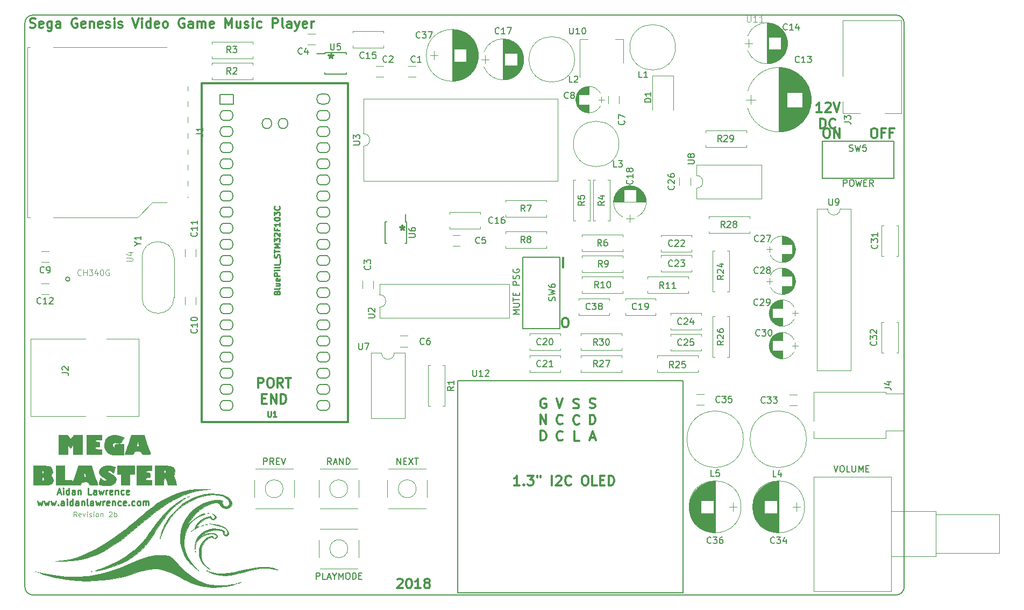
<source format=gbr>
%TF.GenerationSoftware,KiCad,Pcbnew,(5.0.2)-1*%
%TF.CreationDate,2019-10-17T20:06:12-07:00*%
%TF.ProjectId,STM32_MegaBlaster,53544d33-325f-44d6-9567-61426c617374,rev?*%
%TF.SameCoordinates,Original*%
%TF.FileFunction,Legend,Top*%
%TF.FilePolarity,Positive*%
%FSLAX46Y46*%
G04 Gerber Fmt 4.6, Leading zero omitted, Abs format (unit mm)*
G04 Created by KiCad (PCBNEW (5.0.2)-1) date 10/17/2019 8:06:12 PM*
%MOMM*%
%LPD*%
G01*
G04 APERTURE LIST*
%ADD10C,0.125000*%
%ADD11C,0.300000*%
%ADD12C,0.250000*%
%ADD13C,0.150000*%
%ADD14C,0.152400*%
%ADD15C,0.120000*%
%ADD16C,0.304800*%
%ADD17C,0.203200*%
%ADD18C,0.010000*%
%ADD19C,0.222250*%
%ADD20C,0.050000*%
G04 APERTURE END LIST*
D10*
X67227809Y-108946904D02*
X66961142Y-108565952D01*
X66770666Y-108946904D02*
X66770666Y-108146904D01*
X67075428Y-108146904D01*
X67151619Y-108185000D01*
X67189714Y-108223095D01*
X67227809Y-108299285D01*
X67227809Y-108413571D01*
X67189714Y-108489761D01*
X67151619Y-108527857D01*
X67075428Y-108565952D01*
X66770666Y-108565952D01*
X67875428Y-108908809D02*
X67799238Y-108946904D01*
X67646857Y-108946904D01*
X67570666Y-108908809D01*
X67532571Y-108832619D01*
X67532571Y-108527857D01*
X67570666Y-108451666D01*
X67646857Y-108413571D01*
X67799238Y-108413571D01*
X67875428Y-108451666D01*
X67913523Y-108527857D01*
X67913523Y-108604047D01*
X67532571Y-108680238D01*
X68180190Y-108413571D02*
X68370666Y-108946904D01*
X68561142Y-108413571D01*
X68865904Y-108946904D02*
X68865904Y-108413571D01*
X68865904Y-108146904D02*
X68827809Y-108185000D01*
X68865904Y-108223095D01*
X68904000Y-108185000D01*
X68865904Y-108146904D01*
X68865904Y-108223095D01*
X69208761Y-108908809D02*
X69284952Y-108946904D01*
X69437333Y-108946904D01*
X69513523Y-108908809D01*
X69551619Y-108832619D01*
X69551619Y-108794523D01*
X69513523Y-108718333D01*
X69437333Y-108680238D01*
X69323047Y-108680238D01*
X69246857Y-108642142D01*
X69208761Y-108565952D01*
X69208761Y-108527857D01*
X69246857Y-108451666D01*
X69323047Y-108413571D01*
X69437333Y-108413571D01*
X69513523Y-108451666D01*
X69894476Y-108946904D02*
X69894476Y-108413571D01*
X69894476Y-108146904D02*
X69856380Y-108185000D01*
X69894476Y-108223095D01*
X69932571Y-108185000D01*
X69894476Y-108146904D01*
X69894476Y-108223095D01*
X70389714Y-108946904D02*
X70313523Y-108908809D01*
X70275428Y-108870714D01*
X70237333Y-108794523D01*
X70237333Y-108565952D01*
X70275428Y-108489761D01*
X70313523Y-108451666D01*
X70389714Y-108413571D01*
X70504000Y-108413571D01*
X70580190Y-108451666D01*
X70618285Y-108489761D01*
X70656380Y-108565952D01*
X70656380Y-108794523D01*
X70618285Y-108870714D01*
X70580190Y-108908809D01*
X70504000Y-108946904D01*
X70389714Y-108946904D01*
X70999238Y-108413571D02*
X70999238Y-108946904D01*
X70999238Y-108489761D02*
X71037333Y-108451666D01*
X71113523Y-108413571D01*
X71227809Y-108413571D01*
X71304000Y-108451666D01*
X71342095Y-108527857D01*
X71342095Y-108946904D01*
X72294476Y-108223095D02*
X72332571Y-108185000D01*
X72408761Y-108146904D01*
X72599238Y-108146904D01*
X72675428Y-108185000D01*
X72713523Y-108223095D01*
X72751619Y-108299285D01*
X72751619Y-108375476D01*
X72713523Y-108489761D01*
X72256380Y-108946904D01*
X72751619Y-108946904D01*
X73094476Y-108946904D02*
X73094476Y-108146904D01*
X73094476Y-108451666D02*
X73170666Y-108413571D01*
X73323047Y-108413571D01*
X73399238Y-108451666D01*
X73437333Y-108489761D01*
X73475428Y-108565952D01*
X73475428Y-108794523D01*
X73437333Y-108870714D01*
X73399238Y-108908809D01*
X73323047Y-108946904D01*
X73170666Y-108946904D01*
X73094476Y-108908809D01*
D11*
X59857885Y-31772942D02*
X60072171Y-31844371D01*
X60429314Y-31844371D01*
X60572171Y-31772942D01*
X60643599Y-31701514D01*
X60715028Y-31558657D01*
X60715028Y-31415800D01*
X60643599Y-31272942D01*
X60572171Y-31201514D01*
X60429314Y-31130085D01*
X60143599Y-31058657D01*
X60000742Y-30987228D01*
X59929314Y-30915800D01*
X59857885Y-30772942D01*
X59857885Y-30630085D01*
X59929314Y-30487228D01*
X60000742Y-30415800D01*
X60143599Y-30344371D01*
X60500742Y-30344371D01*
X60715028Y-30415800D01*
X61929314Y-31772942D02*
X61786457Y-31844371D01*
X61500742Y-31844371D01*
X61357885Y-31772942D01*
X61286457Y-31630085D01*
X61286457Y-31058657D01*
X61357885Y-30915800D01*
X61500742Y-30844371D01*
X61786457Y-30844371D01*
X61929314Y-30915800D01*
X62000742Y-31058657D01*
X62000742Y-31201514D01*
X61286457Y-31344371D01*
X63286457Y-30844371D02*
X63286457Y-32058657D01*
X63215028Y-32201514D01*
X63143599Y-32272942D01*
X63000742Y-32344371D01*
X62786457Y-32344371D01*
X62643599Y-32272942D01*
X63286457Y-31772942D02*
X63143599Y-31844371D01*
X62857885Y-31844371D01*
X62715028Y-31772942D01*
X62643599Y-31701514D01*
X62572171Y-31558657D01*
X62572171Y-31130085D01*
X62643599Y-30987228D01*
X62715028Y-30915800D01*
X62857885Y-30844371D01*
X63143599Y-30844371D01*
X63286457Y-30915800D01*
X64643599Y-31844371D02*
X64643599Y-31058657D01*
X64572171Y-30915800D01*
X64429314Y-30844371D01*
X64143599Y-30844371D01*
X64000742Y-30915800D01*
X64643599Y-31772942D02*
X64500742Y-31844371D01*
X64143599Y-31844371D01*
X64000742Y-31772942D01*
X63929314Y-31630085D01*
X63929314Y-31487228D01*
X64000742Y-31344371D01*
X64143599Y-31272942D01*
X64500742Y-31272942D01*
X64643599Y-31201514D01*
X67286457Y-30415800D02*
X67143599Y-30344371D01*
X66929314Y-30344371D01*
X66715028Y-30415800D01*
X66572171Y-30558657D01*
X66500742Y-30701514D01*
X66429314Y-30987228D01*
X66429314Y-31201514D01*
X66500742Y-31487228D01*
X66572171Y-31630085D01*
X66715028Y-31772942D01*
X66929314Y-31844371D01*
X67072171Y-31844371D01*
X67286457Y-31772942D01*
X67357885Y-31701514D01*
X67357885Y-31201514D01*
X67072171Y-31201514D01*
X68572171Y-31772942D02*
X68429314Y-31844371D01*
X68143599Y-31844371D01*
X68000742Y-31772942D01*
X67929314Y-31630085D01*
X67929314Y-31058657D01*
X68000742Y-30915800D01*
X68143599Y-30844371D01*
X68429314Y-30844371D01*
X68572171Y-30915800D01*
X68643599Y-31058657D01*
X68643599Y-31201514D01*
X67929314Y-31344371D01*
X69286457Y-30844371D02*
X69286457Y-31844371D01*
X69286457Y-30987228D02*
X69357885Y-30915800D01*
X69500742Y-30844371D01*
X69715028Y-30844371D01*
X69857885Y-30915800D01*
X69929314Y-31058657D01*
X69929314Y-31844371D01*
X71215028Y-31772942D02*
X71072171Y-31844371D01*
X70786457Y-31844371D01*
X70643599Y-31772942D01*
X70572171Y-31630085D01*
X70572171Y-31058657D01*
X70643599Y-30915800D01*
X70786457Y-30844371D01*
X71072171Y-30844371D01*
X71215028Y-30915800D01*
X71286457Y-31058657D01*
X71286457Y-31201514D01*
X70572171Y-31344371D01*
X71857885Y-31772942D02*
X72000742Y-31844371D01*
X72286457Y-31844371D01*
X72429314Y-31772942D01*
X72500742Y-31630085D01*
X72500742Y-31558657D01*
X72429314Y-31415800D01*
X72286457Y-31344371D01*
X72072171Y-31344371D01*
X71929314Y-31272942D01*
X71857885Y-31130085D01*
X71857885Y-31058657D01*
X71929314Y-30915800D01*
X72072171Y-30844371D01*
X72286457Y-30844371D01*
X72429314Y-30915800D01*
X73143599Y-31844371D02*
X73143599Y-30844371D01*
X73143599Y-30344371D02*
X73072171Y-30415800D01*
X73143599Y-30487228D01*
X73215028Y-30415800D01*
X73143599Y-30344371D01*
X73143599Y-30487228D01*
X73786457Y-31772942D02*
X73929314Y-31844371D01*
X74215028Y-31844371D01*
X74357885Y-31772942D01*
X74429314Y-31630085D01*
X74429314Y-31558657D01*
X74357885Y-31415800D01*
X74215028Y-31344371D01*
X74000742Y-31344371D01*
X73857885Y-31272942D01*
X73786457Y-31130085D01*
X73786457Y-31058657D01*
X73857885Y-30915800D01*
X74000742Y-30844371D01*
X74215028Y-30844371D01*
X74357885Y-30915800D01*
X76000742Y-30344371D02*
X76500742Y-31844371D01*
X77000742Y-30344371D01*
X77500742Y-31844371D02*
X77500742Y-30844371D01*
X77500742Y-30344371D02*
X77429314Y-30415800D01*
X77500742Y-30487228D01*
X77572171Y-30415800D01*
X77500742Y-30344371D01*
X77500742Y-30487228D01*
X78857885Y-31844371D02*
X78857885Y-30344371D01*
X78857885Y-31772942D02*
X78715028Y-31844371D01*
X78429314Y-31844371D01*
X78286457Y-31772942D01*
X78215028Y-31701514D01*
X78143599Y-31558657D01*
X78143599Y-31130085D01*
X78215028Y-30987228D01*
X78286457Y-30915800D01*
X78429314Y-30844371D01*
X78715028Y-30844371D01*
X78857885Y-30915800D01*
X80143599Y-31772942D02*
X80000742Y-31844371D01*
X79715028Y-31844371D01*
X79572171Y-31772942D01*
X79500742Y-31630085D01*
X79500742Y-31058657D01*
X79572171Y-30915800D01*
X79715028Y-30844371D01*
X80000742Y-30844371D01*
X80143599Y-30915800D01*
X80215028Y-31058657D01*
X80215028Y-31201514D01*
X79500742Y-31344371D01*
X81072171Y-31844371D02*
X80929314Y-31772942D01*
X80857885Y-31701514D01*
X80786457Y-31558657D01*
X80786457Y-31130085D01*
X80857885Y-30987228D01*
X80929314Y-30915800D01*
X81072171Y-30844371D01*
X81286457Y-30844371D01*
X81429314Y-30915800D01*
X81500742Y-30987228D01*
X81572171Y-31130085D01*
X81572171Y-31558657D01*
X81500742Y-31701514D01*
X81429314Y-31772942D01*
X81286457Y-31844371D01*
X81072171Y-31844371D01*
X84143599Y-30415800D02*
X84000742Y-30344371D01*
X83786457Y-30344371D01*
X83572171Y-30415800D01*
X83429314Y-30558657D01*
X83357885Y-30701514D01*
X83286457Y-30987228D01*
X83286457Y-31201514D01*
X83357885Y-31487228D01*
X83429314Y-31630085D01*
X83572171Y-31772942D01*
X83786457Y-31844371D01*
X83929314Y-31844371D01*
X84143599Y-31772942D01*
X84215028Y-31701514D01*
X84215028Y-31201514D01*
X83929314Y-31201514D01*
X85500742Y-31844371D02*
X85500742Y-31058657D01*
X85429314Y-30915800D01*
X85286457Y-30844371D01*
X85000742Y-30844371D01*
X84857885Y-30915800D01*
X85500742Y-31772942D02*
X85357885Y-31844371D01*
X85000742Y-31844371D01*
X84857885Y-31772942D01*
X84786457Y-31630085D01*
X84786457Y-31487228D01*
X84857885Y-31344371D01*
X85000742Y-31272942D01*
X85357885Y-31272942D01*
X85500742Y-31201514D01*
X86215028Y-31844371D02*
X86215028Y-30844371D01*
X86215028Y-30987228D02*
X86286457Y-30915800D01*
X86429314Y-30844371D01*
X86643600Y-30844371D01*
X86786457Y-30915800D01*
X86857885Y-31058657D01*
X86857885Y-31844371D01*
X86857885Y-31058657D02*
X86929314Y-30915800D01*
X87072171Y-30844371D01*
X87286457Y-30844371D01*
X87429314Y-30915800D01*
X87500742Y-31058657D01*
X87500742Y-31844371D01*
X88786457Y-31772942D02*
X88643600Y-31844371D01*
X88357885Y-31844371D01*
X88215028Y-31772942D01*
X88143600Y-31630085D01*
X88143600Y-31058657D01*
X88215028Y-30915800D01*
X88357885Y-30844371D01*
X88643600Y-30844371D01*
X88786457Y-30915800D01*
X88857885Y-31058657D01*
X88857885Y-31201514D01*
X88143600Y-31344371D01*
X90643600Y-31844371D02*
X90643600Y-30344371D01*
X91143600Y-31415800D01*
X91643600Y-30344371D01*
X91643600Y-31844371D01*
X93000742Y-30844371D02*
X93000742Y-31844371D01*
X92357885Y-30844371D02*
X92357885Y-31630085D01*
X92429314Y-31772942D01*
X92572171Y-31844371D01*
X92786457Y-31844371D01*
X92929314Y-31772942D01*
X93000742Y-31701514D01*
X93643599Y-31772942D02*
X93786457Y-31844371D01*
X94072171Y-31844371D01*
X94215028Y-31772942D01*
X94286457Y-31630085D01*
X94286457Y-31558657D01*
X94215028Y-31415800D01*
X94072171Y-31344371D01*
X93857885Y-31344371D01*
X93715028Y-31272942D01*
X93643599Y-31130085D01*
X93643599Y-31058657D01*
X93715028Y-30915800D01*
X93857885Y-30844371D01*
X94072171Y-30844371D01*
X94215028Y-30915800D01*
X94929314Y-31844371D02*
X94929314Y-30844371D01*
X94929314Y-30344371D02*
X94857885Y-30415800D01*
X94929314Y-30487228D01*
X95000742Y-30415800D01*
X94929314Y-30344371D01*
X94929314Y-30487228D01*
X96286457Y-31772942D02*
X96143600Y-31844371D01*
X95857885Y-31844371D01*
X95715028Y-31772942D01*
X95643600Y-31701514D01*
X95572171Y-31558657D01*
X95572171Y-31130085D01*
X95643600Y-30987228D01*
X95715028Y-30915800D01*
X95857885Y-30844371D01*
X96143600Y-30844371D01*
X96286457Y-30915800D01*
X98072171Y-31844371D02*
X98072171Y-30344371D01*
X98643599Y-30344371D01*
X98786457Y-30415800D01*
X98857885Y-30487228D01*
X98929314Y-30630085D01*
X98929314Y-30844371D01*
X98857885Y-30987228D01*
X98786457Y-31058657D01*
X98643599Y-31130085D01*
X98072171Y-31130085D01*
X99786457Y-31844371D02*
X99643599Y-31772942D01*
X99572171Y-31630085D01*
X99572171Y-30344371D01*
X101000742Y-31844371D02*
X101000742Y-31058657D01*
X100929314Y-30915800D01*
X100786457Y-30844371D01*
X100500742Y-30844371D01*
X100357885Y-30915800D01*
X101000742Y-31772942D02*
X100857885Y-31844371D01*
X100500742Y-31844371D01*
X100357885Y-31772942D01*
X100286457Y-31630085D01*
X100286457Y-31487228D01*
X100357885Y-31344371D01*
X100500742Y-31272942D01*
X100857885Y-31272942D01*
X101000742Y-31201514D01*
X101572171Y-30844371D02*
X101929314Y-31844371D01*
X102286457Y-30844371D02*
X101929314Y-31844371D01*
X101786457Y-32201514D01*
X101715028Y-32272942D01*
X101572171Y-32344371D01*
X103429314Y-31772942D02*
X103286457Y-31844371D01*
X103000742Y-31844371D01*
X102857885Y-31772942D01*
X102786457Y-31630085D01*
X102786457Y-31058657D01*
X102857885Y-30915800D01*
X103000742Y-30844371D01*
X103286457Y-30844371D01*
X103429314Y-30915800D01*
X103500742Y-31058657D01*
X103500742Y-31201514D01*
X102786457Y-31344371D01*
X104143599Y-31844371D02*
X104143599Y-30844371D01*
X104143599Y-31130085D02*
X104215028Y-30987228D01*
X104286457Y-30915800D01*
X104429314Y-30844371D01*
X104572171Y-30844371D01*
X147983628Y-91757742D02*
X148197914Y-91829171D01*
X148555057Y-91829171D01*
X148697914Y-91757742D01*
X148769342Y-91686314D01*
X148840771Y-91543457D01*
X148840771Y-91400600D01*
X148769342Y-91257742D01*
X148697914Y-91186314D01*
X148555057Y-91114885D01*
X148269342Y-91043457D01*
X148126485Y-90972028D01*
X148055057Y-90900600D01*
X147983628Y-90757742D01*
X147983628Y-90614885D01*
X148055057Y-90472028D01*
X148126485Y-90400600D01*
X148269342Y-90329171D01*
X148626485Y-90329171D01*
X148840771Y-90400600D01*
X148019342Y-94379171D02*
X148019342Y-92879171D01*
X148376485Y-92879171D01*
X148590771Y-92950600D01*
X148733628Y-93093457D01*
X148805057Y-93236314D01*
X148876485Y-93522028D01*
X148876485Y-93736314D01*
X148805057Y-94022028D01*
X148733628Y-94164885D01*
X148590771Y-94307742D01*
X148376485Y-94379171D01*
X148019342Y-94379171D01*
X148055057Y-96500600D02*
X148769342Y-96500600D01*
X147912200Y-96929171D02*
X148412200Y-95429171D01*
X148912200Y-96929171D01*
X145418228Y-91783142D02*
X145632514Y-91854571D01*
X145989657Y-91854571D01*
X146132514Y-91783142D01*
X146203942Y-91711714D01*
X146275371Y-91568857D01*
X146275371Y-91426000D01*
X146203942Y-91283142D01*
X146132514Y-91211714D01*
X145989657Y-91140285D01*
X145703942Y-91068857D01*
X145561085Y-90997428D01*
X145489657Y-90926000D01*
X145418228Y-90783142D01*
X145418228Y-90640285D01*
X145489657Y-90497428D01*
X145561085Y-90426000D01*
X145703942Y-90354571D01*
X146061085Y-90354571D01*
X146275371Y-90426000D01*
X146311085Y-94261714D02*
X146239657Y-94333142D01*
X146025371Y-94404571D01*
X145882514Y-94404571D01*
X145668228Y-94333142D01*
X145525371Y-94190285D01*
X145453942Y-94047428D01*
X145382514Y-93761714D01*
X145382514Y-93547428D01*
X145453942Y-93261714D01*
X145525371Y-93118857D01*
X145668228Y-92976000D01*
X145882514Y-92904571D01*
X146025371Y-92904571D01*
X146239657Y-92976000D01*
X146311085Y-93047428D01*
X146311085Y-96954571D02*
X145596800Y-96954571D01*
X145596800Y-95454571D01*
X142730600Y-90329171D02*
X143230600Y-91829171D01*
X143730600Y-90329171D01*
X143694885Y-94236314D02*
X143623457Y-94307742D01*
X143409171Y-94379171D01*
X143266314Y-94379171D01*
X143052028Y-94307742D01*
X142909171Y-94164885D01*
X142837742Y-94022028D01*
X142766314Y-93736314D01*
X142766314Y-93522028D01*
X142837742Y-93236314D01*
X142909171Y-93093457D01*
X143052028Y-92950600D01*
X143266314Y-92879171D01*
X143409171Y-92879171D01*
X143623457Y-92950600D01*
X143694885Y-93022028D01*
X143694885Y-96786314D02*
X143623457Y-96857742D01*
X143409171Y-96929171D01*
X143266314Y-96929171D01*
X143052028Y-96857742D01*
X142909171Y-96714885D01*
X142837742Y-96572028D01*
X142766314Y-96286314D01*
X142766314Y-96072028D01*
X142837742Y-95786314D01*
X142909171Y-95643457D01*
X143052028Y-95500600D01*
X143266314Y-95429171D01*
X143409171Y-95429171D01*
X143623457Y-95500600D01*
X143694885Y-95572028D01*
X141058057Y-90375200D02*
X140915200Y-90303771D01*
X140700914Y-90303771D01*
X140486628Y-90375200D01*
X140343771Y-90518057D01*
X140272342Y-90660914D01*
X140200914Y-90946628D01*
X140200914Y-91160914D01*
X140272342Y-91446628D01*
X140343771Y-91589485D01*
X140486628Y-91732342D01*
X140700914Y-91803771D01*
X140843771Y-91803771D01*
X141058057Y-91732342D01*
X141129485Y-91660914D01*
X141129485Y-91160914D01*
X140843771Y-91160914D01*
X140236628Y-94353771D02*
X140236628Y-92853771D01*
X141093771Y-94353771D01*
X141093771Y-92853771D01*
X140272342Y-96903771D02*
X140272342Y-95403771D01*
X140629485Y-95403771D01*
X140843771Y-95475200D01*
X140986628Y-95618057D01*
X141058057Y-95760914D01*
X141129485Y-96046628D01*
X141129485Y-96260914D01*
X141058057Y-96546628D01*
X140986628Y-96689485D01*
X140843771Y-96832342D01*
X140629485Y-96903771D01*
X140272342Y-96903771D01*
X136967200Y-103980371D02*
X136110057Y-103980371D01*
X136538628Y-103980371D02*
X136538628Y-102480371D01*
X136395771Y-102694657D01*
X136252914Y-102837514D01*
X136110057Y-102908942D01*
X137610057Y-103837514D02*
X137681485Y-103908942D01*
X137610057Y-103980371D01*
X137538628Y-103908942D01*
X137610057Y-103837514D01*
X137610057Y-103980371D01*
X138181485Y-102480371D02*
X139110057Y-102480371D01*
X138610057Y-103051800D01*
X138824342Y-103051800D01*
X138967200Y-103123228D01*
X139038628Y-103194657D01*
X139110057Y-103337514D01*
X139110057Y-103694657D01*
X139038628Y-103837514D01*
X138967200Y-103908942D01*
X138824342Y-103980371D01*
X138395771Y-103980371D01*
X138252914Y-103908942D01*
X138181485Y-103837514D01*
X139681485Y-102480371D02*
X139681485Y-102766085D01*
X140252914Y-102480371D02*
X140252914Y-102766085D01*
X142038628Y-103980371D02*
X142038628Y-102480371D01*
X142681485Y-102623228D02*
X142752914Y-102551800D01*
X142895771Y-102480371D01*
X143252914Y-102480371D01*
X143395771Y-102551800D01*
X143467200Y-102623228D01*
X143538628Y-102766085D01*
X143538628Y-102908942D01*
X143467200Y-103123228D01*
X142610057Y-103980371D01*
X143538628Y-103980371D01*
X145038628Y-103837514D02*
X144967200Y-103908942D01*
X144752914Y-103980371D01*
X144610057Y-103980371D01*
X144395771Y-103908942D01*
X144252914Y-103766085D01*
X144181485Y-103623228D01*
X144110057Y-103337514D01*
X144110057Y-103123228D01*
X144181485Y-102837514D01*
X144252914Y-102694657D01*
X144395771Y-102551800D01*
X144610057Y-102480371D01*
X144752914Y-102480371D01*
X144967200Y-102551800D01*
X145038628Y-102623228D01*
X147110057Y-102480371D02*
X147395771Y-102480371D01*
X147538628Y-102551800D01*
X147681485Y-102694657D01*
X147752914Y-102980371D01*
X147752914Y-103480371D01*
X147681485Y-103766085D01*
X147538628Y-103908942D01*
X147395771Y-103980371D01*
X147110057Y-103980371D01*
X146967200Y-103908942D01*
X146824342Y-103766085D01*
X146752914Y-103480371D01*
X146752914Y-102980371D01*
X146824342Y-102694657D01*
X146967200Y-102551800D01*
X147110057Y-102480371D01*
X149110057Y-103980371D02*
X148395771Y-103980371D01*
X148395771Y-102480371D01*
X149610057Y-103194657D02*
X150110057Y-103194657D01*
X150324342Y-103980371D02*
X149610057Y-103980371D01*
X149610057Y-102480371D01*
X150324342Y-102480371D01*
X150967200Y-103980371D02*
X150967200Y-102480371D01*
X151324342Y-102480371D01*
X151538628Y-102551800D01*
X151681485Y-102694657D01*
X151752914Y-102837514D01*
X151824342Y-103123228D01*
X151824342Y-103337514D01*
X151752914Y-103623228D01*
X151681485Y-103766085D01*
X151538628Y-103908942D01*
X151324342Y-103980371D01*
X150967200Y-103980371D01*
X95772600Y-88557571D02*
X95772600Y-87057571D01*
X96344028Y-87057571D01*
X96486885Y-87129000D01*
X96558314Y-87200428D01*
X96629742Y-87343285D01*
X96629742Y-87557571D01*
X96558314Y-87700428D01*
X96486885Y-87771857D01*
X96344028Y-87843285D01*
X95772600Y-87843285D01*
X97558314Y-87057571D02*
X97844028Y-87057571D01*
X97986885Y-87129000D01*
X98129742Y-87271857D01*
X98201171Y-87557571D01*
X98201171Y-88057571D01*
X98129742Y-88343285D01*
X97986885Y-88486142D01*
X97844028Y-88557571D01*
X97558314Y-88557571D01*
X97415457Y-88486142D01*
X97272600Y-88343285D01*
X97201171Y-88057571D01*
X97201171Y-87557571D01*
X97272600Y-87271857D01*
X97415457Y-87129000D01*
X97558314Y-87057571D01*
X99701171Y-88557571D02*
X99201171Y-87843285D01*
X98844028Y-88557571D02*
X98844028Y-87057571D01*
X99415457Y-87057571D01*
X99558314Y-87129000D01*
X99629742Y-87200428D01*
X99701171Y-87343285D01*
X99701171Y-87557571D01*
X99629742Y-87700428D01*
X99558314Y-87771857D01*
X99415457Y-87843285D01*
X98844028Y-87843285D01*
X100129742Y-87057571D02*
X100986885Y-87057571D01*
X100558314Y-88557571D02*
X100558314Y-87057571D01*
X96415457Y-90321857D02*
X96915457Y-90321857D01*
X97129742Y-91107571D02*
X96415457Y-91107571D01*
X96415457Y-89607571D01*
X97129742Y-89607571D01*
X97772600Y-91107571D02*
X97772600Y-89607571D01*
X98629742Y-91107571D01*
X98629742Y-89607571D01*
X99344028Y-91107571D02*
X99344028Y-89607571D01*
X99701171Y-89607571D01*
X99915457Y-89679000D01*
X100058314Y-89821857D01*
X100129742Y-89964714D01*
X100201171Y-90250428D01*
X100201171Y-90464714D01*
X100129742Y-90750428D01*
X100058314Y-90893285D01*
X99915457Y-91036142D01*
X99701171Y-91107571D01*
X99344028Y-91107571D01*
X117672171Y-118853828D02*
X117743600Y-118782400D01*
X117886457Y-118710971D01*
X118243600Y-118710971D01*
X118386457Y-118782400D01*
X118457885Y-118853828D01*
X118529314Y-118996685D01*
X118529314Y-119139542D01*
X118457885Y-119353828D01*
X117600742Y-120210971D01*
X118529314Y-120210971D01*
X119457885Y-118710971D02*
X119600742Y-118710971D01*
X119743600Y-118782400D01*
X119815028Y-118853828D01*
X119886457Y-118996685D01*
X119957885Y-119282400D01*
X119957885Y-119639542D01*
X119886457Y-119925257D01*
X119815028Y-120068114D01*
X119743600Y-120139542D01*
X119600742Y-120210971D01*
X119457885Y-120210971D01*
X119315028Y-120139542D01*
X119243600Y-120068114D01*
X119172171Y-119925257D01*
X119100742Y-119639542D01*
X119100742Y-119282400D01*
X119172171Y-118996685D01*
X119243600Y-118853828D01*
X119315028Y-118782400D01*
X119457885Y-118710971D01*
X121386457Y-120210971D02*
X120529314Y-120210971D01*
X120957885Y-120210971D02*
X120957885Y-118710971D01*
X120815028Y-118925257D01*
X120672171Y-119068114D01*
X120529314Y-119139542D01*
X122243600Y-119353828D02*
X122100742Y-119282400D01*
X122029314Y-119210971D01*
X121957885Y-119068114D01*
X121957885Y-118996685D01*
X122029314Y-118853828D01*
X122100742Y-118782400D01*
X122243600Y-118710971D01*
X122529314Y-118710971D01*
X122672171Y-118782400D01*
X122743600Y-118853828D01*
X122815028Y-118996685D01*
X122815028Y-119068114D01*
X122743600Y-119210971D01*
X122672171Y-119282400D01*
X122529314Y-119353828D01*
X122243600Y-119353828D01*
X122100742Y-119425257D01*
X122029314Y-119496685D01*
X121957885Y-119639542D01*
X121957885Y-119925257D01*
X122029314Y-120068114D01*
X122100742Y-120139542D01*
X122243600Y-120210971D01*
X122529314Y-120210971D01*
X122672171Y-120139542D01*
X122743600Y-120068114D01*
X122815028Y-119925257D01*
X122815028Y-119639542D01*
X122743600Y-119496685D01*
X122672171Y-119425257D01*
X122529314Y-119353828D01*
D12*
X64207142Y-105120766D02*
X64683333Y-105120766D01*
X64111904Y-105406480D02*
X64445238Y-104406480D01*
X64778571Y-105406480D01*
X65111904Y-105406480D02*
X65111904Y-104739814D01*
X65111904Y-104406480D02*
X65064285Y-104454100D01*
X65111904Y-104501719D01*
X65159523Y-104454100D01*
X65111904Y-104406480D01*
X65111904Y-104501719D01*
X66016666Y-105406480D02*
X66016666Y-104406480D01*
X66016666Y-105358861D02*
X65921428Y-105406480D01*
X65730952Y-105406480D01*
X65635714Y-105358861D01*
X65588095Y-105311242D01*
X65540476Y-105216004D01*
X65540476Y-104930290D01*
X65588095Y-104835052D01*
X65635714Y-104787433D01*
X65730952Y-104739814D01*
X65921428Y-104739814D01*
X66016666Y-104787433D01*
X66921428Y-105406480D02*
X66921428Y-104882671D01*
X66873809Y-104787433D01*
X66778571Y-104739814D01*
X66588095Y-104739814D01*
X66492857Y-104787433D01*
X66921428Y-105358861D02*
X66826190Y-105406480D01*
X66588095Y-105406480D01*
X66492857Y-105358861D01*
X66445238Y-105263623D01*
X66445238Y-105168385D01*
X66492857Y-105073147D01*
X66588095Y-105025528D01*
X66826190Y-105025528D01*
X66921428Y-104977909D01*
X67397619Y-104739814D02*
X67397619Y-105406480D01*
X67397619Y-104835052D02*
X67445238Y-104787433D01*
X67540476Y-104739814D01*
X67683333Y-104739814D01*
X67778571Y-104787433D01*
X67826190Y-104882671D01*
X67826190Y-105406480D01*
X69540476Y-105406480D02*
X69064285Y-105406480D01*
X69064285Y-104406480D01*
X70302380Y-105406480D02*
X70302380Y-104882671D01*
X70254761Y-104787433D01*
X70159523Y-104739814D01*
X69969047Y-104739814D01*
X69873809Y-104787433D01*
X70302380Y-105358861D02*
X70207142Y-105406480D01*
X69969047Y-105406480D01*
X69873809Y-105358861D01*
X69826190Y-105263623D01*
X69826190Y-105168385D01*
X69873809Y-105073147D01*
X69969047Y-105025528D01*
X70207142Y-105025528D01*
X70302380Y-104977909D01*
X70683333Y-104739814D02*
X70873809Y-105406480D01*
X71064285Y-104930290D01*
X71254761Y-105406480D01*
X71445238Y-104739814D01*
X71826190Y-105406480D02*
X71826190Y-104739814D01*
X71826190Y-104930290D02*
X71873809Y-104835052D01*
X71921428Y-104787433D01*
X72016666Y-104739814D01*
X72111904Y-104739814D01*
X72826190Y-105358861D02*
X72730952Y-105406480D01*
X72540476Y-105406480D01*
X72445238Y-105358861D01*
X72397619Y-105263623D01*
X72397619Y-104882671D01*
X72445238Y-104787433D01*
X72540476Y-104739814D01*
X72730952Y-104739814D01*
X72826190Y-104787433D01*
X72873809Y-104882671D01*
X72873809Y-104977909D01*
X72397619Y-105073147D01*
X73302380Y-104739814D02*
X73302380Y-105406480D01*
X73302380Y-104835052D02*
X73350000Y-104787433D01*
X73445238Y-104739814D01*
X73588095Y-104739814D01*
X73683333Y-104787433D01*
X73730952Y-104882671D01*
X73730952Y-105406480D01*
X74635714Y-105358861D02*
X74540476Y-105406480D01*
X74350000Y-105406480D01*
X74254761Y-105358861D01*
X74207142Y-105311242D01*
X74159523Y-105216004D01*
X74159523Y-104930290D01*
X74207142Y-104835052D01*
X74254761Y-104787433D01*
X74350000Y-104739814D01*
X74540476Y-104739814D01*
X74635714Y-104787433D01*
X75445238Y-105358861D02*
X75350000Y-105406480D01*
X75159523Y-105406480D01*
X75064285Y-105358861D01*
X75016666Y-105263623D01*
X75016666Y-104882671D01*
X75064285Y-104787433D01*
X75159523Y-104739814D01*
X75350000Y-104739814D01*
X75445238Y-104787433D01*
X75492857Y-104882671D01*
X75492857Y-104977909D01*
X75016666Y-105073147D01*
X61064285Y-106489814D02*
X61254761Y-107156480D01*
X61445238Y-106680290D01*
X61635714Y-107156480D01*
X61826190Y-106489814D01*
X62111904Y-106489814D02*
X62302380Y-107156480D01*
X62492857Y-106680290D01*
X62683333Y-107156480D01*
X62873809Y-106489814D01*
X63159523Y-106489814D02*
X63349999Y-107156480D01*
X63540476Y-106680290D01*
X63730952Y-107156480D01*
X63921428Y-106489814D01*
X64302380Y-107061242D02*
X64349999Y-107108861D01*
X64302380Y-107156480D01*
X64254761Y-107108861D01*
X64302380Y-107061242D01*
X64302380Y-107156480D01*
X65207142Y-107156480D02*
X65207142Y-106632671D01*
X65159523Y-106537433D01*
X65064285Y-106489814D01*
X64873809Y-106489814D01*
X64778571Y-106537433D01*
X65207142Y-107108861D02*
X65111904Y-107156480D01*
X64873809Y-107156480D01*
X64778571Y-107108861D01*
X64730952Y-107013623D01*
X64730952Y-106918385D01*
X64778571Y-106823147D01*
X64873809Y-106775528D01*
X65111904Y-106775528D01*
X65207142Y-106727909D01*
X65683333Y-107156480D02*
X65683333Y-106489814D01*
X65683333Y-106156480D02*
X65635714Y-106204100D01*
X65683333Y-106251719D01*
X65730952Y-106204100D01*
X65683333Y-106156480D01*
X65683333Y-106251719D01*
X66588095Y-107156480D02*
X66588095Y-106156480D01*
X66588095Y-107108861D02*
X66492857Y-107156480D01*
X66302380Y-107156480D01*
X66207142Y-107108861D01*
X66159523Y-107061242D01*
X66111904Y-106966004D01*
X66111904Y-106680290D01*
X66159523Y-106585052D01*
X66207142Y-106537433D01*
X66302380Y-106489814D01*
X66492857Y-106489814D01*
X66588095Y-106537433D01*
X67492857Y-107156480D02*
X67492857Y-106632671D01*
X67445238Y-106537433D01*
X67350000Y-106489814D01*
X67159523Y-106489814D01*
X67064285Y-106537433D01*
X67492857Y-107108861D02*
X67397619Y-107156480D01*
X67159523Y-107156480D01*
X67064285Y-107108861D01*
X67016666Y-107013623D01*
X67016666Y-106918385D01*
X67064285Y-106823147D01*
X67159523Y-106775528D01*
X67397619Y-106775528D01*
X67492857Y-106727909D01*
X67969047Y-106489814D02*
X67969047Y-107156480D01*
X67969047Y-106585052D02*
X68016666Y-106537433D01*
X68111904Y-106489814D01*
X68254761Y-106489814D01*
X68350000Y-106537433D01*
X68397619Y-106632671D01*
X68397619Y-107156480D01*
X69016666Y-107156480D02*
X68921428Y-107108861D01*
X68873809Y-107013623D01*
X68873809Y-106156480D01*
X69826190Y-107156480D02*
X69826190Y-106632671D01*
X69778571Y-106537433D01*
X69683333Y-106489814D01*
X69492857Y-106489814D01*
X69397619Y-106537433D01*
X69826190Y-107108861D02*
X69730952Y-107156480D01*
X69492857Y-107156480D01*
X69397619Y-107108861D01*
X69350000Y-107013623D01*
X69350000Y-106918385D01*
X69397619Y-106823147D01*
X69492857Y-106775528D01*
X69730952Y-106775528D01*
X69826190Y-106727909D01*
X70207142Y-106489814D02*
X70397619Y-107156480D01*
X70588095Y-106680290D01*
X70778571Y-107156480D01*
X70969047Y-106489814D01*
X71350000Y-107156480D02*
X71350000Y-106489814D01*
X71350000Y-106680290D02*
X71397619Y-106585052D01*
X71445238Y-106537433D01*
X71540476Y-106489814D01*
X71635714Y-106489814D01*
X72350000Y-107108861D02*
X72254761Y-107156480D01*
X72064285Y-107156480D01*
X71969047Y-107108861D01*
X71921428Y-107013623D01*
X71921428Y-106632671D01*
X71969047Y-106537433D01*
X72064285Y-106489814D01*
X72254761Y-106489814D01*
X72350000Y-106537433D01*
X72397619Y-106632671D01*
X72397619Y-106727909D01*
X71921428Y-106823147D01*
X72826190Y-106489814D02*
X72826190Y-107156480D01*
X72826190Y-106585052D02*
X72873809Y-106537433D01*
X72969047Y-106489814D01*
X73111904Y-106489814D01*
X73207142Y-106537433D01*
X73254761Y-106632671D01*
X73254761Y-107156480D01*
X74159523Y-107108861D02*
X74064285Y-107156480D01*
X73873809Y-107156480D01*
X73778571Y-107108861D01*
X73730952Y-107061242D01*
X73683333Y-106966004D01*
X73683333Y-106680290D01*
X73730952Y-106585052D01*
X73778571Y-106537433D01*
X73873809Y-106489814D01*
X74064285Y-106489814D01*
X74159523Y-106537433D01*
X74969047Y-107108861D02*
X74873809Y-107156480D01*
X74683333Y-107156480D01*
X74588095Y-107108861D01*
X74540476Y-107013623D01*
X74540476Y-106632671D01*
X74588095Y-106537433D01*
X74683333Y-106489814D01*
X74873809Y-106489814D01*
X74969047Y-106537433D01*
X75016666Y-106632671D01*
X75016666Y-106727909D01*
X74540476Y-106823147D01*
X75445238Y-107061242D02*
X75492857Y-107108861D01*
X75445238Y-107156480D01*
X75397619Y-107108861D01*
X75445238Y-107061242D01*
X75445238Y-107156480D01*
X76349999Y-107108861D02*
X76254761Y-107156480D01*
X76064285Y-107156480D01*
X75969047Y-107108861D01*
X75921428Y-107061242D01*
X75873809Y-106966004D01*
X75873809Y-106680290D01*
X75921428Y-106585052D01*
X75969047Y-106537433D01*
X76064285Y-106489814D01*
X76254761Y-106489814D01*
X76349999Y-106537433D01*
X76921428Y-107156480D02*
X76826190Y-107108861D01*
X76778571Y-107061242D01*
X76730952Y-106966004D01*
X76730952Y-106680290D01*
X76778571Y-106585052D01*
X76826190Y-106537433D01*
X76921428Y-106489814D01*
X77064285Y-106489814D01*
X77159523Y-106537433D01*
X77207142Y-106585052D01*
X77254761Y-106680290D01*
X77254761Y-106966004D01*
X77207142Y-107061242D01*
X77159523Y-107108861D01*
X77064285Y-107156480D01*
X76921428Y-107156480D01*
X77683333Y-107156480D02*
X77683333Y-106489814D01*
X77683333Y-106585052D02*
X77730952Y-106537433D01*
X77826190Y-106489814D01*
X77969047Y-106489814D01*
X78064285Y-106537433D01*
X78111904Y-106632671D01*
X78111904Y-107156480D01*
X78111904Y-106632671D02*
X78159523Y-106537433D01*
X78254761Y-106489814D01*
X78397619Y-106489814D01*
X78492857Y-106537433D01*
X78540476Y-106632671D01*
X78540476Y-107156480D01*
D11*
X184491428Y-45123571D02*
X183634285Y-45123571D01*
X184062857Y-45123571D02*
X184062857Y-43623571D01*
X183920000Y-43837857D01*
X183777142Y-43980714D01*
X183634285Y-44052142D01*
X185062857Y-43766428D02*
X185134285Y-43695000D01*
X185277142Y-43623571D01*
X185634285Y-43623571D01*
X185777142Y-43695000D01*
X185848571Y-43766428D01*
X185920000Y-43909285D01*
X185920000Y-44052142D01*
X185848571Y-44266428D01*
X184991428Y-45123571D01*
X185920000Y-45123571D01*
X186348571Y-43623571D02*
X186848571Y-45123571D01*
X187348571Y-43623571D01*
X184277142Y-47673571D02*
X184277142Y-46173571D01*
X184634285Y-46173571D01*
X184848571Y-46245000D01*
X184991428Y-46387857D01*
X185062857Y-46530714D01*
X185134285Y-46816428D01*
X185134285Y-47030714D01*
X185062857Y-47316428D01*
X184991428Y-47459285D01*
X184848571Y-47602142D01*
X184634285Y-47673571D01*
X184277142Y-47673571D01*
X186634285Y-47530714D02*
X186562857Y-47602142D01*
X186348571Y-47673571D01*
X186205714Y-47673571D01*
X185991428Y-47602142D01*
X185848571Y-47459285D01*
X185777142Y-47316428D01*
X185705714Y-47030714D01*
X185705714Y-46816428D01*
X185777142Y-46530714D01*
X185848571Y-46387857D01*
X185991428Y-46245000D01*
X186205714Y-46173571D01*
X186348571Y-46173571D01*
X186562857Y-46245000D01*
X186634285Y-46316428D01*
X107264200Y-35983171D02*
X107264200Y-36340314D01*
X106907057Y-36197457D02*
X107264200Y-36340314D01*
X107621342Y-36197457D01*
X107049914Y-36626028D02*
X107264200Y-36340314D01*
X107478485Y-36626028D01*
X118491000Y-63059571D02*
X118491000Y-63416714D01*
X118133857Y-63273857D02*
X118491000Y-63416714D01*
X118848142Y-63273857D01*
X118276714Y-63702428D02*
X118491000Y-63416714D01*
X118705285Y-63702428D01*
D13*
X59055000Y-31115000D02*
X59055000Y-120015000D01*
X196215000Y-29845000D02*
X60325000Y-29845000D01*
X197485000Y-31115000D02*
X197485000Y-120015000D01*
X196215000Y-121285000D02*
X60325000Y-121285000D01*
X197485000Y-120015000D02*
G75*
G02X196215000Y-121285000I-1270000J0D01*
G01*
X196215000Y-29845000D02*
G75*
G02X197485000Y-31115000I0J-1270000D01*
G01*
X59055000Y-31115000D02*
G75*
G02X60325000Y-29845000I1270000J0D01*
G01*
X60325000Y-121285000D02*
G75*
G02X59055000Y-120015000I0J1270000D01*
G01*
D11*
X143976742Y-77562971D02*
X144262457Y-77562971D01*
X144405314Y-77634400D01*
X144548171Y-77777257D01*
X144619600Y-78062971D01*
X144619600Y-78562971D01*
X144548171Y-78848685D01*
X144405314Y-78991542D01*
X144262457Y-79062971D01*
X143976742Y-79062971D01*
X143833885Y-78991542D01*
X143691028Y-78848685D01*
X143619600Y-78562971D01*
X143619600Y-78062971D01*
X143691028Y-77777257D01*
X143833885Y-77634400D01*
X143976742Y-77562971D01*
X143814800Y-69614171D02*
X143814800Y-68114171D01*
X192627428Y-47692571D02*
X192913142Y-47692571D01*
X193056000Y-47764000D01*
X193198857Y-47906857D01*
X193270285Y-48192571D01*
X193270285Y-48692571D01*
X193198857Y-48978285D01*
X193056000Y-49121142D01*
X192913142Y-49192571D01*
X192627428Y-49192571D01*
X192484571Y-49121142D01*
X192341714Y-48978285D01*
X192270285Y-48692571D01*
X192270285Y-48192571D01*
X192341714Y-47906857D01*
X192484571Y-47764000D01*
X192627428Y-47692571D01*
X194413142Y-48406857D02*
X193913142Y-48406857D01*
X193913142Y-49192571D02*
X193913142Y-47692571D01*
X194627428Y-47692571D01*
X195698857Y-48406857D02*
X195198857Y-48406857D01*
X195198857Y-49192571D02*
X195198857Y-47692571D01*
X195913142Y-47692571D01*
X185151828Y-47692571D02*
X185437542Y-47692571D01*
X185580400Y-47764000D01*
X185723257Y-47906857D01*
X185794685Y-48192571D01*
X185794685Y-48692571D01*
X185723257Y-48978285D01*
X185580400Y-49121142D01*
X185437542Y-49192571D01*
X185151828Y-49192571D01*
X185008971Y-49121142D01*
X184866114Y-48978285D01*
X184794685Y-48692571D01*
X184794685Y-48192571D01*
X184866114Y-47906857D01*
X185008971Y-47764000D01*
X185151828Y-47692571D01*
X186437542Y-49192571D02*
X186437542Y-47692571D01*
X187294685Y-49192571D01*
X187294685Y-47692571D01*
D14*
X143256000Y-68008500D02*
X137414000Y-68008500D01*
X143256000Y-79260700D02*
X143256000Y-68008500D01*
X137414000Y-79260700D02*
X143256000Y-79260700D01*
X137414000Y-68008500D02*
X137414000Y-79260700D01*
D15*
X161162000Y-39399000D02*
X157862000Y-39399000D01*
X157862000Y-39399000D02*
X157862000Y-44799000D01*
X161162000Y-39399000D02*
X161162000Y-44799000D01*
X193952000Y-83095000D02*
X193952000Y-78275000D01*
X196572000Y-83095000D02*
X196572000Y-78275000D01*
X193952000Y-83095000D02*
X194266000Y-83095000D01*
X196258000Y-83095000D02*
X196572000Y-83095000D01*
X193952000Y-78275000D02*
X194266000Y-78275000D01*
X196258000Y-78275000D02*
X196572000Y-78275000D01*
X196572000Y-63018500D02*
X196572000Y-67838500D01*
X193952000Y-63018500D02*
X193952000Y-67838500D01*
X196572000Y-63018500D02*
X196258000Y-63018500D01*
X194266000Y-63018500D02*
X193952000Y-63018500D01*
X196572000Y-67838500D02*
X196258000Y-67838500D01*
X194266000Y-67838500D02*
X193952000Y-67838500D01*
X153570000Y-74509000D02*
X158390000Y-74509000D01*
X153570000Y-77129000D02*
X158390000Y-77129000D01*
X153570000Y-74509000D02*
X153570000Y-74823000D01*
X153570000Y-76815000D02*
X153570000Y-77129000D01*
X158390000Y-74509000D02*
X158390000Y-74823000D01*
X158390000Y-76815000D02*
X158390000Y-77129000D01*
X113891000Y-71783000D02*
X113891000Y-72957000D01*
X112169000Y-71783000D02*
X112169000Y-72957000D01*
X119408000Y-37874000D02*
X120582000Y-37874000D01*
X119408000Y-39596000D02*
X120582000Y-39596000D01*
X114328000Y-37874000D02*
X115502000Y-37874000D01*
X114328000Y-39596000D02*
X115502000Y-39596000D01*
X104747000Y-34516000D02*
X103573000Y-34516000D01*
X104747000Y-32794000D02*
X103573000Y-32794000D01*
X126393000Y-64544000D02*
X127567000Y-64544000D01*
X126393000Y-66266000D02*
X127567000Y-66266000D01*
X118138000Y-80419000D02*
X119312000Y-80419000D01*
X118138000Y-82141000D02*
X119312000Y-82141000D01*
X150904000Y-43787000D02*
X150904000Y-42613000D01*
X152626000Y-43787000D02*
X152626000Y-42613000D01*
X62837000Y-68806000D02*
X61663000Y-68806000D01*
X62837000Y-67084000D02*
X61663000Y-67084000D01*
X85951000Y-74323000D02*
X85951000Y-75497000D01*
X84229000Y-74323000D02*
X84229000Y-75497000D01*
X84229000Y-67917000D02*
X84229000Y-66743000D01*
X85951000Y-67917000D02*
X85951000Y-66743000D01*
X62837000Y-73886000D02*
X61663000Y-73886000D01*
X62837000Y-72164000D02*
X61663000Y-72164000D01*
X162105000Y-56690200D02*
X162105000Y-55516200D01*
X163827000Y-56690200D02*
X163827000Y-55516200D01*
X179428000Y-89664600D02*
X180602000Y-89664600D01*
X179428000Y-91386600D02*
X180602000Y-91386600D01*
X164798000Y-89613800D02*
X165972000Y-89613800D01*
X164798000Y-91335800D02*
X165972000Y-91335800D01*
X145993564Y-44159170D02*
G75*
G03X149685996Y-44160000I1846436J979170D01*
G01*
X145993564Y-42200830D02*
G75*
G02X149685996Y-42200000I1846436J-979170D01*
G01*
X145993564Y-42200830D02*
G75*
G03X145994004Y-44160000I1846436J-979170D01*
G01*
X147840000Y-42400000D02*
X147840000Y-41130000D01*
X147840000Y-45230000D02*
X147840000Y-43960000D01*
X147800000Y-45230000D02*
X147800000Y-43960000D01*
X147800000Y-42400000D02*
X147800000Y-41130000D01*
X147760000Y-45229000D02*
X147760000Y-43960000D01*
X147760000Y-42400000D02*
X147760000Y-41131000D01*
X147720000Y-45227000D02*
X147720000Y-43960000D01*
X147720000Y-42400000D02*
X147720000Y-41133000D01*
X147680000Y-45224000D02*
X147680000Y-43960000D01*
X147680000Y-42400000D02*
X147680000Y-41136000D01*
X147640000Y-45221000D02*
X147640000Y-43960000D01*
X147640000Y-42400000D02*
X147640000Y-41139000D01*
X147600000Y-45217000D02*
X147600000Y-43960000D01*
X147600000Y-42400000D02*
X147600000Y-41143000D01*
X147560000Y-45212000D02*
X147560000Y-43960000D01*
X147560000Y-42400000D02*
X147560000Y-41148000D01*
X147520000Y-45206000D02*
X147520000Y-43960000D01*
X147520000Y-42400000D02*
X147520000Y-41154000D01*
X147480000Y-45199000D02*
X147480000Y-43960000D01*
X147480000Y-42400000D02*
X147480000Y-41161000D01*
X147440000Y-45192000D02*
X147440000Y-43960000D01*
X147440000Y-42400000D02*
X147440000Y-41168000D01*
X147400000Y-45184000D02*
X147400000Y-43960000D01*
X147400000Y-42400000D02*
X147400000Y-41176000D01*
X147360000Y-45175000D02*
X147360000Y-43960000D01*
X147360000Y-42400000D02*
X147360000Y-41185000D01*
X147320000Y-45165000D02*
X147320000Y-43960000D01*
X147320000Y-42400000D02*
X147320000Y-41195000D01*
X147280000Y-45154000D02*
X147280000Y-43960000D01*
X147280000Y-42400000D02*
X147280000Y-41206000D01*
X147240000Y-45143000D02*
X147240000Y-43960000D01*
X147240000Y-42400000D02*
X147240000Y-41217000D01*
X147200000Y-45130000D02*
X147200000Y-43960000D01*
X147200000Y-42400000D02*
X147200000Y-41230000D01*
X147160000Y-45117000D02*
X147160000Y-43960000D01*
X147160000Y-42400000D02*
X147160000Y-41243000D01*
X147119000Y-45103000D02*
X147119000Y-43960000D01*
X147119000Y-42400000D02*
X147119000Y-41257000D01*
X147079000Y-45087000D02*
X147079000Y-43960000D01*
X147079000Y-42400000D02*
X147079000Y-41273000D01*
X147039000Y-45071000D02*
X147039000Y-43960000D01*
X147039000Y-42400000D02*
X147039000Y-41289000D01*
X146999000Y-45054000D02*
X146999000Y-43960000D01*
X146999000Y-42400000D02*
X146999000Y-41306000D01*
X146959000Y-45036000D02*
X146959000Y-43960000D01*
X146959000Y-42400000D02*
X146959000Y-41324000D01*
X146919000Y-45017000D02*
X146919000Y-43960000D01*
X146919000Y-42400000D02*
X146919000Y-41343000D01*
X146879000Y-44997000D02*
X146879000Y-43960000D01*
X146879000Y-42400000D02*
X146879000Y-41363000D01*
X146839000Y-44976000D02*
X146839000Y-43960000D01*
X146839000Y-42400000D02*
X146839000Y-41384000D01*
X146799000Y-44953000D02*
X146799000Y-43960000D01*
X146799000Y-42400000D02*
X146799000Y-41407000D01*
X146759000Y-44930000D02*
X146759000Y-43960000D01*
X146759000Y-42400000D02*
X146759000Y-41430000D01*
X146719000Y-44905000D02*
X146719000Y-43960000D01*
X146719000Y-42400000D02*
X146719000Y-41455000D01*
X146679000Y-44879000D02*
X146679000Y-43960000D01*
X146679000Y-42400000D02*
X146679000Y-41481000D01*
X146639000Y-44852000D02*
X146639000Y-43960000D01*
X146639000Y-42400000D02*
X146639000Y-41508000D01*
X146599000Y-44823000D02*
X146599000Y-43960000D01*
X146599000Y-42400000D02*
X146599000Y-41537000D01*
X146559000Y-44793000D02*
X146559000Y-43960000D01*
X146559000Y-42400000D02*
X146559000Y-41567000D01*
X146519000Y-44761000D02*
X146519000Y-43960000D01*
X146519000Y-42400000D02*
X146519000Y-41599000D01*
X146479000Y-44727000D02*
X146479000Y-43960000D01*
X146479000Y-42400000D02*
X146479000Y-41633000D01*
X146439000Y-44692000D02*
X146439000Y-43960000D01*
X146439000Y-42400000D02*
X146439000Y-41668000D01*
X146399000Y-44655000D02*
X146399000Y-43960000D01*
X146399000Y-42400000D02*
X146399000Y-41705000D01*
X146359000Y-44616000D02*
X146359000Y-43960000D01*
X146359000Y-42400000D02*
X146359000Y-41744000D01*
X146319000Y-44575000D02*
X146319000Y-43960000D01*
X146319000Y-42400000D02*
X146319000Y-41785000D01*
X146279000Y-44531000D02*
X146279000Y-41829000D01*
X146239000Y-44485000D02*
X146239000Y-41875000D01*
X146199000Y-44436000D02*
X146199000Y-41924000D01*
X146159000Y-44384000D02*
X146159000Y-41976000D01*
X146119000Y-44328000D02*
X146119000Y-42032000D01*
X146079000Y-44268000D02*
X146079000Y-42092000D01*
X146039000Y-44203000D02*
X146039000Y-42157000D01*
X145999000Y-44132000D02*
X145999000Y-42228000D01*
X145959000Y-44054000D02*
X145959000Y-42306000D01*
X145919000Y-43966000D02*
X145919000Y-42394000D01*
X145879000Y-43866000D02*
X145879000Y-42494000D01*
X145839000Y-43747000D02*
X145839000Y-42613000D01*
X145799000Y-43595000D02*
X145799000Y-42765000D01*
X145759000Y-43345000D02*
X145759000Y-43015000D01*
X150290000Y-43180000D02*
X149390000Y-43180000D01*
X149840000Y-43630000D02*
X149840000Y-42730000D01*
X182658437Y-41796736D02*
G75*
G03X172860643Y-41800000I-4898437J-1383264D01*
G01*
X182658437Y-44563264D02*
G75*
G02X172860643Y-44560000I-4898437J1383264D01*
G01*
X182658437Y-44563264D02*
G75*
G03X182659357Y-41800000I-4898437J1383264D01*
G01*
X177760000Y-38130000D02*
X177760000Y-48230000D01*
X177800000Y-38130000D02*
X177800000Y-48230000D01*
X177840000Y-38130000D02*
X177840000Y-48230000D01*
X177880000Y-38131000D02*
X177880000Y-48229000D01*
X177920000Y-38132000D02*
X177920000Y-48228000D01*
X177960000Y-38133000D02*
X177960000Y-48227000D01*
X178000000Y-38135000D02*
X178000000Y-48225000D01*
X178040000Y-38137000D02*
X178040000Y-48223000D01*
X178080000Y-38140000D02*
X178080000Y-48220000D01*
X178120000Y-38142000D02*
X178120000Y-48218000D01*
X178160000Y-38145000D02*
X178160000Y-48215000D01*
X178200000Y-38149000D02*
X178200000Y-48211000D01*
X178240000Y-38152000D02*
X178240000Y-48208000D01*
X178280000Y-38156000D02*
X178280000Y-48204000D01*
X178320000Y-38160000D02*
X178320000Y-48200000D01*
X178360000Y-38165000D02*
X178360000Y-48195000D01*
X178400000Y-38170000D02*
X178400000Y-48190000D01*
X178440000Y-38175000D02*
X178440000Y-48185000D01*
X178481000Y-38181000D02*
X178481000Y-48179000D01*
X178521000Y-38187000D02*
X178521000Y-48173000D01*
X178561000Y-38193000D02*
X178561000Y-48167000D01*
X178601000Y-38199000D02*
X178601000Y-48161000D01*
X178641000Y-38206000D02*
X178641000Y-48154000D01*
X178681000Y-38213000D02*
X178681000Y-48147000D01*
X178721000Y-38221000D02*
X178721000Y-48139000D01*
X178761000Y-38229000D02*
X178761000Y-48131000D01*
X178801000Y-38237000D02*
X178801000Y-48123000D01*
X178841000Y-38245000D02*
X178841000Y-48115000D01*
X178881000Y-38254000D02*
X178881000Y-48106000D01*
X178921000Y-38263000D02*
X178921000Y-48097000D01*
X178961000Y-38273000D02*
X178961000Y-48087000D01*
X179001000Y-38283000D02*
X179001000Y-48077000D01*
X179041000Y-38293000D02*
X179041000Y-48067000D01*
X179081000Y-38304000D02*
X179081000Y-41999000D01*
X179081000Y-44361000D02*
X179081000Y-48056000D01*
X179121000Y-38315000D02*
X179121000Y-41999000D01*
X179121000Y-44361000D02*
X179121000Y-48045000D01*
X179161000Y-38326000D02*
X179161000Y-41999000D01*
X179161000Y-44361000D02*
X179161000Y-48034000D01*
X179201000Y-38337000D02*
X179201000Y-41999000D01*
X179201000Y-44361000D02*
X179201000Y-48023000D01*
X179241000Y-38349000D02*
X179241000Y-41999000D01*
X179241000Y-44361000D02*
X179241000Y-48011000D01*
X179281000Y-38362000D02*
X179281000Y-41999000D01*
X179281000Y-44361000D02*
X179281000Y-47998000D01*
X179321000Y-38374000D02*
X179321000Y-41999000D01*
X179321000Y-44361000D02*
X179321000Y-47986000D01*
X179361000Y-38388000D02*
X179361000Y-41999000D01*
X179361000Y-44361000D02*
X179361000Y-47972000D01*
X179401000Y-38401000D02*
X179401000Y-41999000D01*
X179401000Y-44361000D02*
X179401000Y-47959000D01*
X179441000Y-38415000D02*
X179441000Y-41999000D01*
X179441000Y-44361000D02*
X179441000Y-47945000D01*
X179481000Y-38429000D02*
X179481000Y-41999000D01*
X179481000Y-44361000D02*
X179481000Y-47931000D01*
X179521000Y-38443000D02*
X179521000Y-41999000D01*
X179521000Y-44361000D02*
X179521000Y-47917000D01*
X179561000Y-38458000D02*
X179561000Y-41999000D01*
X179561000Y-44361000D02*
X179561000Y-47902000D01*
X179601000Y-38474000D02*
X179601000Y-41999000D01*
X179601000Y-44361000D02*
X179601000Y-47886000D01*
X179641000Y-38489000D02*
X179641000Y-41999000D01*
X179641000Y-44361000D02*
X179641000Y-47871000D01*
X179681000Y-38506000D02*
X179681000Y-41999000D01*
X179681000Y-44361000D02*
X179681000Y-47854000D01*
X179721000Y-38522000D02*
X179721000Y-41999000D01*
X179721000Y-44361000D02*
X179721000Y-47838000D01*
X179761000Y-38539000D02*
X179761000Y-41999000D01*
X179761000Y-44361000D02*
X179761000Y-47821000D01*
X179801000Y-38556000D02*
X179801000Y-41999000D01*
X179801000Y-44361000D02*
X179801000Y-47804000D01*
X179841000Y-38574000D02*
X179841000Y-41999000D01*
X179841000Y-44361000D02*
X179841000Y-47786000D01*
X179881000Y-38592000D02*
X179881000Y-41999000D01*
X179881000Y-44361000D02*
X179881000Y-47768000D01*
X179921000Y-38611000D02*
X179921000Y-41999000D01*
X179921000Y-44361000D02*
X179921000Y-47749000D01*
X179961000Y-38630000D02*
X179961000Y-41999000D01*
X179961000Y-44361000D02*
X179961000Y-47730000D01*
X180001000Y-38649000D02*
X180001000Y-41999000D01*
X180001000Y-44361000D02*
X180001000Y-47711000D01*
X180041000Y-38669000D02*
X180041000Y-41999000D01*
X180041000Y-44361000D02*
X180041000Y-47691000D01*
X180081000Y-38689000D02*
X180081000Y-41999000D01*
X180081000Y-44361000D02*
X180081000Y-47671000D01*
X180121000Y-38710000D02*
X180121000Y-41999000D01*
X180121000Y-44361000D02*
X180121000Y-47650000D01*
X180161000Y-38731000D02*
X180161000Y-41999000D01*
X180161000Y-44361000D02*
X180161000Y-47629000D01*
X180201000Y-38752000D02*
X180201000Y-41999000D01*
X180201000Y-44361000D02*
X180201000Y-47608000D01*
X180241000Y-38775000D02*
X180241000Y-41999000D01*
X180241000Y-44361000D02*
X180241000Y-47585000D01*
X180281000Y-38797000D02*
X180281000Y-41999000D01*
X180281000Y-44361000D02*
X180281000Y-47563000D01*
X180321000Y-38820000D02*
X180321000Y-41999000D01*
X180321000Y-44361000D02*
X180321000Y-47540000D01*
X180361000Y-38844000D02*
X180361000Y-41999000D01*
X180361000Y-44361000D02*
X180361000Y-47516000D01*
X180401000Y-38868000D02*
X180401000Y-41999000D01*
X180401000Y-44361000D02*
X180401000Y-47492000D01*
X180441000Y-38892000D02*
X180441000Y-41999000D01*
X180441000Y-44361000D02*
X180441000Y-47468000D01*
X180481000Y-38917000D02*
X180481000Y-41999000D01*
X180481000Y-44361000D02*
X180481000Y-47443000D01*
X180521000Y-38943000D02*
X180521000Y-41999000D01*
X180521000Y-44361000D02*
X180521000Y-47417000D01*
X180561000Y-38969000D02*
X180561000Y-41999000D01*
X180561000Y-44361000D02*
X180561000Y-47391000D01*
X180601000Y-38995000D02*
X180601000Y-41999000D01*
X180601000Y-44361000D02*
X180601000Y-47365000D01*
X180641000Y-39023000D02*
X180641000Y-41999000D01*
X180641000Y-44361000D02*
X180641000Y-47337000D01*
X180681000Y-39050000D02*
X180681000Y-41999000D01*
X180681000Y-44361000D02*
X180681000Y-47310000D01*
X180721000Y-39079000D02*
X180721000Y-41999000D01*
X180721000Y-44361000D02*
X180721000Y-47281000D01*
X180761000Y-39108000D02*
X180761000Y-41999000D01*
X180761000Y-44361000D02*
X180761000Y-47252000D01*
X180801000Y-39137000D02*
X180801000Y-41999000D01*
X180801000Y-44361000D02*
X180801000Y-47223000D01*
X180841000Y-39167000D02*
X180841000Y-41999000D01*
X180841000Y-44361000D02*
X180841000Y-47193000D01*
X180881000Y-39198000D02*
X180881000Y-41999000D01*
X180881000Y-44361000D02*
X180881000Y-47162000D01*
X180921000Y-39229000D02*
X180921000Y-41999000D01*
X180921000Y-44361000D02*
X180921000Y-47131000D01*
X180961000Y-39261000D02*
X180961000Y-41999000D01*
X180961000Y-44361000D02*
X180961000Y-47099000D01*
X181001000Y-39294000D02*
X181001000Y-41999000D01*
X181001000Y-44361000D02*
X181001000Y-47066000D01*
X181041000Y-39327000D02*
X181041000Y-41999000D01*
X181041000Y-44361000D02*
X181041000Y-47033000D01*
X181081000Y-39361000D02*
X181081000Y-41999000D01*
X181081000Y-44361000D02*
X181081000Y-46999000D01*
X181121000Y-39396000D02*
X181121000Y-41999000D01*
X181121000Y-44361000D02*
X181121000Y-46964000D01*
X181161000Y-39432000D02*
X181161000Y-41999000D01*
X181161000Y-44361000D02*
X181161000Y-46928000D01*
X181201000Y-39468000D02*
X181201000Y-41999000D01*
X181201000Y-44361000D02*
X181201000Y-46892000D01*
X181241000Y-39505000D02*
X181241000Y-41999000D01*
X181241000Y-44361000D02*
X181241000Y-46855000D01*
X181281000Y-39543000D02*
X181281000Y-41999000D01*
X181281000Y-44361000D02*
X181281000Y-46817000D01*
X181321000Y-39582000D02*
X181321000Y-41999000D01*
X181321000Y-44361000D02*
X181321000Y-46778000D01*
X181361000Y-39621000D02*
X181361000Y-41999000D01*
X181361000Y-44361000D02*
X181361000Y-46739000D01*
X181401000Y-39662000D02*
X181401000Y-41999000D01*
X181401000Y-44361000D02*
X181401000Y-46698000D01*
X181441000Y-39703000D02*
X181441000Y-46657000D01*
X181481000Y-39745000D02*
X181481000Y-46615000D01*
X181521000Y-39789000D02*
X181521000Y-46571000D01*
X181561000Y-39833000D02*
X181561000Y-46527000D01*
X181601000Y-39878000D02*
X181601000Y-46482000D01*
X181641000Y-39925000D02*
X181641000Y-46435000D01*
X181681000Y-39973000D02*
X181681000Y-46387000D01*
X181721000Y-40022000D02*
X181721000Y-46338000D01*
X181761000Y-40072000D02*
X181761000Y-46288000D01*
X181801000Y-40123000D02*
X181801000Y-46237000D01*
X181841000Y-40176000D02*
X181841000Y-46184000D01*
X181881000Y-40231000D02*
X181881000Y-46129000D01*
X181921000Y-40286000D02*
X181921000Y-46074000D01*
X181961000Y-40344000D02*
X181961000Y-46016000D01*
X182001000Y-40403000D02*
X182001000Y-45957000D01*
X182041000Y-40465000D02*
X182041000Y-45895000D01*
X182081000Y-40528000D02*
X182081000Y-45832000D01*
X182121000Y-40593000D02*
X182121000Y-45767000D01*
X182161000Y-40661000D02*
X182161000Y-45699000D01*
X182201000Y-40731000D02*
X182201000Y-45629000D01*
X182241000Y-40803000D02*
X182241000Y-45557000D01*
X182281000Y-40879000D02*
X182281000Y-45481000D01*
X182321000Y-40958000D02*
X182321000Y-45402000D01*
X182361000Y-41040000D02*
X182361000Y-45320000D01*
X182401000Y-41127000D02*
X182401000Y-45233000D01*
X182441000Y-41218000D02*
X182441000Y-45142000D01*
X182481000Y-41314000D02*
X182481000Y-45046000D01*
X182521000Y-41417000D02*
X182521000Y-44943000D01*
X182561000Y-41526000D02*
X182561000Y-44834000D01*
X182601000Y-41644000D02*
X182601000Y-44716000D01*
X182641000Y-41773000D02*
X182641000Y-44587000D01*
X182681000Y-41915000D02*
X182681000Y-44445000D01*
X182721000Y-42076000D02*
X182721000Y-44284000D01*
X182761000Y-42267000D02*
X182761000Y-44093000D01*
X182801000Y-42508000D02*
X182801000Y-43852000D01*
X182841000Y-42901000D02*
X182841000Y-43459000D01*
X172560000Y-43180000D02*
X174060000Y-43180000D01*
X173310000Y-42430000D02*
X173310000Y-43930000D01*
X178892820Y-33110864D02*
G75*
G03X172857518Y-33110000I-3017820J-1179136D01*
G01*
X178892820Y-35469136D02*
G75*
G02X172857518Y-35470000I-3017820J1179136D01*
G01*
X178892820Y-35469136D02*
G75*
G03X178892482Y-33110000I-3017820J1179136D01*
G01*
X175875000Y-31090000D02*
X175875000Y-37490000D01*
X175915000Y-31090000D02*
X175915000Y-37490000D01*
X175955000Y-31090000D02*
X175955000Y-37490000D01*
X175995000Y-31092000D02*
X175995000Y-37488000D01*
X176035000Y-31093000D02*
X176035000Y-37487000D01*
X176075000Y-31096000D02*
X176075000Y-37484000D01*
X176115000Y-31098000D02*
X176115000Y-37482000D01*
X176155000Y-31102000D02*
X176155000Y-33310000D01*
X176155000Y-35270000D02*
X176155000Y-37478000D01*
X176195000Y-31105000D02*
X176195000Y-33310000D01*
X176195000Y-35270000D02*
X176195000Y-37475000D01*
X176235000Y-31110000D02*
X176235000Y-33310000D01*
X176235000Y-35270000D02*
X176235000Y-37470000D01*
X176275000Y-31114000D02*
X176275000Y-33310000D01*
X176275000Y-35270000D02*
X176275000Y-37466000D01*
X176315000Y-31120000D02*
X176315000Y-33310000D01*
X176315000Y-35270000D02*
X176315000Y-37460000D01*
X176355000Y-31125000D02*
X176355000Y-33310000D01*
X176355000Y-35270000D02*
X176355000Y-37455000D01*
X176395000Y-31132000D02*
X176395000Y-33310000D01*
X176395000Y-35270000D02*
X176395000Y-37448000D01*
X176435000Y-31138000D02*
X176435000Y-33310000D01*
X176435000Y-35270000D02*
X176435000Y-37442000D01*
X176475000Y-31146000D02*
X176475000Y-33310000D01*
X176475000Y-35270000D02*
X176475000Y-37434000D01*
X176515000Y-31153000D02*
X176515000Y-33310000D01*
X176515000Y-35270000D02*
X176515000Y-37427000D01*
X176555000Y-31162000D02*
X176555000Y-33310000D01*
X176555000Y-35270000D02*
X176555000Y-37418000D01*
X176596000Y-31171000D02*
X176596000Y-33310000D01*
X176596000Y-35270000D02*
X176596000Y-37409000D01*
X176636000Y-31180000D02*
X176636000Y-33310000D01*
X176636000Y-35270000D02*
X176636000Y-37400000D01*
X176676000Y-31190000D02*
X176676000Y-33310000D01*
X176676000Y-35270000D02*
X176676000Y-37390000D01*
X176716000Y-31200000D02*
X176716000Y-33310000D01*
X176716000Y-35270000D02*
X176716000Y-37380000D01*
X176756000Y-31211000D02*
X176756000Y-33310000D01*
X176756000Y-35270000D02*
X176756000Y-37369000D01*
X176796000Y-31223000D02*
X176796000Y-33310000D01*
X176796000Y-35270000D02*
X176796000Y-37357000D01*
X176836000Y-31235000D02*
X176836000Y-33310000D01*
X176836000Y-35270000D02*
X176836000Y-37345000D01*
X176876000Y-31248000D02*
X176876000Y-33310000D01*
X176876000Y-35270000D02*
X176876000Y-37332000D01*
X176916000Y-31261000D02*
X176916000Y-33310000D01*
X176916000Y-35270000D02*
X176916000Y-37319000D01*
X176956000Y-31275000D02*
X176956000Y-33310000D01*
X176956000Y-35270000D02*
X176956000Y-37305000D01*
X176996000Y-31289000D02*
X176996000Y-33310000D01*
X176996000Y-35270000D02*
X176996000Y-37291000D01*
X177036000Y-31304000D02*
X177036000Y-33310000D01*
X177036000Y-35270000D02*
X177036000Y-37276000D01*
X177076000Y-31320000D02*
X177076000Y-33310000D01*
X177076000Y-35270000D02*
X177076000Y-37260000D01*
X177116000Y-31336000D02*
X177116000Y-33310000D01*
X177116000Y-35270000D02*
X177116000Y-37244000D01*
X177156000Y-31353000D02*
X177156000Y-33310000D01*
X177156000Y-35270000D02*
X177156000Y-37227000D01*
X177196000Y-31371000D02*
X177196000Y-33310000D01*
X177196000Y-35270000D02*
X177196000Y-37209000D01*
X177236000Y-31389000D02*
X177236000Y-33310000D01*
X177236000Y-35270000D02*
X177236000Y-37191000D01*
X177276000Y-31408000D02*
X177276000Y-33310000D01*
X177276000Y-35270000D02*
X177276000Y-37172000D01*
X177316000Y-31427000D02*
X177316000Y-33310000D01*
X177316000Y-35270000D02*
X177316000Y-37153000D01*
X177356000Y-31447000D02*
X177356000Y-33310000D01*
X177356000Y-35270000D02*
X177356000Y-37133000D01*
X177396000Y-31468000D02*
X177396000Y-33310000D01*
X177396000Y-35270000D02*
X177396000Y-37112000D01*
X177436000Y-31490000D02*
X177436000Y-33310000D01*
X177436000Y-35270000D02*
X177436000Y-37090000D01*
X177476000Y-31512000D02*
X177476000Y-33310000D01*
X177476000Y-35270000D02*
X177476000Y-37068000D01*
X177516000Y-31535000D02*
X177516000Y-33310000D01*
X177516000Y-35270000D02*
X177516000Y-37045000D01*
X177556000Y-31559000D02*
X177556000Y-33310000D01*
X177556000Y-35270000D02*
X177556000Y-37021000D01*
X177596000Y-31584000D02*
X177596000Y-33310000D01*
X177596000Y-35270000D02*
X177596000Y-36996000D01*
X177636000Y-31609000D02*
X177636000Y-33310000D01*
X177636000Y-35270000D02*
X177636000Y-36971000D01*
X177676000Y-31636000D02*
X177676000Y-33310000D01*
X177676000Y-35270000D02*
X177676000Y-36944000D01*
X177716000Y-31663000D02*
X177716000Y-33310000D01*
X177716000Y-35270000D02*
X177716000Y-36917000D01*
X177756000Y-31691000D02*
X177756000Y-33310000D01*
X177756000Y-35270000D02*
X177756000Y-36889000D01*
X177796000Y-31720000D02*
X177796000Y-33310000D01*
X177796000Y-35270000D02*
X177796000Y-36860000D01*
X177836000Y-31750000D02*
X177836000Y-33310000D01*
X177836000Y-35270000D02*
X177836000Y-36830000D01*
X177876000Y-31780000D02*
X177876000Y-33310000D01*
X177876000Y-35270000D02*
X177876000Y-36800000D01*
X177916000Y-31812000D02*
X177916000Y-33310000D01*
X177916000Y-35270000D02*
X177916000Y-36768000D01*
X177956000Y-31845000D02*
X177956000Y-33310000D01*
X177956000Y-35270000D02*
X177956000Y-36735000D01*
X177996000Y-31879000D02*
X177996000Y-33310000D01*
X177996000Y-35270000D02*
X177996000Y-36701000D01*
X178036000Y-31915000D02*
X178036000Y-33310000D01*
X178036000Y-35270000D02*
X178036000Y-36665000D01*
X178076000Y-31951000D02*
X178076000Y-33310000D01*
X178076000Y-35270000D02*
X178076000Y-36629000D01*
X178116000Y-31989000D02*
X178116000Y-36591000D01*
X178156000Y-32028000D02*
X178156000Y-36552000D01*
X178196000Y-32068000D02*
X178196000Y-36512000D01*
X178236000Y-32110000D02*
X178236000Y-36470000D01*
X178276000Y-32153000D02*
X178276000Y-36427000D01*
X178316000Y-32198000D02*
X178316000Y-36382000D01*
X178356000Y-32245000D02*
X178356000Y-36335000D01*
X178396000Y-32293000D02*
X178396000Y-36287000D01*
X178436000Y-32344000D02*
X178436000Y-36236000D01*
X178476000Y-32396000D02*
X178476000Y-36184000D01*
X178516000Y-32451000D02*
X178516000Y-36129000D01*
X178556000Y-32509000D02*
X178556000Y-36071000D01*
X178596000Y-32569000D02*
X178596000Y-36011000D01*
X178636000Y-32632000D02*
X178636000Y-35948000D01*
X178676000Y-32699000D02*
X178676000Y-35881000D01*
X178716000Y-32770000D02*
X178716000Y-35810000D01*
X178756000Y-32845000D02*
X178756000Y-35735000D01*
X178796000Y-32926000D02*
X178796000Y-35654000D01*
X178836000Y-33012000D02*
X178836000Y-35568000D01*
X178876000Y-33106000D02*
X178876000Y-35474000D01*
X178916000Y-33209000D02*
X178916000Y-35371000D01*
X178956000Y-33324000D02*
X178956000Y-35256000D01*
X178996000Y-33456000D02*
X178996000Y-35124000D01*
X179036000Y-33614000D02*
X179036000Y-34966000D01*
X179076000Y-33822000D02*
X179076000Y-34758000D01*
X172425000Y-34290000D02*
X173625000Y-34290000D01*
X173025000Y-33640000D02*
X173025000Y-34940000D01*
X115480000Y-34965000D02*
X110660000Y-34965000D01*
X115480000Y-32345000D02*
X110660000Y-32345000D01*
X115480000Y-34965000D02*
X115480000Y-34651000D01*
X115480000Y-32659000D02*
X115480000Y-32345000D01*
X110660000Y-34965000D02*
X110660000Y-34651000D01*
X110660000Y-32659000D02*
X110660000Y-32345000D01*
X130720000Y-63540000D02*
X125900000Y-63540000D01*
X130720000Y-60920000D02*
X125900000Y-60920000D01*
X130720000Y-63540000D02*
X130720000Y-63226000D01*
X130720000Y-61234000D02*
X130720000Y-60920000D01*
X125900000Y-63540000D02*
X125900000Y-63226000D01*
X125900000Y-61234000D02*
X125900000Y-60920000D01*
X137363820Y-35650864D02*
G75*
G03X131328518Y-35650000I-3017820J-1179136D01*
G01*
X137363820Y-38009136D02*
G75*
G02X131328518Y-38010000I-3017820J1179136D01*
G01*
X137363820Y-38009136D02*
G75*
G03X137363482Y-35650000I-3017820J1179136D01*
G01*
X134346000Y-33630000D02*
X134346000Y-40030000D01*
X134386000Y-33630000D02*
X134386000Y-40030000D01*
X134426000Y-33630000D02*
X134426000Y-40030000D01*
X134466000Y-33632000D02*
X134466000Y-40028000D01*
X134506000Y-33633000D02*
X134506000Y-40027000D01*
X134546000Y-33636000D02*
X134546000Y-40024000D01*
X134586000Y-33638000D02*
X134586000Y-40022000D01*
X134626000Y-33642000D02*
X134626000Y-35850000D01*
X134626000Y-37810000D02*
X134626000Y-40018000D01*
X134666000Y-33645000D02*
X134666000Y-35850000D01*
X134666000Y-37810000D02*
X134666000Y-40015000D01*
X134706000Y-33650000D02*
X134706000Y-35850000D01*
X134706000Y-37810000D02*
X134706000Y-40010000D01*
X134746000Y-33654000D02*
X134746000Y-35850000D01*
X134746000Y-37810000D02*
X134746000Y-40006000D01*
X134786000Y-33660000D02*
X134786000Y-35850000D01*
X134786000Y-37810000D02*
X134786000Y-40000000D01*
X134826000Y-33665000D02*
X134826000Y-35850000D01*
X134826000Y-37810000D02*
X134826000Y-39995000D01*
X134866000Y-33672000D02*
X134866000Y-35850000D01*
X134866000Y-37810000D02*
X134866000Y-39988000D01*
X134906000Y-33678000D02*
X134906000Y-35850000D01*
X134906000Y-37810000D02*
X134906000Y-39982000D01*
X134946000Y-33686000D02*
X134946000Y-35850000D01*
X134946000Y-37810000D02*
X134946000Y-39974000D01*
X134986000Y-33693000D02*
X134986000Y-35850000D01*
X134986000Y-37810000D02*
X134986000Y-39967000D01*
X135026000Y-33702000D02*
X135026000Y-35850000D01*
X135026000Y-37810000D02*
X135026000Y-39958000D01*
X135067000Y-33711000D02*
X135067000Y-35850000D01*
X135067000Y-37810000D02*
X135067000Y-39949000D01*
X135107000Y-33720000D02*
X135107000Y-35850000D01*
X135107000Y-37810000D02*
X135107000Y-39940000D01*
X135147000Y-33730000D02*
X135147000Y-35850000D01*
X135147000Y-37810000D02*
X135147000Y-39930000D01*
X135187000Y-33740000D02*
X135187000Y-35850000D01*
X135187000Y-37810000D02*
X135187000Y-39920000D01*
X135227000Y-33751000D02*
X135227000Y-35850000D01*
X135227000Y-37810000D02*
X135227000Y-39909000D01*
X135267000Y-33763000D02*
X135267000Y-35850000D01*
X135267000Y-37810000D02*
X135267000Y-39897000D01*
X135307000Y-33775000D02*
X135307000Y-35850000D01*
X135307000Y-37810000D02*
X135307000Y-39885000D01*
X135347000Y-33788000D02*
X135347000Y-35850000D01*
X135347000Y-37810000D02*
X135347000Y-39872000D01*
X135387000Y-33801000D02*
X135387000Y-35850000D01*
X135387000Y-37810000D02*
X135387000Y-39859000D01*
X135427000Y-33815000D02*
X135427000Y-35850000D01*
X135427000Y-37810000D02*
X135427000Y-39845000D01*
X135467000Y-33829000D02*
X135467000Y-35850000D01*
X135467000Y-37810000D02*
X135467000Y-39831000D01*
X135507000Y-33844000D02*
X135507000Y-35850000D01*
X135507000Y-37810000D02*
X135507000Y-39816000D01*
X135547000Y-33860000D02*
X135547000Y-35850000D01*
X135547000Y-37810000D02*
X135547000Y-39800000D01*
X135587000Y-33876000D02*
X135587000Y-35850000D01*
X135587000Y-37810000D02*
X135587000Y-39784000D01*
X135627000Y-33893000D02*
X135627000Y-35850000D01*
X135627000Y-37810000D02*
X135627000Y-39767000D01*
X135667000Y-33911000D02*
X135667000Y-35850000D01*
X135667000Y-37810000D02*
X135667000Y-39749000D01*
X135707000Y-33929000D02*
X135707000Y-35850000D01*
X135707000Y-37810000D02*
X135707000Y-39731000D01*
X135747000Y-33948000D02*
X135747000Y-35850000D01*
X135747000Y-37810000D02*
X135747000Y-39712000D01*
X135787000Y-33967000D02*
X135787000Y-35850000D01*
X135787000Y-37810000D02*
X135787000Y-39693000D01*
X135827000Y-33987000D02*
X135827000Y-35850000D01*
X135827000Y-37810000D02*
X135827000Y-39673000D01*
X135867000Y-34008000D02*
X135867000Y-35850000D01*
X135867000Y-37810000D02*
X135867000Y-39652000D01*
X135907000Y-34030000D02*
X135907000Y-35850000D01*
X135907000Y-37810000D02*
X135907000Y-39630000D01*
X135947000Y-34052000D02*
X135947000Y-35850000D01*
X135947000Y-37810000D02*
X135947000Y-39608000D01*
X135987000Y-34075000D02*
X135987000Y-35850000D01*
X135987000Y-37810000D02*
X135987000Y-39585000D01*
X136027000Y-34099000D02*
X136027000Y-35850000D01*
X136027000Y-37810000D02*
X136027000Y-39561000D01*
X136067000Y-34124000D02*
X136067000Y-35850000D01*
X136067000Y-37810000D02*
X136067000Y-39536000D01*
X136107000Y-34149000D02*
X136107000Y-35850000D01*
X136107000Y-37810000D02*
X136107000Y-39511000D01*
X136147000Y-34176000D02*
X136147000Y-35850000D01*
X136147000Y-37810000D02*
X136147000Y-39484000D01*
X136187000Y-34203000D02*
X136187000Y-35850000D01*
X136187000Y-37810000D02*
X136187000Y-39457000D01*
X136227000Y-34231000D02*
X136227000Y-35850000D01*
X136227000Y-37810000D02*
X136227000Y-39429000D01*
X136267000Y-34260000D02*
X136267000Y-35850000D01*
X136267000Y-37810000D02*
X136267000Y-39400000D01*
X136307000Y-34290000D02*
X136307000Y-35850000D01*
X136307000Y-37810000D02*
X136307000Y-39370000D01*
X136347000Y-34320000D02*
X136347000Y-35850000D01*
X136347000Y-37810000D02*
X136347000Y-39340000D01*
X136387000Y-34352000D02*
X136387000Y-35850000D01*
X136387000Y-37810000D02*
X136387000Y-39308000D01*
X136427000Y-34385000D02*
X136427000Y-35850000D01*
X136427000Y-37810000D02*
X136427000Y-39275000D01*
X136467000Y-34419000D02*
X136467000Y-35850000D01*
X136467000Y-37810000D02*
X136467000Y-39241000D01*
X136507000Y-34455000D02*
X136507000Y-35850000D01*
X136507000Y-37810000D02*
X136507000Y-39205000D01*
X136547000Y-34491000D02*
X136547000Y-35850000D01*
X136547000Y-37810000D02*
X136547000Y-39169000D01*
X136587000Y-34529000D02*
X136587000Y-39131000D01*
X136627000Y-34568000D02*
X136627000Y-39092000D01*
X136667000Y-34608000D02*
X136667000Y-39052000D01*
X136707000Y-34650000D02*
X136707000Y-39010000D01*
X136747000Y-34693000D02*
X136747000Y-38967000D01*
X136787000Y-34738000D02*
X136787000Y-38922000D01*
X136827000Y-34785000D02*
X136827000Y-38875000D01*
X136867000Y-34833000D02*
X136867000Y-38827000D01*
X136907000Y-34884000D02*
X136907000Y-38776000D01*
X136947000Y-34936000D02*
X136947000Y-38724000D01*
X136987000Y-34991000D02*
X136987000Y-38669000D01*
X137027000Y-35049000D02*
X137027000Y-38611000D01*
X137067000Y-35109000D02*
X137067000Y-38551000D01*
X137107000Y-35172000D02*
X137107000Y-38488000D01*
X137147000Y-35239000D02*
X137147000Y-38421000D01*
X137187000Y-35310000D02*
X137187000Y-38350000D01*
X137227000Y-35385000D02*
X137227000Y-38275000D01*
X137267000Y-35466000D02*
X137267000Y-38194000D01*
X137307000Y-35552000D02*
X137307000Y-38108000D01*
X137347000Y-35646000D02*
X137347000Y-38014000D01*
X137387000Y-35749000D02*
X137387000Y-37911000D01*
X137427000Y-35864000D02*
X137427000Y-37796000D01*
X137467000Y-35996000D02*
X137467000Y-37664000D01*
X137507000Y-36154000D02*
X137507000Y-37506000D01*
X137547000Y-36362000D02*
X137547000Y-37298000D01*
X130896000Y-36830000D02*
X132096000Y-36830000D01*
X131496000Y-36180000D02*
X131496000Y-37480000D01*
X153125277Y-57019278D02*
G75*
G03X153125000Y-61630580I1179723J-2305722D01*
G01*
X155484723Y-57019278D02*
G75*
G02X155485000Y-61630580I-1179723J-2305722D01*
G01*
X155484723Y-57019278D02*
G75*
G03X153125000Y-57019420I-1179723J-2305722D01*
G01*
X151755000Y-59325000D02*
X156855000Y-59325000D01*
X151755000Y-59285000D02*
X153325000Y-59285000D01*
X155285000Y-59285000D02*
X156855000Y-59285000D01*
X151756000Y-59245000D02*
X153325000Y-59245000D01*
X155285000Y-59245000D02*
X156854000Y-59245000D01*
X151757000Y-59205000D02*
X153325000Y-59205000D01*
X155285000Y-59205000D02*
X156853000Y-59205000D01*
X151759000Y-59165000D02*
X153325000Y-59165000D01*
X155285000Y-59165000D02*
X156851000Y-59165000D01*
X151762000Y-59125000D02*
X153325000Y-59125000D01*
X155285000Y-59125000D02*
X156848000Y-59125000D01*
X151766000Y-59085000D02*
X153325000Y-59085000D01*
X155285000Y-59085000D02*
X156844000Y-59085000D01*
X151770000Y-59045000D02*
X153325000Y-59045000D01*
X155285000Y-59045000D02*
X156840000Y-59045000D01*
X151774000Y-59005000D02*
X153325000Y-59005000D01*
X155285000Y-59005000D02*
X156836000Y-59005000D01*
X151780000Y-58965000D02*
X153325000Y-58965000D01*
X155285000Y-58965000D02*
X156830000Y-58965000D01*
X151786000Y-58925000D02*
X153325000Y-58925000D01*
X155285000Y-58925000D02*
X156824000Y-58925000D01*
X151792000Y-58885000D02*
X153325000Y-58885000D01*
X155285000Y-58885000D02*
X156818000Y-58885000D01*
X151799000Y-58845000D02*
X153325000Y-58845000D01*
X155285000Y-58845000D02*
X156811000Y-58845000D01*
X151807000Y-58805000D02*
X153325000Y-58805000D01*
X155285000Y-58805000D02*
X156803000Y-58805000D01*
X151816000Y-58765000D02*
X153325000Y-58765000D01*
X155285000Y-58765000D02*
X156794000Y-58765000D01*
X151825000Y-58725000D02*
X153325000Y-58725000D01*
X155285000Y-58725000D02*
X156785000Y-58725000D01*
X151835000Y-58685000D02*
X153325000Y-58685000D01*
X155285000Y-58685000D02*
X156775000Y-58685000D01*
X151845000Y-58645000D02*
X153325000Y-58645000D01*
X155285000Y-58645000D02*
X156765000Y-58645000D01*
X151857000Y-58604000D02*
X153325000Y-58604000D01*
X155285000Y-58604000D02*
X156753000Y-58604000D01*
X151869000Y-58564000D02*
X153325000Y-58564000D01*
X155285000Y-58564000D02*
X156741000Y-58564000D01*
X151881000Y-58524000D02*
X153325000Y-58524000D01*
X155285000Y-58524000D02*
X156729000Y-58524000D01*
X151895000Y-58484000D02*
X153325000Y-58484000D01*
X155285000Y-58484000D02*
X156715000Y-58484000D01*
X151909000Y-58444000D02*
X153325000Y-58444000D01*
X155285000Y-58444000D02*
X156701000Y-58444000D01*
X151923000Y-58404000D02*
X153325000Y-58404000D01*
X155285000Y-58404000D02*
X156687000Y-58404000D01*
X151939000Y-58364000D02*
X153325000Y-58364000D01*
X155285000Y-58364000D02*
X156671000Y-58364000D01*
X151955000Y-58324000D02*
X153325000Y-58324000D01*
X155285000Y-58324000D02*
X156655000Y-58324000D01*
X151972000Y-58284000D02*
X153325000Y-58284000D01*
X155285000Y-58284000D02*
X156638000Y-58284000D01*
X151990000Y-58244000D02*
X153325000Y-58244000D01*
X155285000Y-58244000D02*
X156620000Y-58244000D01*
X152009000Y-58204000D02*
X153325000Y-58204000D01*
X155285000Y-58204000D02*
X156601000Y-58204000D01*
X152029000Y-58164000D02*
X153325000Y-58164000D01*
X155285000Y-58164000D02*
X156581000Y-58164000D01*
X152049000Y-58124000D02*
X153325000Y-58124000D01*
X155285000Y-58124000D02*
X156561000Y-58124000D01*
X152071000Y-58084000D02*
X153325000Y-58084000D01*
X155285000Y-58084000D02*
X156539000Y-58084000D01*
X152093000Y-58044000D02*
X153325000Y-58044000D01*
X155285000Y-58044000D02*
X156517000Y-58044000D01*
X152116000Y-58004000D02*
X153325000Y-58004000D01*
X155285000Y-58004000D02*
X156494000Y-58004000D01*
X152140000Y-57964000D02*
X153325000Y-57964000D01*
X155285000Y-57964000D02*
X156470000Y-57964000D01*
X152165000Y-57924000D02*
X153325000Y-57924000D01*
X155285000Y-57924000D02*
X156445000Y-57924000D01*
X152192000Y-57884000D02*
X153325000Y-57884000D01*
X155285000Y-57884000D02*
X156418000Y-57884000D01*
X152219000Y-57844000D02*
X153325000Y-57844000D01*
X155285000Y-57844000D02*
X156391000Y-57844000D01*
X152247000Y-57804000D02*
X153325000Y-57804000D01*
X155285000Y-57804000D02*
X156363000Y-57804000D01*
X152277000Y-57764000D02*
X153325000Y-57764000D01*
X155285000Y-57764000D02*
X156333000Y-57764000D01*
X152308000Y-57724000D02*
X153325000Y-57724000D01*
X155285000Y-57724000D02*
X156302000Y-57724000D01*
X152340000Y-57684000D02*
X153325000Y-57684000D01*
X155285000Y-57684000D02*
X156270000Y-57684000D01*
X152373000Y-57644000D02*
X153325000Y-57644000D01*
X155285000Y-57644000D02*
X156237000Y-57644000D01*
X152408000Y-57604000D02*
X153325000Y-57604000D01*
X155285000Y-57604000D02*
X156202000Y-57604000D01*
X152444000Y-57564000D02*
X153325000Y-57564000D01*
X155285000Y-57564000D02*
X156166000Y-57564000D01*
X152482000Y-57524000D02*
X153325000Y-57524000D01*
X155285000Y-57524000D02*
X156128000Y-57524000D01*
X152522000Y-57484000D02*
X153325000Y-57484000D01*
X155285000Y-57484000D02*
X156088000Y-57484000D01*
X152563000Y-57444000D02*
X153325000Y-57444000D01*
X155285000Y-57444000D02*
X156047000Y-57444000D01*
X152606000Y-57404000D02*
X153325000Y-57404000D01*
X155285000Y-57404000D02*
X156004000Y-57404000D01*
X152651000Y-57364000D02*
X153325000Y-57364000D01*
X155285000Y-57364000D02*
X155959000Y-57364000D01*
X152699000Y-57324000D02*
X155911000Y-57324000D01*
X152749000Y-57284000D02*
X155861000Y-57284000D01*
X152801000Y-57244000D02*
X155809000Y-57244000D01*
X152857000Y-57204000D02*
X155753000Y-57204000D01*
X152915000Y-57164000D02*
X155695000Y-57164000D01*
X152978000Y-57124000D02*
X155632000Y-57124000D01*
X153044000Y-57084000D02*
X155566000Y-57084000D01*
X153116000Y-57044000D02*
X155494000Y-57044000D01*
X153193000Y-57004000D02*
X155417000Y-57004000D01*
X153277000Y-56964000D02*
X155333000Y-56964000D01*
X153371000Y-56924000D02*
X155239000Y-56924000D01*
X153476000Y-56884000D02*
X155134000Y-56884000D01*
X153598000Y-56844000D02*
X155012000Y-56844000D01*
X153746000Y-56804000D02*
X154864000Y-56804000D01*
X153951000Y-56764000D02*
X154659000Y-56764000D01*
X154305000Y-62525000D02*
X154305000Y-61325000D01*
X153655000Y-61925000D02*
X154955000Y-61925000D01*
X138520000Y-80071600D02*
X143340000Y-80071600D01*
X138520000Y-82691600D02*
X143340000Y-82691600D01*
X138520000Y-80071600D02*
X138520000Y-80385600D01*
X138520000Y-82377600D02*
X138520000Y-82691600D01*
X143340000Y-80071600D02*
X143340000Y-80385600D01*
X143340000Y-82377600D02*
X143340000Y-82691600D01*
X138520000Y-83526000D02*
X143340000Y-83526000D01*
X138520000Y-86146000D02*
X143340000Y-86146000D01*
X138520000Y-83526000D02*
X138520000Y-83840000D01*
X138520000Y-85832000D02*
X138520000Y-86146000D01*
X143340000Y-83526000D02*
X143340000Y-83840000D01*
X143340000Y-85832000D02*
X143340000Y-86146000D01*
X164045000Y-67146800D02*
X159225000Y-67146800D01*
X164045000Y-64526800D02*
X159225000Y-64526800D01*
X164045000Y-67146800D02*
X164045000Y-66832800D01*
X164045000Y-64840800D02*
X164045000Y-64526800D01*
X159225000Y-67146800D02*
X159225000Y-66832800D01*
X159225000Y-64840800D02*
X159225000Y-64526800D01*
X164045000Y-70347200D02*
X159225000Y-70347200D01*
X164045000Y-67727200D02*
X159225000Y-67727200D01*
X164045000Y-70347200D02*
X164045000Y-70033200D01*
X164045000Y-68041200D02*
X164045000Y-67727200D01*
X159225000Y-70347200D02*
X159225000Y-70033200D01*
X159225000Y-68041200D02*
X159225000Y-67727200D01*
X165506000Y-79491200D02*
X160686000Y-79491200D01*
X165506000Y-76871200D02*
X160686000Y-76871200D01*
X165506000Y-79491200D02*
X165506000Y-79177200D01*
X165506000Y-77185200D02*
X165506000Y-76871200D01*
X160686000Y-79491200D02*
X160686000Y-79177200D01*
X160686000Y-77185200D02*
X160686000Y-76871200D01*
X165506000Y-82793200D02*
X160686000Y-82793200D01*
X165506000Y-80173200D02*
X160686000Y-80173200D01*
X165506000Y-82793200D02*
X165506000Y-82479200D01*
X165506000Y-80487200D02*
X165506000Y-80173200D01*
X160686000Y-82793200D02*
X160686000Y-82479200D01*
X160686000Y-80487200D02*
X160686000Y-80173200D01*
X180117436Y-65797430D02*
G75*
G03X176425004Y-65796600I-1846436J-979170D01*
G01*
X180117436Y-67755770D02*
G75*
G02X176425004Y-67756600I-1846436J979170D01*
G01*
X180117436Y-67755770D02*
G75*
G03X180116996Y-65796600I-1846436J979170D01*
G01*
X178271000Y-67556600D02*
X178271000Y-68826600D01*
X178271000Y-64726600D02*
X178271000Y-65996600D01*
X178311000Y-64726600D02*
X178311000Y-65996600D01*
X178311000Y-67556600D02*
X178311000Y-68826600D01*
X178351000Y-64727600D02*
X178351000Y-65996600D01*
X178351000Y-67556600D02*
X178351000Y-68825600D01*
X178391000Y-64729600D02*
X178391000Y-65996600D01*
X178391000Y-67556600D02*
X178391000Y-68823600D01*
X178431000Y-64732600D02*
X178431000Y-65996600D01*
X178431000Y-67556600D02*
X178431000Y-68820600D01*
X178471000Y-64735600D02*
X178471000Y-65996600D01*
X178471000Y-67556600D02*
X178471000Y-68817600D01*
X178511000Y-64739600D02*
X178511000Y-65996600D01*
X178511000Y-67556600D02*
X178511000Y-68813600D01*
X178551000Y-64744600D02*
X178551000Y-65996600D01*
X178551000Y-67556600D02*
X178551000Y-68808600D01*
X178591000Y-64750600D02*
X178591000Y-65996600D01*
X178591000Y-67556600D02*
X178591000Y-68802600D01*
X178631000Y-64757600D02*
X178631000Y-65996600D01*
X178631000Y-67556600D02*
X178631000Y-68795600D01*
X178671000Y-64764600D02*
X178671000Y-65996600D01*
X178671000Y-67556600D02*
X178671000Y-68788600D01*
X178711000Y-64772600D02*
X178711000Y-65996600D01*
X178711000Y-67556600D02*
X178711000Y-68780600D01*
X178751000Y-64781600D02*
X178751000Y-65996600D01*
X178751000Y-67556600D02*
X178751000Y-68771600D01*
X178791000Y-64791600D02*
X178791000Y-65996600D01*
X178791000Y-67556600D02*
X178791000Y-68761600D01*
X178831000Y-64802600D02*
X178831000Y-65996600D01*
X178831000Y-67556600D02*
X178831000Y-68750600D01*
X178871000Y-64813600D02*
X178871000Y-65996600D01*
X178871000Y-67556600D02*
X178871000Y-68739600D01*
X178911000Y-64826600D02*
X178911000Y-65996600D01*
X178911000Y-67556600D02*
X178911000Y-68726600D01*
X178951000Y-64839600D02*
X178951000Y-65996600D01*
X178951000Y-67556600D02*
X178951000Y-68713600D01*
X178992000Y-64853600D02*
X178992000Y-65996600D01*
X178992000Y-67556600D02*
X178992000Y-68699600D01*
X179032000Y-64869600D02*
X179032000Y-65996600D01*
X179032000Y-67556600D02*
X179032000Y-68683600D01*
X179072000Y-64885600D02*
X179072000Y-65996600D01*
X179072000Y-67556600D02*
X179072000Y-68667600D01*
X179112000Y-64902600D02*
X179112000Y-65996600D01*
X179112000Y-67556600D02*
X179112000Y-68650600D01*
X179152000Y-64920600D02*
X179152000Y-65996600D01*
X179152000Y-67556600D02*
X179152000Y-68632600D01*
X179192000Y-64939600D02*
X179192000Y-65996600D01*
X179192000Y-67556600D02*
X179192000Y-68613600D01*
X179232000Y-64959600D02*
X179232000Y-65996600D01*
X179232000Y-67556600D02*
X179232000Y-68593600D01*
X179272000Y-64980600D02*
X179272000Y-65996600D01*
X179272000Y-67556600D02*
X179272000Y-68572600D01*
X179312000Y-65003600D02*
X179312000Y-65996600D01*
X179312000Y-67556600D02*
X179312000Y-68549600D01*
X179352000Y-65026600D02*
X179352000Y-65996600D01*
X179352000Y-67556600D02*
X179352000Y-68526600D01*
X179392000Y-65051600D02*
X179392000Y-65996600D01*
X179392000Y-67556600D02*
X179392000Y-68501600D01*
X179432000Y-65077600D02*
X179432000Y-65996600D01*
X179432000Y-67556600D02*
X179432000Y-68475600D01*
X179472000Y-65104600D02*
X179472000Y-65996600D01*
X179472000Y-67556600D02*
X179472000Y-68448600D01*
X179512000Y-65133600D02*
X179512000Y-65996600D01*
X179512000Y-67556600D02*
X179512000Y-68419600D01*
X179552000Y-65163600D02*
X179552000Y-65996600D01*
X179552000Y-67556600D02*
X179552000Y-68389600D01*
X179592000Y-65195600D02*
X179592000Y-65996600D01*
X179592000Y-67556600D02*
X179592000Y-68357600D01*
X179632000Y-65229600D02*
X179632000Y-65996600D01*
X179632000Y-67556600D02*
X179632000Y-68323600D01*
X179672000Y-65264600D02*
X179672000Y-65996600D01*
X179672000Y-67556600D02*
X179672000Y-68288600D01*
X179712000Y-65301600D02*
X179712000Y-65996600D01*
X179712000Y-67556600D02*
X179712000Y-68251600D01*
X179752000Y-65340600D02*
X179752000Y-65996600D01*
X179752000Y-67556600D02*
X179752000Y-68212600D01*
X179792000Y-65381600D02*
X179792000Y-65996600D01*
X179792000Y-67556600D02*
X179792000Y-68171600D01*
X179832000Y-65425600D02*
X179832000Y-68127600D01*
X179872000Y-65471600D02*
X179872000Y-68081600D01*
X179912000Y-65520600D02*
X179912000Y-68032600D01*
X179952000Y-65572600D02*
X179952000Y-67980600D01*
X179992000Y-65628600D02*
X179992000Y-67924600D01*
X180032000Y-65688600D02*
X180032000Y-67864600D01*
X180072000Y-65753600D02*
X180072000Y-67799600D01*
X180112000Y-65824600D02*
X180112000Y-67728600D01*
X180152000Y-65902600D02*
X180152000Y-67650600D01*
X180192000Y-65990600D02*
X180192000Y-67562600D01*
X180232000Y-66090600D02*
X180232000Y-67462600D01*
X180272000Y-66209600D02*
X180272000Y-67343600D01*
X180312000Y-66361600D02*
X180312000Y-67191600D01*
X180352000Y-66611600D02*
X180352000Y-66941600D01*
X175821000Y-66776600D02*
X176721000Y-66776600D01*
X176271000Y-66326600D02*
X176271000Y-67226600D01*
X180117436Y-70826630D02*
G75*
G03X176425004Y-70825800I-1846436J-979170D01*
G01*
X180117436Y-72784970D02*
G75*
G02X176425004Y-72785800I-1846436J979170D01*
G01*
X180117436Y-72784970D02*
G75*
G03X180116996Y-70825800I-1846436J979170D01*
G01*
X178271000Y-72585800D02*
X178271000Y-73855800D01*
X178271000Y-69755800D02*
X178271000Y-71025800D01*
X178311000Y-69755800D02*
X178311000Y-71025800D01*
X178311000Y-72585800D02*
X178311000Y-73855800D01*
X178351000Y-69756800D02*
X178351000Y-71025800D01*
X178351000Y-72585800D02*
X178351000Y-73854800D01*
X178391000Y-69758800D02*
X178391000Y-71025800D01*
X178391000Y-72585800D02*
X178391000Y-73852800D01*
X178431000Y-69761800D02*
X178431000Y-71025800D01*
X178431000Y-72585800D02*
X178431000Y-73849800D01*
X178471000Y-69764800D02*
X178471000Y-71025800D01*
X178471000Y-72585800D02*
X178471000Y-73846800D01*
X178511000Y-69768800D02*
X178511000Y-71025800D01*
X178511000Y-72585800D02*
X178511000Y-73842800D01*
X178551000Y-69773800D02*
X178551000Y-71025800D01*
X178551000Y-72585800D02*
X178551000Y-73837800D01*
X178591000Y-69779800D02*
X178591000Y-71025800D01*
X178591000Y-72585800D02*
X178591000Y-73831800D01*
X178631000Y-69786800D02*
X178631000Y-71025800D01*
X178631000Y-72585800D02*
X178631000Y-73824800D01*
X178671000Y-69793800D02*
X178671000Y-71025800D01*
X178671000Y-72585800D02*
X178671000Y-73817800D01*
X178711000Y-69801800D02*
X178711000Y-71025800D01*
X178711000Y-72585800D02*
X178711000Y-73809800D01*
X178751000Y-69810800D02*
X178751000Y-71025800D01*
X178751000Y-72585800D02*
X178751000Y-73800800D01*
X178791000Y-69820800D02*
X178791000Y-71025800D01*
X178791000Y-72585800D02*
X178791000Y-73790800D01*
X178831000Y-69831800D02*
X178831000Y-71025800D01*
X178831000Y-72585800D02*
X178831000Y-73779800D01*
X178871000Y-69842800D02*
X178871000Y-71025800D01*
X178871000Y-72585800D02*
X178871000Y-73768800D01*
X178911000Y-69855800D02*
X178911000Y-71025800D01*
X178911000Y-72585800D02*
X178911000Y-73755800D01*
X178951000Y-69868800D02*
X178951000Y-71025800D01*
X178951000Y-72585800D02*
X178951000Y-73742800D01*
X178992000Y-69882800D02*
X178992000Y-71025800D01*
X178992000Y-72585800D02*
X178992000Y-73728800D01*
X179032000Y-69898800D02*
X179032000Y-71025800D01*
X179032000Y-72585800D02*
X179032000Y-73712800D01*
X179072000Y-69914800D02*
X179072000Y-71025800D01*
X179072000Y-72585800D02*
X179072000Y-73696800D01*
X179112000Y-69931800D02*
X179112000Y-71025800D01*
X179112000Y-72585800D02*
X179112000Y-73679800D01*
X179152000Y-69949800D02*
X179152000Y-71025800D01*
X179152000Y-72585800D02*
X179152000Y-73661800D01*
X179192000Y-69968800D02*
X179192000Y-71025800D01*
X179192000Y-72585800D02*
X179192000Y-73642800D01*
X179232000Y-69988800D02*
X179232000Y-71025800D01*
X179232000Y-72585800D02*
X179232000Y-73622800D01*
X179272000Y-70009800D02*
X179272000Y-71025800D01*
X179272000Y-72585800D02*
X179272000Y-73601800D01*
X179312000Y-70032800D02*
X179312000Y-71025800D01*
X179312000Y-72585800D02*
X179312000Y-73578800D01*
X179352000Y-70055800D02*
X179352000Y-71025800D01*
X179352000Y-72585800D02*
X179352000Y-73555800D01*
X179392000Y-70080800D02*
X179392000Y-71025800D01*
X179392000Y-72585800D02*
X179392000Y-73530800D01*
X179432000Y-70106800D02*
X179432000Y-71025800D01*
X179432000Y-72585800D02*
X179432000Y-73504800D01*
X179472000Y-70133800D02*
X179472000Y-71025800D01*
X179472000Y-72585800D02*
X179472000Y-73477800D01*
X179512000Y-70162800D02*
X179512000Y-71025800D01*
X179512000Y-72585800D02*
X179512000Y-73448800D01*
X179552000Y-70192800D02*
X179552000Y-71025800D01*
X179552000Y-72585800D02*
X179552000Y-73418800D01*
X179592000Y-70224800D02*
X179592000Y-71025800D01*
X179592000Y-72585800D02*
X179592000Y-73386800D01*
X179632000Y-70258800D02*
X179632000Y-71025800D01*
X179632000Y-72585800D02*
X179632000Y-73352800D01*
X179672000Y-70293800D02*
X179672000Y-71025800D01*
X179672000Y-72585800D02*
X179672000Y-73317800D01*
X179712000Y-70330800D02*
X179712000Y-71025800D01*
X179712000Y-72585800D02*
X179712000Y-73280800D01*
X179752000Y-70369800D02*
X179752000Y-71025800D01*
X179752000Y-72585800D02*
X179752000Y-73241800D01*
X179792000Y-70410800D02*
X179792000Y-71025800D01*
X179792000Y-72585800D02*
X179792000Y-73200800D01*
X179832000Y-70454800D02*
X179832000Y-73156800D01*
X179872000Y-70500800D02*
X179872000Y-73110800D01*
X179912000Y-70549800D02*
X179912000Y-73061800D01*
X179952000Y-70601800D02*
X179952000Y-73009800D01*
X179992000Y-70657800D02*
X179992000Y-72953800D01*
X180032000Y-70717800D02*
X180032000Y-72893800D01*
X180072000Y-70782800D02*
X180072000Y-72828800D01*
X180112000Y-70853800D02*
X180112000Y-72757800D01*
X180152000Y-70931800D02*
X180152000Y-72679800D01*
X180192000Y-71019800D02*
X180192000Y-72591800D01*
X180232000Y-71119800D02*
X180232000Y-72491800D01*
X180272000Y-71238800D02*
X180272000Y-72372800D01*
X180312000Y-71390800D02*
X180312000Y-72220800D01*
X180352000Y-71640800D02*
X180352000Y-71970800D01*
X175821000Y-71805800D02*
X176721000Y-71805800D01*
X176271000Y-71355800D02*
X176271000Y-72255800D01*
X176448564Y-77814170D02*
G75*
G03X180140996Y-77815000I1846436J979170D01*
G01*
X176448564Y-75855830D02*
G75*
G02X180140996Y-75855000I1846436J-979170D01*
G01*
X176448564Y-75855830D02*
G75*
G03X176449004Y-77815000I1846436J-979170D01*
G01*
X178295000Y-76055000D02*
X178295000Y-74785000D01*
X178295000Y-78885000D02*
X178295000Y-77615000D01*
X178255000Y-78885000D02*
X178255000Y-77615000D01*
X178255000Y-76055000D02*
X178255000Y-74785000D01*
X178215000Y-78884000D02*
X178215000Y-77615000D01*
X178215000Y-76055000D02*
X178215000Y-74786000D01*
X178175000Y-78882000D02*
X178175000Y-77615000D01*
X178175000Y-76055000D02*
X178175000Y-74788000D01*
X178135000Y-78879000D02*
X178135000Y-77615000D01*
X178135000Y-76055000D02*
X178135000Y-74791000D01*
X178095000Y-78876000D02*
X178095000Y-77615000D01*
X178095000Y-76055000D02*
X178095000Y-74794000D01*
X178055000Y-78872000D02*
X178055000Y-77615000D01*
X178055000Y-76055000D02*
X178055000Y-74798000D01*
X178015000Y-78867000D02*
X178015000Y-77615000D01*
X178015000Y-76055000D02*
X178015000Y-74803000D01*
X177975000Y-78861000D02*
X177975000Y-77615000D01*
X177975000Y-76055000D02*
X177975000Y-74809000D01*
X177935000Y-78854000D02*
X177935000Y-77615000D01*
X177935000Y-76055000D02*
X177935000Y-74816000D01*
X177895000Y-78847000D02*
X177895000Y-77615000D01*
X177895000Y-76055000D02*
X177895000Y-74823000D01*
X177855000Y-78839000D02*
X177855000Y-77615000D01*
X177855000Y-76055000D02*
X177855000Y-74831000D01*
X177815000Y-78830000D02*
X177815000Y-77615000D01*
X177815000Y-76055000D02*
X177815000Y-74840000D01*
X177775000Y-78820000D02*
X177775000Y-77615000D01*
X177775000Y-76055000D02*
X177775000Y-74850000D01*
X177735000Y-78809000D02*
X177735000Y-77615000D01*
X177735000Y-76055000D02*
X177735000Y-74861000D01*
X177695000Y-78798000D02*
X177695000Y-77615000D01*
X177695000Y-76055000D02*
X177695000Y-74872000D01*
X177655000Y-78785000D02*
X177655000Y-77615000D01*
X177655000Y-76055000D02*
X177655000Y-74885000D01*
X177615000Y-78772000D02*
X177615000Y-77615000D01*
X177615000Y-76055000D02*
X177615000Y-74898000D01*
X177574000Y-78758000D02*
X177574000Y-77615000D01*
X177574000Y-76055000D02*
X177574000Y-74912000D01*
X177534000Y-78742000D02*
X177534000Y-77615000D01*
X177534000Y-76055000D02*
X177534000Y-74928000D01*
X177494000Y-78726000D02*
X177494000Y-77615000D01*
X177494000Y-76055000D02*
X177494000Y-74944000D01*
X177454000Y-78709000D02*
X177454000Y-77615000D01*
X177454000Y-76055000D02*
X177454000Y-74961000D01*
X177414000Y-78691000D02*
X177414000Y-77615000D01*
X177414000Y-76055000D02*
X177414000Y-74979000D01*
X177374000Y-78672000D02*
X177374000Y-77615000D01*
X177374000Y-76055000D02*
X177374000Y-74998000D01*
X177334000Y-78652000D02*
X177334000Y-77615000D01*
X177334000Y-76055000D02*
X177334000Y-75018000D01*
X177294000Y-78631000D02*
X177294000Y-77615000D01*
X177294000Y-76055000D02*
X177294000Y-75039000D01*
X177254000Y-78608000D02*
X177254000Y-77615000D01*
X177254000Y-76055000D02*
X177254000Y-75062000D01*
X177214000Y-78585000D02*
X177214000Y-77615000D01*
X177214000Y-76055000D02*
X177214000Y-75085000D01*
X177174000Y-78560000D02*
X177174000Y-77615000D01*
X177174000Y-76055000D02*
X177174000Y-75110000D01*
X177134000Y-78534000D02*
X177134000Y-77615000D01*
X177134000Y-76055000D02*
X177134000Y-75136000D01*
X177094000Y-78507000D02*
X177094000Y-77615000D01*
X177094000Y-76055000D02*
X177094000Y-75163000D01*
X177054000Y-78478000D02*
X177054000Y-77615000D01*
X177054000Y-76055000D02*
X177054000Y-75192000D01*
X177014000Y-78448000D02*
X177014000Y-77615000D01*
X177014000Y-76055000D02*
X177014000Y-75222000D01*
X176974000Y-78416000D02*
X176974000Y-77615000D01*
X176974000Y-76055000D02*
X176974000Y-75254000D01*
X176934000Y-78382000D02*
X176934000Y-77615000D01*
X176934000Y-76055000D02*
X176934000Y-75288000D01*
X176894000Y-78347000D02*
X176894000Y-77615000D01*
X176894000Y-76055000D02*
X176894000Y-75323000D01*
X176854000Y-78310000D02*
X176854000Y-77615000D01*
X176854000Y-76055000D02*
X176854000Y-75360000D01*
X176814000Y-78271000D02*
X176814000Y-77615000D01*
X176814000Y-76055000D02*
X176814000Y-75399000D01*
X176774000Y-78230000D02*
X176774000Y-77615000D01*
X176774000Y-76055000D02*
X176774000Y-75440000D01*
X176734000Y-78186000D02*
X176734000Y-75484000D01*
X176694000Y-78140000D02*
X176694000Y-75530000D01*
X176654000Y-78091000D02*
X176654000Y-75579000D01*
X176614000Y-78039000D02*
X176614000Y-75631000D01*
X176574000Y-77983000D02*
X176574000Y-75687000D01*
X176534000Y-77923000D02*
X176534000Y-75747000D01*
X176494000Y-77858000D02*
X176494000Y-75812000D01*
X176454000Y-77787000D02*
X176454000Y-75883000D01*
X176414000Y-77709000D02*
X176414000Y-75961000D01*
X176374000Y-77621000D02*
X176374000Y-76049000D01*
X176334000Y-77521000D02*
X176334000Y-76149000D01*
X176294000Y-77402000D02*
X176294000Y-76268000D01*
X176254000Y-77250000D02*
X176254000Y-76420000D01*
X176214000Y-77000000D02*
X176214000Y-76670000D01*
X180745000Y-76835000D02*
X179845000Y-76835000D01*
X180295000Y-77285000D02*
X180295000Y-76385000D01*
X176448564Y-82944970D02*
G75*
G03X180140996Y-82945800I1846436J979170D01*
G01*
X176448564Y-80986630D02*
G75*
G02X180140996Y-80985800I1846436J-979170D01*
G01*
X176448564Y-80986630D02*
G75*
G03X176449004Y-82945800I1846436J-979170D01*
G01*
X178295000Y-81185800D02*
X178295000Y-79915800D01*
X178295000Y-84015800D02*
X178295000Y-82745800D01*
X178255000Y-84015800D02*
X178255000Y-82745800D01*
X178255000Y-81185800D02*
X178255000Y-79915800D01*
X178215000Y-84014800D02*
X178215000Y-82745800D01*
X178215000Y-81185800D02*
X178215000Y-79916800D01*
X178175000Y-84012800D02*
X178175000Y-82745800D01*
X178175000Y-81185800D02*
X178175000Y-79918800D01*
X178135000Y-84009800D02*
X178135000Y-82745800D01*
X178135000Y-81185800D02*
X178135000Y-79921800D01*
X178095000Y-84006800D02*
X178095000Y-82745800D01*
X178095000Y-81185800D02*
X178095000Y-79924800D01*
X178055000Y-84002800D02*
X178055000Y-82745800D01*
X178055000Y-81185800D02*
X178055000Y-79928800D01*
X178015000Y-83997800D02*
X178015000Y-82745800D01*
X178015000Y-81185800D02*
X178015000Y-79933800D01*
X177975000Y-83991800D02*
X177975000Y-82745800D01*
X177975000Y-81185800D02*
X177975000Y-79939800D01*
X177935000Y-83984800D02*
X177935000Y-82745800D01*
X177935000Y-81185800D02*
X177935000Y-79946800D01*
X177895000Y-83977800D02*
X177895000Y-82745800D01*
X177895000Y-81185800D02*
X177895000Y-79953800D01*
X177855000Y-83969800D02*
X177855000Y-82745800D01*
X177855000Y-81185800D02*
X177855000Y-79961800D01*
X177815000Y-83960800D02*
X177815000Y-82745800D01*
X177815000Y-81185800D02*
X177815000Y-79970800D01*
X177775000Y-83950800D02*
X177775000Y-82745800D01*
X177775000Y-81185800D02*
X177775000Y-79980800D01*
X177735000Y-83939800D02*
X177735000Y-82745800D01*
X177735000Y-81185800D02*
X177735000Y-79991800D01*
X177695000Y-83928800D02*
X177695000Y-82745800D01*
X177695000Y-81185800D02*
X177695000Y-80002800D01*
X177655000Y-83915800D02*
X177655000Y-82745800D01*
X177655000Y-81185800D02*
X177655000Y-80015800D01*
X177615000Y-83902800D02*
X177615000Y-82745800D01*
X177615000Y-81185800D02*
X177615000Y-80028800D01*
X177574000Y-83888800D02*
X177574000Y-82745800D01*
X177574000Y-81185800D02*
X177574000Y-80042800D01*
X177534000Y-83872800D02*
X177534000Y-82745800D01*
X177534000Y-81185800D02*
X177534000Y-80058800D01*
X177494000Y-83856800D02*
X177494000Y-82745800D01*
X177494000Y-81185800D02*
X177494000Y-80074800D01*
X177454000Y-83839800D02*
X177454000Y-82745800D01*
X177454000Y-81185800D02*
X177454000Y-80091800D01*
X177414000Y-83821800D02*
X177414000Y-82745800D01*
X177414000Y-81185800D02*
X177414000Y-80109800D01*
X177374000Y-83802800D02*
X177374000Y-82745800D01*
X177374000Y-81185800D02*
X177374000Y-80128800D01*
X177334000Y-83782800D02*
X177334000Y-82745800D01*
X177334000Y-81185800D02*
X177334000Y-80148800D01*
X177294000Y-83761800D02*
X177294000Y-82745800D01*
X177294000Y-81185800D02*
X177294000Y-80169800D01*
X177254000Y-83738800D02*
X177254000Y-82745800D01*
X177254000Y-81185800D02*
X177254000Y-80192800D01*
X177214000Y-83715800D02*
X177214000Y-82745800D01*
X177214000Y-81185800D02*
X177214000Y-80215800D01*
X177174000Y-83690800D02*
X177174000Y-82745800D01*
X177174000Y-81185800D02*
X177174000Y-80240800D01*
X177134000Y-83664800D02*
X177134000Y-82745800D01*
X177134000Y-81185800D02*
X177134000Y-80266800D01*
X177094000Y-83637800D02*
X177094000Y-82745800D01*
X177094000Y-81185800D02*
X177094000Y-80293800D01*
X177054000Y-83608800D02*
X177054000Y-82745800D01*
X177054000Y-81185800D02*
X177054000Y-80322800D01*
X177014000Y-83578800D02*
X177014000Y-82745800D01*
X177014000Y-81185800D02*
X177014000Y-80352800D01*
X176974000Y-83546800D02*
X176974000Y-82745800D01*
X176974000Y-81185800D02*
X176974000Y-80384800D01*
X176934000Y-83512800D02*
X176934000Y-82745800D01*
X176934000Y-81185800D02*
X176934000Y-80418800D01*
X176894000Y-83477800D02*
X176894000Y-82745800D01*
X176894000Y-81185800D02*
X176894000Y-80453800D01*
X176854000Y-83440800D02*
X176854000Y-82745800D01*
X176854000Y-81185800D02*
X176854000Y-80490800D01*
X176814000Y-83401800D02*
X176814000Y-82745800D01*
X176814000Y-81185800D02*
X176814000Y-80529800D01*
X176774000Y-83360800D02*
X176774000Y-82745800D01*
X176774000Y-81185800D02*
X176774000Y-80570800D01*
X176734000Y-83316800D02*
X176734000Y-80614800D01*
X176694000Y-83270800D02*
X176694000Y-80660800D01*
X176654000Y-83221800D02*
X176654000Y-80709800D01*
X176614000Y-83169800D02*
X176614000Y-80761800D01*
X176574000Y-83113800D02*
X176574000Y-80817800D01*
X176534000Y-83053800D02*
X176534000Y-80877800D01*
X176494000Y-82988800D02*
X176494000Y-80942800D01*
X176454000Y-82917800D02*
X176454000Y-81013800D01*
X176414000Y-82839800D02*
X176414000Y-81091800D01*
X176374000Y-82751800D02*
X176374000Y-81179800D01*
X176334000Y-82651800D02*
X176334000Y-81279800D01*
X176294000Y-82532800D02*
X176294000Y-81398800D01*
X176254000Y-82380800D02*
X176254000Y-81550800D01*
X176214000Y-82130800D02*
X176214000Y-81800800D01*
X180745000Y-81965800D02*
X179845000Y-81965800D01*
X180295000Y-82415800D02*
X180295000Y-81515800D01*
X181808000Y-107391000D02*
G75*
G03X181808000Y-107391000I-4090000J0D01*
G01*
X177718000Y-111441000D02*
X177718000Y-103341000D01*
X177678000Y-111441000D02*
X177678000Y-103341000D01*
X177638000Y-111441000D02*
X177638000Y-103341000D01*
X177598000Y-111440000D02*
X177598000Y-103342000D01*
X177558000Y-111438000D02*
X177558000Y-103344000D01*
X177518000Y-111437000D02*
X177518000Y-103345000D01*
X177478000Y-111434000D02*
X177478000Y-103348000D01*
X177438000Y-111432000D02*
X177438000Y-108371000D01*
X177438000Y-106411000D02*
X177438000Y-103350000D01*
X177398000Y-111429000D02*
X177398000Y-108371000D01*
X177398000Y-106411000D02*
X177398000Y-103353000D01*
X177358000Y-111426000D02*
X177358000Y-108371000D01*
X177358000Y-106411000D02*
X177358000Y-103356000D01*
X177318000Y-111422000D02*
X177318000Y-108371000D01*
X177318000Y-106411000D02*
X177318000Y-103360000D01*
X177278000Y-111418000D02*
X177278000Y-108371000D01*
X177278000Y-106411000D02*
X177278000Y-103364000D01*
X177238000Y-111413000D02*
X177238000Y-108371000D01*
X177238000Y-106411000D02*
X177238000Y-103369000D01*
X177198000Y-111408000D02*
X177198000Y-108371000D01*
X177198000Y-106411000D02*
X177198000Y-103374000D01*
X177158000Y-111403000D02*
X177158000Y-108371000D01*
X177158000Y-106411000D02*
X177158000Y-103379000D01*
X177118000Y-111397000D02*
X177118000Y-108371000D01*
X177118000Y-106411000D02*
X177118000Y-103385000D01*
X177078000Y-111391000D02*
X177078000Y-108371000D01*
X177078000Y-106411000D02*
X177078000Y-103391000D01*
X177038000Y-111385000D02*
X177038000Y-108371000D01*
X177038000Y-106411000D02*
X177038000Y-103397000D01*
X176997000Y-111378000D02*
X176997000Y-108371000D01*
X176997000Y-106411000D02*
X176997000Y-103404000D01*
X176957000Y-111370000D02*
X176957000Y-108371000D01*
X176957000Y-106411000D02*
X176957000Y-103412000D01*
X176917000Y-111362000D02*
X176917000Y-108371000D01*
X176917000Y-106411000D02*
X176917000Y-103420000D01*
X176877000Y-111354000D02*
X176877000Y-108371000D01*
X176877000Y-106411000D02*
X176877000Y-103428000D01*
X176837000Y-111346000D02*
X176837000Y-108371000D01*
X176837000Y-106411000D02*
X176837000Y-103436000D01*
X176797000Y-111337000D02*
X176797000Y-108371000D01*
X176797000Y-106411000D02*
X176797000Y-103445000D01*
X176757000Y-111327000D02*
X176757000Y-108371000D01*
X176757000Y-106411000D02*
X176757000Y-103455000D01*
X176717000Y-111317000D02*
X176717000Y-108371000D01*
X176717000Y-106411000D02*
X176717000Y-103465000D01*
X176677000Y-111307000D02*
X176677000Y-108371000D01*
X176677000Y-106411000D02*
X176677000Y-103475000D01*
X176637000Y-111296000D02*
X176637000Y-108371000D01*
X176637000Y-106411000D02*
X176637000Y-103486000D01*
X176597000Y-111285000D02*
X176597000Y-108371000D01*
X176597000Y-106411000D02*
X176597000Y-103497000D01*
X176557000Y-111274000D02*
X176557000Y-108371000D01*
X176557000Y-106411000D02*
X176557000Y-103508000D01*
X176517000Y-111261000D02*
X176517000Y-108371000D01*
X176517000Y-106411000D02*
X176517000Y-103521000D01*
X176477000Y-111249000D02*
X176477000Y-108371000D01*
X176477000Y-106411000D02*
X176477000Y-103533000D01*
X176437000Y-111236000D02*
X176437000Y-108371000D01*
X176437000Y-106411000D02*
X176437000Y-103546000D01*
X176397000Y-111223000D02*
X176397000Y-108371000D01*
X176397000Y-106411000D02*
X176397000Y-103559000D01*
X176357000Y-111209000D02*
X176357000Y-108371000D01*
X176357000Y-106411000D02*
X176357000Y-103573000D01*
X176317000Y-111194000D02*
X176317000Y-108371000D01*
X176317000Y-106411000D02*
X176317000Y-103588000D01*
X176277000Y-111180000D02*
X176277000Y-108371000D01*
X176277000Y-106411000D02*
X176277000Y-103602000D01*
X176237000Y-111164000D02*
X176237000Y-108371000D01*
X176237000Y-106411000D02*
X176237000Y-103618000D01*
X176197000Y-111149000D02*
X176197000Y-108371000D01*
X176197000Y-106411000D02*
X176197000Y-103633000D01*
X176157000Y-111132000D02*
X176157000Y-108371000D01*
X176157000Y-106411000D02*
X176157000Y-103650000D01*
X176117000Y-111116000D02*
X176117000Y-108371000D01*
X176117000Y-106411000D02*
X176117000Y-103666000D01*
X176077000Y-111098000D02*
X176077000Y-108371000D01*
X176077000Y-106411000D02*
X176077000Y-103684000D01*
X176037000Y-111081000D02*
X176037000Y-108371000D01*
X176037000Y-106411000D02*
X176037000Y-103701000D01*
X175997000Y-111062000D02*
X175997000Y-108371000D01*
X175997000Y-106411000D02*
X175997000Y-103720000D01*
X175957000Y-111043000D02*
X175957000Y-108371000D01*
X175957000Y-106411000D02*
X175957000Y-103739000D01*
X175917000Y-111024000D02*
X175917000Y-108371000D01*
X175917000Y-106411000D02*
X175917000Y-103758000D01*
X175877000Y-111004000D02*
X175877000Y-108371000D01*
X175877000Y-106411000D02*
X175877000Y-103778000D01*
X175837000Y-110984000D02*
X175837000Y-108371000D01*
X175837000Y-106411000D02*
X175837000Y-103798000D01*
X175797000Y-110963000D02*
X175797000Y-108371000D01*
X175797000Y-106411000D02*
X175797000Y-103819000D01*
X175757000Y-110941000D02*
X175757000Y-108371000D01*
X175757000Y-106411000D02*
X175757000Y-103841000D01*
X175717000Y-110919000D02*
X175717000Y-108371000D01*
X175717000Y-106411000D02*
X175717000Y-103863000D01*
X175677000Y-110896000D02*
X175677000Y-108371000D01*
X175677000Y-106411000D02*
X175677000Y-103886000D01*
X175637000Y-110873000D02*
X175637000Y-108371000D01*
X175637000Y-106411000D02*
X175637000Y-103909000D01*
X175597000Y-110849000D02*
X175597000Y-108371000D01*
X175597000Y-106411000D02*
X175597000Y-103933000D01*
X175557000Y-110825000D02*
X175557000Y-108371000D01*
X175557000Y-106411000D02*
X175557000Y-103957000D01*
X175517000Y-110799000D02*
X175517000Y-108371000D01*
X175517000Y-106411000D02*
X175517000Y-103983000D01*
X175477000Y-110774000D02*
X175477000Y-104008000D01*
X175437000Y-110747000D02*
X175437000Y-104035000D01*
X175397000Y-110720000D02*
X175397000Y-104062000D01*
X175357000Y-110692000D02*
X175357000Y-104090000D01*
X175317000Y-110663000D02*
X175317000Y-104119000D01*
X175277000Y-110634000D02*
X175277000Y-104148000D01*
X175237000Y-110604000D02*
X175237000Y-104178000D01*
X175197000Y-110573000D02*
X175197000Y-104209000D01*
X175157000Y-110541000D02*
X175157000Y-104241000D01*
X175117000Y-110509000D02*
X175117000Y-104273000D01*
X175077000Y-110475000D02*
X175077000Y-104307000D01*
X175037000Y-110441000D02*
X175037000Y-104341000D01*
X174997000Y-110406000D02*
X174997000Y-104376000D01*
X174957000Y-110370000D02*
X174957000Y-104412000D01*
X174917000Y-110333000D02*
X174917000Y-104449000D01*
X174877000Y-110295000D02*
X174877000Y-104487000D01*
X174837000Y-110256000D02*
X174837000Y-104526000D01*
X174797000Y-110215000D02*
X174797000Y-104567000D01*
X174757000Y-110174000D02*
X174757000Y-104608000D01*
X174717000Y-110131000D02*
X174717000Y-104651000D01*
X174677000Y-110088000D02*
X174677000Y-104694000D01*
X174637000Y-110043000D02*
X174637000Y-104739000D01*
X174597000Y-109996000D02*
X174597000Y-104786000D01*
X174557000Y-109948000D02*
X174557000Y-104834000D01*
X174517000Y-109899000D02*
X174517000Y-104883000D01*
X174477000Y-109848000D02*
X174477000Y-104934000D01*
X174437000Y-109795000D02*
X174437000Y-104987000D01*
X174397000Y-109740000D02*
X174397000Y-105042000D01*
X174357000Y-109684000D02*
X174357000Y-105098000D01*
X174317000Y-109625000D02*
X174317000Y-105157000D01*
X174277000Y-109564000D02*
X174277000Y-105218000D01*
X174237000Y-109500000D02*
X174237000Y-105282000D01*
X174197000Y-109434000D02*
X174197000Y-105348000D01*
X174157000Y-109365000D02*
X174157000Y-105417000D01*
X174117000Y-109293000D02*
X174117000Y-105489000D01*
X174077000Y-109217000D02*
X174077000Y-105565000D01*
X174037000Y-109136000D02*
X174037000Y-105646000D01*
X173997000Y-109051000D02*
X173997000Y-105731000D01*
X173957000Y-108961000D02*
X173957000Y-105821000D01*
X173917000Y-108864000D02*
X173917000Y-105918000D01*
X173877000Y-108760000D02*
X173877000Y-106022000D01*
X173837000Y-108645000D02*
X173837000Y-106137000D01*
X173797000Y-108518000D02*
X173797000Y-106264000D01*
X173757000Y-108374000D02*
X173757000Y-106408000D01*
X173717000Y-108205000D02*
X173717000Y-106577000D01*
X173677000Y-107989000D02*
X173677000Y-106793000D01*
X173637000Y-107637000D02*
X173637000Y-107145000D01*
X181168000Y-107391000D02*
X179968000Y-107391000D01*
X180568000Y-108041000D02*
X180568000Y-106741000D01*
X171801000Y-107391000D02*
G75*
G03X171801000Y-107391000I-4090000J0D01*
G01*
X167711000Y-111441000D02*
X167711000Y-103341000D01*
X167671000Y-111441000D02*
X167671000Y-103341000D01*
X167631000Y-111441000D02*
X167631000Y-103341000D01*
X167591000Y-111440000D02*
X167591000Y-103342000D01*
X167551000Y-111438000D02*
X167551000Y-103344000D01*
X167511000Y-111437000D02*
X167511000Y-103345000D01*
X167471000Y-111434000D02*
X167471000Y-103348000D01*
X167431000Y-111432000D02*
X167431000Y-108371000D01*
X167431000Y-106411000D02*
X167431000Y-103350000D01*
X167391000Y-111429000D02*
X167391000Y-108371000D01*
X167391000Y-106411000D02*
X167391000Y-103353000D01*
X167351000Y-111426000D02*
X167351000Y-108371000D01*
X167351000Y-106411000D02*
X167351000Y-103356000D01*
X167311000Y-111422000D02*
X167311000Y-108371000D01*
X167311000Y-106411000D02*
X167311000Y-103360000D01*
X167271000Y-111418000D02*
X167271000Y-108371000D01*
X167271000Y-106411000D02*
X167271000Y-103364000D01*
X167231000Y-111413000D02*
X167231000Y-108371000D01*
X167231000Y-106411000D02*
X167231000Y-103369000D01*
X167191000Y-111408000D02*
X167191000Y-108371000D01*
X167191000Y-106411000D02*
X167191000Y-103374000D01*
X167151000Y-111403000D02*
X167151000Y-108371000D01*
X167151000Y-106411000D02*
X167151000Y-103379000D01*
X167111000Y-111397000D02*
X167111000Y-108371000D01*
X167111000Y-106411000D02*
X167111000Y-103385000D01*
X167071000Y-111391000D02*
X167071000Y-108371000D01*
X167071000Y-106411000D02*
X167071000Y-103391000D01*
X167031000Y-111385000D02*
X167031000Y-108371000D01*
X167031000Y-106411000D02*
X167031000Y-103397000D01*
X166990000Y-111378000D02*
X166990000Y-108371000D01*
X166990000Y-106411000D02*
X166990000Y-103404000D01*
X166950000Y-111370000D02*
X166950000Y-108371000D01*
X166950000Y-106411000D02*
X166950000Y-103412000D01*
X166910000Y-111362000D02*
X166910000Y-108371000D01*
X166910000Y-106411000D02*
X166910000Y-103420000D01*
X166870000Y-111354000D02*
X166870000Y-108371000D01*
X166870000Y-106411000D02*
X166870000Y-103428000D01*
X166830000Y-111346000D02*
X166830000Y-108371000D01*
X166830000Y-106411000D02*
X166830000Y-103436000D01*
X166790000Y-111337000D02*
X166790000Y-108371000D01*
X166790000Y-106411000D02*
X166790000Y-103445000D01*
X166750000Y-111327000D02*
X166750000Y-108371000D01*
X166750000Y-106411000D02*
X166750000Y-103455000D01*
X166710000Y-111317000D02*
X166710000Y-108371000D01*
X166710000Y-106411000D02*
X166710000Y-103465000D01*
X166670000Y-111307000D02*
X166670000Y-108371000D01*
X166670000Y-106411000D02*
X166670000Y-103475000D01*
X166630000Y-111296000D02*
X166630000Y-108371000D01*
X166630000Y-106411000D02*
X166630000Y-103486000D01*
X166590000Y-111285000D02*
X166590000Y-108371000D01*
X166590000Y-106411000D02*
X166590000Y-103497000D01*
X166550000Y-111274000D02*
X166550000Y-108371000D01*
X166550000Y-106411000D02*
X166550000Y-103508000D01*
X166510000Y-111261000D02*
X166510000Y-108371000D01*
X166510000Y-106411000D02*
X166510000Y-103521000D01*
X166470000Y-111249000D02*
X166470000Y-108371000D01*
X166470000Y-106411000D02*
X166470000Y-103533000D01*
X166430000Y-111236000D02*
X166430000Y-108371000D01*
X166430000Y-106411000D02*
X166430000Y-103546000D01*
X166390000Y-111223000D02*
X166390000Y-108371000D01*
X166390000Y-106411000D02*
X166390000Y-103559000D01*
X166350000Y-111209000D02*
X166350000Y-108371000D01*
X166350000Y-106411000D02*
X166350000Y-103573000D01*
X166310000Y-111194000D02*
X166310000Y-108371000D01*
X166310000Y-106411000D02*
X166310000Y-103588000D01*
X166270000Y-111180000D02*
X166270000Y-108371000D01*
X166270000Y-106411000D02*
X166270000Y-103602000D01*
X166230000Y-111164000D02*
X166230000Y-108371000D01*
X166230000Y-106411000D02*
X166230000Y-103618000D01*
X166190000Y-111149000D02*
X166190000Y-108371000D01*
X166190000Y-106411000D02*
X166190000Y-103633000D01*
X166150000Y-111132000D02*
X166150000Y-108371000D01*
X166150000Y-106411000D02*
X166150000Y-103650000D01*
X166110000Y-111116000D02*
X166110000Y-108371000D01*
X166110000Y-106411000D02*
X166110000Y-103666000D01*
X166070000Y-111098000D02*
X166070000Y-108371000D01*
X166070000Y-106411000D02*
X166070000Y-103684000D01*
X166030000Y-111081000D02*
X166030000Y-108371000D01*
X166030000Y-106411000D02*
X166030000Y-103701000D01*
X165990000Y-111062000D02*
X165990000Y-108371000D01*
X165990000Y-106411000D02*
X165990000Y-103720000D01*
X165950000Y-111043000D02*
X165950000Y-108371000D01*
X165950000Y-106411000D02*
X165950000Y-103739000D01*
X165910000Y-111024000D02*
X165910000Y-108371000D01*
X165910000Y-106411000D02*
X165910000Y-103758000D01*
X165870000Y-111004000D02*
X165870000Y-108371000D01*
X165870000Y-106411000D02*
X165870000Y-103778000D01*
X165830000Y-110984000D02*
X165830000Y-108371000D01*
X165830000Y-106411000D02*
X165830000Y-103798000D01*
X165790000Y-110963000D02*
X165790000Y-108371000D01*
X165790000Y-106411000D02*
X165790000Y-103819000D01*
X165750000Y-110941000D02*
X165750000Y-108371000D01*
X165750000Y-106411000D02*
X165750000Y-103841000D01*
X165710000Y-110919000D02*
X165710000Y-108371000D01*
X165710000Y-106411000D02*
X165710000Y-103863000D01*
X165670000Y-110896000D02*
X165670000Y-108371000D01*
X165670000Y-106411000D02*
X165670000Y-103886000D01*
X165630000Y-110873000D02*
X165630000Y-108371000D01*
X165630000Y-106411000D02*
X165630000Y-103909000D01*
X165590000Y-110849000D02*
X165590000Y-108371000D01*
X165590000Y-106411000D02*
X165590000Y-103933000D01*
X165550000Y-110825000D02*
X165550000Y-108371000D01*
X165550000Y-106411000D02*
X165550000Y-103957000D01*
X165510000Y-110799000D02*
X165510000Y-108371000D01*
X165510000Y-106411000D02*
X165510000Y-103983000D01*
X165470000Y-110774000D02*
X165470000Y-104008000D01*
X165430000Y-110747000D02*
X165430000Y-104035000D01*
X165390000Y-110720000D02*
X165390000Y-104062000D01*
X165350000Y-110692000D02*
X165350000Y-104090000D01*
X165310000Y-110663000D02*
X165310000Y-104119000D01*
X165270000Y-110634000D02*
X165270000Y-104148000D01*
X165230000Y-110604000D02*
X165230000Y-104178000D01*
X165190000Y-110573000D02*
X165190000Y-104209000D01*
X165150000Y-110541000D02*
X165150000Y-104241000D01*
X165110000Y-110509000D02*
X165110000Y-104273000D01*
X165070000Y-110475000D02*
X165070000Y-104307000D01*
X165030000Y-110441000D02*
X165030000Y-104341000D01*
X164990000Y-110406000D02*
X164990000Y-104376000D01*
X164950000Y-110370000D02*
X164950000Y-104412000D01*
X164910000Y-110333000D02*
X164910000Y-104449000D01*
X164870000Y-110295000D02*
X164870000Y-104487000D01*
X164830000Y-110256000D02*
X164830000Y-104526000D01*
X164790000Y-110215000D02*
X164790000Y-104567000D01*
X164750000Y-110174000D02*
X164750000Y-104608000D01*
X164710000Y-110131000D02*
X164710000Y-104651000D01*
X164670000Y-110088000D02*
X164670000Y-104694000D01*
X164630000Y-110043000D02*
X164630000Y-104739000D01*
X164590000Y-109996000D02*
X164590000Y-104786000D01*
X164550000Y-109948000D02*
X164550000Y-104834000D01*
X164510000Y-109899000D02*
X164510000Y-104883000D01*
X164470000Y-109848000D02*
X164470000Y-104934000D01*
X164430000Y-109795000D02*
X164430000Y-104987000D01*
X164390000Y-109740000D02*
X164390000Y-105042000D01*
X164350000Y-109684000D02*
X164350000Y-105098000D01*
X164310000Y-109625000D02*
X164310000Y-105157000D01*
X164270000Y-109564000D02*
X164270000Y-105218000D01*
X164230000Y-109500000D02*
X164230000Y-105282000D01*
X164190000Y-109434000D02*
X164190000Y-105348000D01*
X164150000Y-109365000D02*
X164150000Y-105417000D01*
X164110000Y-109293000D02*
X164110000Y-105489000D01*
X164070000Y-109217000D02*
X164070000Y-105565000D01*
X164030000Y-109136000D02*
X164030000Y-105646000D01*
X163990000Y-109051000D02*
X163990000Y-105731000D01*
X163950000Y-108961000D02*
X163950000Y-105821000D01*
X163910000Y-108864000D02*
X163910000Y-105918000D01*
X163870000Y-108760000D02*
X163870000Y-106022000D01*
X163830000Y-108645000D02*
X163830000Y-106137000D01*
X163790000Y-108518000D02*
X163790000Y-106264000D01*
X163750000Y-108374000D02*
X163750000Y-106408000D01*
X163710000Y-108205000D02*
X163710000Y-106577000D01*
X163670000Y-107989000D02*
X163670000Y-106793000D01*
X163630000Y-107637000D02*
X163630000Y-107145000D01*
X171161000Y-107391000D02*
X169961000Y-107391000D01*
X170561000Y-108041000D02*
X170561000Y-106741000D01*
X130435000Y-36195000D02*
G75*
G03X130435000Y-36195000I-4090000J0D01*
G01*
X126345000Y-32145000D02*
X126345000Y-40245000D01*
X126385000Y-32145000D02*
X126385000Y-40245000D01*
X126425000Y-32145000D02*
X126425000Y-40245000D01*
X126465000Y-32146000D02*
X126465000Y-40244000D01*
X126505000Y-32148000D02*
X126505000Y-40242000D01*
X126545000Y-32149000D02*
X126545000Y-40241000D01*
X126585000Y-32152000D02*
X126585000Y-40238000D01*
X126625000Y-32154000D02*
X126625000Y-35215000D01*
X126625000Y-37175000D02*
X126625000Y-40236000D01*
X126665000Y-32157000D02*
X126665000Y-35215000D01*
X126665000Y-37175000D02*
X126665000Y-40233000D01*
X126705000Y-32160000D02*
X126705000Y-35215000D01*
X126705000Y-37175000D02*
X126705000Y-40230000D01*
X126745000Y-32164000D02*
X126745000Y-35215000D01*
X126745000Y-37175000D02*
X126745000Y-40226000D01*
X126785000Y-32168000D02*
X126785000Y-35215000D01*
X126785000Y-37175000D02*
X126785000Y-40222000D01*
X126825000Y-32173000D02*
X126825000Y-35215000D01*
X126825000Y-37175000D02*
X126825000Y-40217000D01*
X126865000Y-32178000D02*
X126865000Y-35215000D01*
X126865000Y-37175000D02*
X126865000Y-40212000D01*
X126905000Y-32183000D02*
X126905000Y-35215000D01*
X126905000Y-37175000D02*
X126905000Y-40207000D01*
X126945000Y-32189000D02*
X126945000Y-35215000D01*
X126945000Y-37175000D02*
X126945000Y-40201000D01*
X126985000Y-32195000D02*
X126985000Y-35215000D01*
X126985000Y-37175000D02*
X126985000Y-40195000D01*
X127025000Y-32201000D02*
X127025000Y-35215000D01*
X127025000Y-37175000D02*
X127025000Y-40189000D01*
X127066000Y-32208000D02*
X127066000Y-35215000D01*
X127066000Y-37175000D02*
X127066000Y-40182000D01*
X127106000Y-32216000D02*
X127106000Y-35215000D01*
X127106000Y-37175000D02*
X127106000Y-40174000D01*
X127146000Y-32224000D02*
X127146000Y-35215000D01*
X127146000Y-37175000D02*
X127146000Y-40166000D01*
X127186000Y-32232000D02*
X127186000Y-35215000D01*
X127186000Y-37175000D02*
X127186000Y-40158000D01*
X127226000Y-32240000D02*
X127226000Y-35215000D01*
X127226000Y-37175000D02*
X127226000Y-40150000D01*
X127266000Y-32249000D02*
X127266000Y-35215000D01*
X127266000Y-37175000D02*
X127266000Y-40141000D01*
X127306000Y-32259000D02*
X127306000Y-35215000D01*
X127306000Y-37175000D02*
X127306000Y-40131000D01*
X127346000Y-32269000D02*
X127346000Y-35215000D01*
X127346000Y-37175000D02*
X127346000Y-40121000D01*
X127386000Y-32279000D02*
X127386000Y-35215000D01*
X127386000Y-37175000D02*
X127386000Y-40111000D01*
X127426000Y-32290000D02*
X127426000Y-35215000D01*
X127426000Y-37175000D02*
X127426000Y-40100000D01*
X127466000Y-32301000D02*
X127466000Y-35215000D01*
X127466000Y-37175000D02*
X127466000Y-40089000D01*
X127506000Y-32312000D02*
X127506000Y-35215000D01*
X127506000Y-37175000D02*
X127506000Y-40078000D01*
X127546000Y-32325000D02*
X127546000Y-35215000D01*
X127546000Y-37175000D02*
X127546000Y-40065000D01*
X127586000Y-32337000D02*
X127586000Y-35215000D01*
X127586000Y-37175000D02*
X127586000Y-40053000D01*
X127626000Y-32350000D02*
X127626000Y-35215000D01*
X127626000Y-37175000D02*
X127626000Y-40040000D01*
X127666000Y-32363000D02*
X127666000Y-35215000D01*
X127666000Y-37175000D02*
X127666000Y-40027000D01*
X127706000Y-32377000D02*
X127706000Y-35215000D01*
X127706000Y-37175000D02*
X127706000Y-40013000D01*
X127746000Y-32392000D02*
X127746000Y-35215000D01*
X127746000Y-37175000D02*
X127746000Y-39998000D01*
X127786000Y-32406000D02*
X127786000Y-35215000D01*
X127786000Y-37175000D02*
X127786000Y-39984000D01*
X127826000Y-32422000D02*
X127826000Y-35215000D01*
X127826000Y-37175000D02*
X127826000Y-39968000D01*
X127866000Y-32437000D02*
X127866000Y-35215000D01*
X127866000Y-37175000D02*
X127866000Y-39953000D01*
X127906000Y-32454000D02*
X127906000Y-35215000D01*
X127906000Y-37175000D02*
X127906000Y-39936000D01*
X127946000Y-32470000D02*
X127946000Y-35215000D01*
X127946000Y-37175000D02*
X127946000Y-39920000D01*
X127986000Y-32488000D02*
X127986000Y-35215000D01*
X127986000Y-37175000D02*
X127986000Y-39902000D01*
X128026000Y-32505000D02*
X128026000Y-35215000D01*
X128026000Y-37175000D02*
X128026000Y-39885000D01*
X128066000Y-32524000D02*
X128066000Y-35215000D01*
X128066000Y-37175000D02*
X128066000Y-39866000D01*
X128106000Y-32543000D02*
X128106000Y-35215000D01*
X128106000Y-37175000D02*
X128106000Y-39847000D01*
X128146000Y-32562000D02*
X128146000Y-35215000D01*
X128146000Y-37175000D02*
X128146000Y-39828000D01*
X128186000Y-32582000D02*
X128186000Y-35215000D01*
X128186000Y-37175000D02*
X128186000Y-39808000D01*
X128226000Y-32602000D02*
X128226000Y-35215000D01*
X128226000Y-37175000D02*
X128226000Y-39788000D01*
X128266000Y-32623000D02*
X128266000Y-35215000D01*
X128266000Y-37175000D02*
X128266000Y-39767000D01*
X128306000Y-32645000D02*
X128306000Y-35215000D01*
X128306000Y-37175000D02*
X128306000Y-39745000D01*
X128346000Y-32667000D02*
X128346000Y-35215000D01*
X128346000Y-37175000D02*
X128346000Y-39723000D01*
X128386000Y-32690000D02*
X128386000Y-35215000D01*
X128386000Y-37175000D02*
X128386000Y-39700000D01*
X128426000Y-32713000D02*
X128426000Y-35215000D01*
X128426000Y-37175000D02*
X128426000Y-39677000D01*
X128466000Y-32737000D02*
X128466000Y-35215000D01*
X128466000Y-37175000D02*
X128466000Y-39653000D01*
X128506000Y-32761000D02*
X128506000Y-35215000D01*
X128506000Y-37175000D02*
X128506000Y-39629000D01*
X128546000Y-32787000D02*
X128546000Y-35215000D01*
X128546000Y-37175000D02*
X128546000Y-39603000D01*
X128586000Y-32812000D02*
X128586000Y-39578000D01*
X128626000Y-32839000D02*
X128626000Y-39551000D01*
X128666000Y-32866000D02*
X128666000Y-39524000D01*
X128706000Y-32894000D02*
X128706000Y-39496000D01*
X128746000Y-32923000D02*
X128746000Y-39467000D01*
X128786000Y-32952000D02*
X128786000Y-39438000D01*
X128826000Y-32982000D02*
X128826000Y-39408000D01*
X128866000Y-33013000D02*
X128866000Y-39377000D01*
X128906000Y-33045000D02*
X128906000Y-39345000D01*
X128946000Y-33077000D02*
X128946000Y-39313000D01*
X128986000Y-33111000D02*
X128986000Y-39279000D01*
X129026000Y-33145000D02*
X129026000Y-39245000D01*
X129066000Y-33180000D02*
X129066000Y-39210000D01*
X129106000Y-33216000D02*
X129106000Y-39174000D01*
X129146000Y-33253000D02*
X129146000Y-39137000D01*
X129186000Y-33291000D02*
X129186000Y-39099000D01*
X129226000Y-33330000D02*
X129226000Y-39060000D01*
X129266000Y-33371000D02*
X129266000Y-39019000D01*
X129306000Y-33412000D02*
X129306000Y-38978000D01*
X129346000Y-33455000D02*
X129346000Y-38935000D01*
X129386000Y-33498000D02*
X129386000Y-38892000D01*
X129426000Y-33543000D02*
X129426000Y-38847000D01*
X129466000Y-33590000D02*
X129466000Y-38800000D01*
X129506000Y-33638000D02*
X129506000Y-38752000D01*
X129546000Y-33687000D02*
X129546000Y-38703000D01*
X129586000Y-33738000D02*
X129586000Y-38652000D01*
X129626000Y-33791000D02*
X129626000Y-38599000D01*
X129666000Y-33846000D02*
X129666000Y-38544000D01*
X129706000Y-33902000D02*
X129706000Y-38488000D01*
X129746000Y-33961000D02*
X129746000Y-38429000D01*
X129786000Y-34022000D02*
X129786000Y-38368000D01*
X129826000Y-34086000D02*
X129826000Y-38304000D01*
X129866000Y-34152000D02*
X129866000Y-38238000D01*
X129906000Y-34221000D02*
X129906000Y-38169000D01*
X129946000Y-34293000D02*
X129946000Y-38097000D01*
X129986000Y-34369000D02*
X129986000Y-38021000D01*
X130026000Y-34450000D02*
X130026000Y-37940000D01*
X130066000Y-34535000D02*
X130066000Y-37855000D01*
X130106000Y-34625000D02*
X130106000Y-37765000D01*
X130146000Y-34722000D02*
X130146000Y-37668000D01*
X130186000Y-34826000D02*
X130186000Y-37564000D01*
X130226000Y-34941000D02*
X130226000Y-37449000D01*
X130266000Y-35068000D02*
X130266000Y-37322000D01*
X130306000Y-35212000D02*
X130306000Y-37178000D01*
X130346000Y-35381000D02*
X130346000Y-37009000D01*
X130386000Y-35597000D02*
X130386000Y-36793000D01*
X130426000Y-35949000D02*
X130426000Y-36441000D01*
X122895000Y-36195000D02*
X124095000Y-36195000D01*
X123495000Y-35545000D02*
X123495000Y-36845000D01*
X84720000Y-55960000D02*
X84720000Y-56760000D01*
X84720000Y-53460000D02*
X84720000Y-54260000D01*
X84720000Y-51060000D02*
X84720000Y-51760000D01*
X84720000Y-48460000D02*
X84720000Y-49260000D01*
X84720000Y-58460000D02*
X84720000Y-58660000D01*
X84720000Y-45960000D02*
X84720000Y-46760000D01*
X84720000Y-43460000D02*
X84720000Y-44260000D01*
X84720000Y-41060000D02*
X84720000Y-41760000D01*
X81400000Y-59430000D02*
X79100000Y-59430000D01*
X79100000Y-59430000D02*
X76800000Y-61730000D01*
X76800000Y-61730000D02*
X63500000Y-61730000D01*
X81400000Y-34890000D02*
X63500000Y-34890000D01*
X59900000Y-34890000D02*
X59480000Y-34890000D01*
X59480000Y-34890000D02*
X59480000Y-61730000D01*
X59480000Y-61730000D02*
X59900000Y-61730000D01*
X68580000Y-80895000D02*
X59940000Y-80895000D01*
X76960000Y-80895000D02*
X71880000Y-80895000D01*
X68580000Y-93095000D02*
X59940000Y-93095000D01*
X76960000Y-93095000D02*
X71880000Y-93095000D01*
X59940000Y-93095000D02*
X59940000Y-80895000D01*
X76960000Y-80895000D02*
X76960000Y-93095000D01*
X187805000Y-39450000D02*
X187805000Y-30650000D01*
X187805000Y-30650000D02*
X197005000Y-30650000D01*
X190505000Y-45350000D02*
X187805000Y-45350000D01*
X187805000Y-45350000D02*
X187805000Y-43450000D01*
X197005000Y-30650000D02*
X197005000Y-45350000D01*
X197005000Y-45350000D02*
X194405000Y-45350000D01*
X194618000Y-89270000D02*
X183218000Y-89270000D01*
X183218000Y-89270000D02*
X183218000Y-93870000D01*
X183218000Y-96570000D02*
X183218000Y-95470000D01*
X194618000Y-95370000D02*
X194618000Y-96570000D01*
X194618000Y-89270000D02*
X194618000Y-89570000D01*
X197418000Y-95370000D02*
X197418000Y-89570000D01*
X194618000Y-96570000D02*
X183218000Y-96570000D01*
X194618000Y-95370000D02*
X197418000Y-95370000D01*
X194618000Y-89570000D02*
X197418000Y-89570000D01*
X161475000Y-34925000D02*
G75*
G03X161475000Y-34925000I-3590000J0D01*
G01*
X145600000Y-36830000D02*
G75*
G03X145600000Y-36830000I-3590000J0D01*
G01*
X152585000Y-50165000D02*
G75*
G03X152585000Y-50165000I-3590000J0D01*
G01*
X182098000Y-96723200D02*
G75*
G03X182098000Y-96723200I-4440000J0D01*
G01*
X172171000Y-96723200D02*
G75*
G03X172171000Y-96723200I-4440000J0D01*
G01*
X124805000Y-85055000D02*
X125135000Y-85055000D01*
X125135000Y-85055000D02*
X125135000Y-91475000D01*
X125135000Y-91475000D02*
X124805000Y-91475000D01*
X122845000Y-85055000D02*
X122515000Y-85055000D01*
X122515000Y-85055000D02*
X122515000Y-91475000D01*
X122515000Y-91475000D02*
X122845000Y-91475000D01*
X88534800Y-37678800D02*
X88534800Y-37348800D01*
X88534800Y-37348800D02*
X94954800Y-37348800D01*
X94954800Y-37348800D02*
X94954800Y-37678800D01*
X88534800Y-39638800D02*
X88534800Y-39968800D01*
X88534800Y-39968800D02*
X94954800Y-39968800D01*
X94954800Y-39968800D02*
X94954800Y-39638800D01*
X88534800Y-34376800D02*
X88534800Y-34046800D01*
X88534800Y-34046800D02*
X94954800Y-34046800D01*
X94954800Y-34046800D02*
X94954800Y-34376800D01*
X88534800Y-36336800D02*
X88534800Y-36666800D01*
X88534800Y-36666800D02*
X94954800Y-36666800D01*
X94954800Y-36666800D02*
X94954800Y-36336800D01*
X150840000Y-55845000D02*
X151170000Y-55845000D01*
X151170000Y-55845000D02*
X151170000Y-62265000D01*
X151170000Y-62265000D02*
X150840000Y-62265000D01*
X148880000Y-55845000D02*
X148550000Y-55845000D01*
X148550000Y-55845000D02*
X148550000Y-62265000D01*
X148550000Y-62265000D02*
X148880000Y-62265000D01*
X145705000Y-62265000D02*
X145375000Y-62265000D01*
X145375000Y-62265000D02*
X145375000Y-55845000D01*
X145375000Y-55845000D02*
X145705000Y-55845000D01*
X147665000Y-62265000D02*
X147995000Y-62265000D01*
X147995000Y-62265000D02*
X147995000Y-55845000D01*
X147995000Y-55845000D02*
X147665000Y-55845000D01*
X146777000Y-64806000D02*
X146777000Y-64476000D01*
X146777000Y-64476000D02*
X153197000Y-64476000D01*
X153197000Y-64476000D02*
X153197000Y-64806000D01*
X146777000Y-66766000D02*
X146777000Y-67096000D01*
X146777000Y-67096000D02*
X153197000Y-67096000D01*
X153197000Y-67096000D02*
X153197000Y-66766000D01*
X134712000Y-59345000D02*
X134712000Y-59015000D01*
X134712000Y-59015000D02*
X141132000Y-59015000D01*
X141132000Y-59015000D02*
X141132000Y-59345000D01*
X134712000Y-61305000D02*
X134712000Y-61635000D01*
X134712000Y-61635000D02*
X141132000Y-61635000D01*
X141132000Y-61635000D02*
X141132000Y-61305000D01*
X134712000Y-64298000D02*
X134712000Y-63968000D01*
X134712000Y-63968000D02*
X141132000Y-63968000D01*
X141132000Y-63968000D02*
X141132000Y-64298000D01*
X134712000Y-66258000D02*
X134712000Y-66588000D01*
X134712000Y-66588000D02*
X141132000Y-66588000D01*
X141132000Y-66588000D02*
X141132000Y-66258000D01*
X153197000Y-70068000D02*
X153197000Y-70398000D01*
X153197000Y-70398000D02*
X146777000Y-70398000D01*
X146777000Y-70398000D02*
X146777000Y-70068000D01*
X153197000Y-68108000D02*
X153197000Y-67778000D01*
X153197000Y-67778000D02*
X146777000Y-67778000D01*
X146777000Y-67778000D02*
X146777000Y-68108000D01*
X153197000Y-73370000D02*
X153197000Y-73700000D01*
X153197000Y-73700000D02*
X146777000Y-73700000D01*
X146777000Y-73700000D02*
X146777000Y-73370000D01*
X153197000Y-71410000D02*
X153197000Y-71080000D01*
X153197000Y-71080000D02*
X146777000Y-71080000D01*
X146777000Y-71080000D02*
X146777000Y-71410000D01*
X163535000Y-73370000D02*
X163535000Y-73700000D01*
X163535000Y-73700000D02*
X157115000Y-73700000D01*
X157115000Y-73700000D02*
X157115000Y-73370000D01*
X163535000Y-71410000D02*
X163535000Y-71080000D01*
X163535000Y-71080000D02*
X157115000Y-71080000D01*
X157115000Y-71080000D02*
X157115000Y-71410000D01*
X169585000Y-67046400D02*
X169915000Y-67046400D01*
X169915000Y-67046400D02*
X169915000Y-73466400D01*
X169915000Y-73466400D02*
X169585000Y-73466400D01*
X167625000Y-67046400D02*
X167295000Y-67046400D01*
X167295000Y-67046400D02*
X167295000Y-73466400D01*
X167295000Y-73466400D02*
X167625000Y-73466400D01*
X165008000Y-85816000D02*
X165008000Y-86146000D01*
X165008000Y-86146000D02*
X158588000Y-86146000D01*
X158588000Y-86146000D02*
X158588000Y-85816000D01*
X165008000Y-83856000D02*
X165008000Y-83526000D01*
X165008000Y-83526000D02*
X158588000Y-83526000D01*
X158588000Y-83526000D02*
X158588000Y-83856000D01*
X169585000Y-77358800D02*
X169915000Y-77358800D01*
X169915000Y-77358800D02*
X169915000Y-83778800D01*
X169915000Y-83778800D02*
X169585000Y-83778800D01*
X167625000Y-77358800D02*
X167295000Y-77358800D01*
X167295000Y-77358800D02*
X167295000Y-83778800D01*
X167295000Y-83778800D02*
X167625000Y-83778800D01*
X153019000Y-85816000D02*
X153019000Y-86146000D01*
X153019000Y-86146000D02*
X146599000Y-86146000D01*
X146599000Y-86146000D02*
X146599000Y-85816000D01*
X153019000Y-83856000D02*
X153019000Y-83526000D01*
X153019000Y-83526000D02*
X146599000Y-83526000D01*
X146599000Y-83526000D02*
X146599000Y-83856000D01*
X166716000Y-61961200D02*
X166716000Y-61631200D01*
X166716000Y-61631200D02*
X173136000Y-61631200D01*
X173136000Y-61631200D02*
X173136000Y-61961200D01*
X166716000Y-63921200D02*
X166716000Y-64251200D01*
X166716000Y-64251200D02*
X173136000Y-64251200D01*
X173136000Y-64251200D02*
X173136000Y-63921200D01*
X166208000Y-48397600D02*
X166208000Y-48067600D01*
X166208000Y-48067600D02*
X172628000Y-48067600D01*
X172628000Y-48067600D02*
X172628000Y-48397600D01*
X166208000Y-50357600D02*
X166208000Y-50687600D01*
X166208000Y-50687600D02*
X172628000Y-50687600D01*
X172628000Y-50687600D02*
X172628000Y-50357600D01*
X153019000Y-82361600D02*
X153019000Y-82691600D01*
X153019000Y-82691600D02*
X146599000Y-82691600D01*
X146599000Y-82691600D02*
X146599000Y-82361600D01*
X153019000Y-80401600D02*
X153019000Y-80071600D01*
X153019000Y-80071600D02*
X146599000Y-80071600D01*
X146599000Y-80071600D02*
X146599000Y-80401600D01*
X99711014Y-104536000D02*
G75*
G03X99711014Y-104536000I-1414214J0D01*
G01*
X95326800Y-107656000D02*
X101266800Y-107656000D01*
X95326800Y-101416000D02*
X101266800Y-101416000D01*
X95176800Y-105876000D02*
X95176800Y-103196000D01*
X101416800Y-103196000D02*
X101416800Y-105876000D01*
X109871214Y-104536000D02*
G75*
G03X109871214Y-104536000I-1414214J0D01*
G01*
X105487000Y-107656000D02*
X111427000Y-107656000D01*
X105487000Y-101416000D02*
X111427000Y-101416000D01*
X105337000Y-105876000D02*
X105337000Y-103196000D01*
X111577000Y-103196000D02*
X111577000Y-105876000D01*
X120666214Y-104536000D02*
G75*
G03X120666214Y-104536000I-1414214J0D01*
G01*
X116282000Y-107656000D02*
X122222000Y-107656000D01*
X116282000Y-101416000D02*
X122222000Y-101416000D01*
X116132000Y-105876000D02*
X116132000Y-103196000D01*
X122372000Y-103196000D02*
X122372000Y-105876000D01*
X109896214Y-113985000D02*
G75*
G03X109896214Y-113985000I-1414214J0D01*
G01*
X105512000Y-117105000D02*
X111452000Y-117105000D01*
X105512000Y-110865000D02*
X111452000Y-110865000D01*
X105362000Y-115325000D02*
X105362000Y-112645000D01*
X111602000Y-112645000D02*
X111602000Y-115325000D01*
D14*
X184619500Y-49707800D02*
X184619500Y-55549800D01*
X195871700Y-49707800D02*
X184619500Y-49707800D01*
X195871700Y-55549800D02*
X195871700Y-49707800D01*
X184619500Y-55549800D02*
X195871700Y-55549800D01*
D16*
X86925000Y-40590000D02*
X109925000Y-40590000D01*
X86925000Y-93990000D02*
X86925000Y-40590000D01*
X109925000Y-93990000D02*
X86925000Y-93990000D01*
X109925000Y-40590000D02*
X109925000Y-93990000D01*
D15*
X114875000Y-73930000D02*
G75*
G02X114875000Y-75930000I0J-1000000D01*
G01*
X114875000Y-75930000D02*
X114875000Y-77580000D01*
X114875000Y-77580000D02*
X135315000Y-77580000D01*
X135315000Y-77580000D02*
X135315000Y-72280000D01*
X135315000Y-72280000D02*
X114875000Y-72280000D01*
X114875000Y-72280000D02*
X114875000Y-73930000D01*
X112335000Y-48530000D02*
G75*
G02X112335000Y-50530000I0J-1000000D01*
G01*
X112335000Y-50530000D02*
X112335000Y-55990000D01*
X112335000Y-55990000D02*
X142935000Y-55990000D01*
X142935000Y-55990000D02*
X142935000Y-43070000D01*
X142935000Y-43070000D02*
X112335000Y-43070000D01*
X112335000Y-43070000D02*
X112335000Y-48530000D01*
D17*
X66125600Y-71480000D02*
G75*
G03X66125600Y-71480000I-325600J0D01*
G01*
D13*
X106275000Y-35790000D02*
X106275000Y-35965000D01*
X109625000Y-35790000D02*
X109625000Y-36040000D01*
X109625000Y-39140000D02*
X109625000Y-38890000D01*
X106275000Y-39140000D02*
X106275000Y-38890000D01*
X106275000Y-35790000D02*
X109625000Y-35790000D01*
X106275000Y-39140000D02*
X109625000Y-39140000D01*
X106275000Y-35965000D02*
X105025000Y-35965000D01*
X119150000Y-62460000D02*
X118975000Y-62460000D01*
X119150000Y-65810000D02*
X118900000Y-65810000D01*
X115800000Y-65810000D02*
X116050000Y-65810000D01*
X115800000Y-62460000D02*
X116050000Y-62460000D01*
X119150000Y-62460000D02*
X119150000Y-65810000D01*
X115800000Y-62460000D02*
X115800000Y-65810000D01*
X118975000Y-62460000D02*
X118975000Y-61210000D01*
D15*
X117205000Y-83125000D02*
G75*
G02X115205000Y-83125000I-1000000J0D01*
G01*
X115205000Y-83125000D02*
X113555000Y-83125000D01*
X113555000Y-83125000D02*
X113555000Y-93405000D01*
X113555000Y-93405000D02*
X118855000Y-93405000D01*
X118855000Y-93405000D02*
X118855000Y-83125000D01*
X118855000Y-83125000D02*
X117205000Y-83125000D01*
X164786000Y-55134000D02*
G75*
G02X164786000Y-57134000I0J-1000000D01*
G01*
X164786000Y-57134000D02*
X164786000Y-58784000D01*
X164786000Y-58784000D02*
X175066000Y-58784000D01*
X175066000Y-58784000D02*
X175066000Y-53484000D01*
X175066000Y-53484000D02*
X164786000Y-53484000D01*
X164786000Y-53484000D02*
X164786000Y-55134000D01*
X187411000Y-60366600D02*
G75*
G02X185411000Y-60366600I-1000000J0D01*
G01*
X185411000Y-60366600D02*
X183761000Y-60366600D01*
X183761000Y-60366600D02*
X183761000Y-85886600D01*
X183761000Y-85886600D02*
X189061000Y-85886600D01*
X189061000Y-85886600D02*
X189061000Y-60366600D01*
X189061000Y-60366600D02*
X187411000Y-60366600D01*
X153270000Y-33650000D02*
X152010000Y-33650000D01*
X146450000Y-33650000D02*
X147710000Y-33650000D01*
X153270000Y-37410000D02*
X153270000Y-33650000D01*
X146450000Y-39660000D02*
X146450000Y-33650000D01*
D13*
X127203000Y-87480000D02*
X127203000Y-120980000D01*
X162703000Y-87480000D02*
X127203000Y-87480000D01*
X162703000Y-120980000D02*
X162703000Y-87480000D01*
X127203000Y-120980000D02*
X162703000Y-120980000D01*
D15*
X77485000Y-74345000D02*
X77485000Y-68095000D01*
X82535000Y-74345000D02*
X82535000Y-68095000D01*
X82535000Y-74345000D02*
G75*
G02X77485000Y-74345000I-2525000J0D01*
G01*
X82535000Y-68095000D02*
G75*
G03X77485000Y-68095000I-2525000J0D01*
G01*
D18*
G36*
X84931769Y-105721026D02*
X84882353Y-105770442D01*
X84832937Y-105721026D01*
X84882353Y-105671610D01*
X84931769Y-105721026D01*
X84931769Y-105721026D01*
G37*
X84931769Y-105721026D02*
X84882353Y-105770442D01*
X84832937Y-105721026D01*
X84882353Y-105671610D01*
X84931769Y-105721026D01*
G36*
X84734104Y-105819859D02*
X84684688Y-105869275D01*
X84635271Y-105819859D01*
X84684688Y-105770442D01*
X84734104Y-105819859D01*
X84734104Y-105819859D01*
G37*
X84734104Y-105819859D02*
X84684688Y-105869275D01*
X84635271Y-105819859D01*
X84684688Y-105770442D01*
X84734104Y-105819859D01*
G36*
X88020291Y-108373470D02*
X88032706Y-108409543D01*
X87896750Y-108423320D01*
X87756444Y-108407788D01*
X87773209Y-108373470D01*
X87975554Y-108360416D01*
X88020291Y-108373470D01*
X88020291Y-108373470D01*
G37*
X88020291Y-108373470D02*
X88032706Y-108409543D01*
X87896750Y-108423320D01*
X87756444Y-108407788D01*
X87773209Y-108373470D01*
X87975554Y-108360416D01*
X88020291Y-108373470D01*
G36*
X87773209Y-110149785D02*
X87803968Y-110178432D01*
X87667308Y-110194028D01*
X87600252Y-110194984D01*
X87420444Y-110184680D01*
X87399253Y-110159025D01*
X87427295Y-110149785D01*
X87677957Y-110134415D01*
X87773209Y-110149785D01*
X87773209Y-110149785D01*
G37*
X87773209Y-110149785D02*
X87803968Y-110178432D01*
X87667308Y-110194028D01*
X87600252Y-110194984D01*
X87420444Y-110184680D01*
X87399253Y-110159025D01*
X87427295Y-110149785D01*
X87677957Y-110134415D01*
X87773209Y-110149785D01*
G36*
X87165190Y-110254592D02*
X87056672Y-110316746D01*
X86847134Y-110390861D01*
X86739022Y-110400219D01*
X86769615Y-110344819D01*
X86809590Y-110316746D01*
X87020573Y-110234800D01*
X87106088Y-110226373D01*
X87165190Y-110254592D01*
X87165190Y-110254592D01*
G37*
X87165190Y-110254592D02*
X87056672Y-110316746D01*
X86847134Y-110390861D01*
X86739022Y-110400219D01*
X86769615Y-110344819D01*
X86809590Y-110316746D01*
X87020573Y-110234800D01*
X87106088Y-110226373D01*
X87165190Y-110254592D01*
G36*
X88701609Y-108504817D02*
X88895495Y-108661002D01*
X89076007Y-108845241D01*
X89176674Y-108995299D01*
X89181575Y-109020142D01*
X89099961Y-109193913D01*
X88910297Y-109351931D01*
X88695348Y-109426858D01*
X88681189Y-109427252D01*
X88482324Y-109349714D01*
X88367977Y-109229586D01*
X88207691Y-109073617D01*
X87981188Y-109049053D01*
X87654877Y-109156188D01*
X87486297Y-109237301D01*
X87236194Y-109396084D01*
X86945162Y-109625901D01*
X86655823Y-109886673D01*
X86410798Y-110138319D01*
X86252708Y-110340758D01*
X86216594Y-110431309D01*
X86296534Y-110485419D01*
X86438968Y-110472674D01*
X86502537Y-110471540D01*
X86402585Y-110533105D01*
X86315427Y-110574411D01*
X86055409Y-110703697D01*
X85864813Y-110818177D01*
X85845972Y-110832575D01*
X85740251Y-110887944D01*
X85722431Y-110869142D01*
X85763779Y-110751700D01*
X85870216Y-110518122D01*
X85968486Y-110318771D01*
X86319142Y-109820607D01*
X86810123Y-109389374D01*
X87385304Y-109070146D01*
X87633242Y-108981864D01*
X87990302Y-108881672D01*
X88207270Y-108847189D01*
X88331976Y-108882839D01*
X88412254Y-108993047D01*
X88441602Y-109056629D01*
X88587873Y-109231578D01*
X88770172Y-109275858D01*
X88919322Y-109187959D01*
X88964581Y-109068034D01*
X88902470Y-108832047D01*
X88728879Y-108647995D01*
X88578949Y-108511203D01*
X88549187Y-108441276D01*
X88560818Y-108438925D01*
X88701609Y-108504817D01*
X88701609Y-108504817D01*
G37*
X88701609Y-108504817D02*
X88895495Y-108661002D01*
X89076007Y-108845241D01*
X89176674Y-108995299D01*
X89181575Y-109020142D01*
X89099961Y-109193913D01*
X88910297Y-109351931D01*
X88695348Y-109426858D01*
X88681189Y-109427252D01*
X88482324Y-109349714D01*
X88367977Y-109229586D01*
X88207691Y-109073617D01*
X87981188Y-109049053D01*
X87654877Y-109156188D01*
X87486297Y-109237301D01*
X87236194Y-109396084D01*
X86945162Y-109625901D01*
X86655823Y-109886673D01*
X86410798Y-110138319D01*
X86252708Y-110340758D01*
X86216594Y-110431309D01*
X86296534Y-110485419D01*
X86438968Y-110472674D01*
X86502537Y-110471540D01*
X86402585Y-110533105D01*
X86315427Y-110574411D01*
X86055409Y-110703697D01*
X85864813Y-110818177D01*
X85845972Y-110832575D01*
X85740251Y-110887944D01*
X85722431Y-110869142D01*
X85763779Y-110751700D01*
X85870216Y-110518122D01*
X85968486Y-110318771D01*
X86319142Y-109820607D01*
X86810123Y-109389374D01*
X87385304Y-109070146D01*
X87633242Y-108981864D01*
X87990302Y-108881672D01*
X88207270Y-108847189D01*
X88331976Y-108882839D01*
X88412254Y-108993047D01*
X88441602Y-109056629D01*
X88587873Y-109231578D01*
X88770172Y-109275858D01*
X88919322Y-109187959D01*
X88964581Y-109068034D01*
X88902470Y-108832047D01*
X88728879Y-108647995D01*
X88578949Y-108511203D01*
X88549187Y-108441276D01*
X88560818Y-108438925D01*
X88701609Y-108504817D01*
G36*
X85592591Y-110973583D02*
X85574182Y-111008575D01*
X85481060Y-111102960D01*
X85463683Y-111107407D01*
X85456940Y-111043567D01*
X85475349Y-111008575D01*
X85568471Y-110914189D01*
X85585847Y-110909742D01*
X85592591Y-110973583D01*
X85592591Y-110973583D01*
G37*
X85592591Y-110973583D02*
X85574182Y-111008575D01*
X85481060Y-111102960D01*
X85463683Y-111107407D01*
X85456940Y-111043567D01*
X85475349Y-111008575D01*
X85568471Y-110914189D01*
X85585847Y-110909742D01*
X85592591Y-110973583D01*
G36*
X85296092Y-111171248D02*
X85277684Y-111206240D01*
X85184562Y-111300626D01*
X85167185Y-111305073D01*
X85160442Y-111241232D01*
X85178851Y-111206240D01*
X85271973Y-111111855D01*
X85289349Y-111107407D01*
X85296092Y-111171248D01*
X85296092Y-111171248D01*
G37*
X85296092Y-111171248D02*
X85277684Y-111206240D01*
X85184562Y-111300626D01*
X85167185Y-111305073D01*
X85160442Y-111241232D01*
X85178851Y-111206240D01*
X85271973Y-111111855D01*
X85289349Y-111107407D01*
X85296092Y-111171248D01*
G36*
X80352522Y-112227511D02*
X80364350Y-112344802D01*
X80352522Y-112359288D01*
X80293766Y-112345721D01*
X80286633Y-112293400D01*
X80322794Y-112212049D01*
X80352522Y-112227511D01*
X80352522Y-112227511D01*
G37*
X80352522Y-112227511D02*
X80364350Y-112344802D01*
X80352522Y-112359288D01*
X80293766Y-112345721D01*
X80286633Y-112293400D01*
X80322794Y-112212049D01*
X80352522Y-112227511D01*
G36*
X85920096Y-114418302D02*
X85870680Y-114467719D01*
X85821264Y-114418302D01*
X85870680Y-114368886D01*
X85920096Y-114418302D01*
X85920096Y-114418302D01*
G37*
X85920096Y-114418302D02*
X85870680Y-114467719D01*
X85821264Y-114418302D01*
X85870680Y-114368886D01*
X85920096Y-114418302D01*
G36*
X88242664Y-104611076D02*
X87353170Y-104700471D01*
X86129453Y-104881861D01*
X84944825Y-105181689D01*
X83775007Y-105610730D01*
X82595719Y-106179760D01*
X81382682Y-106899555D01*
X80111617Y-107780891D01*
X79678112Y-108106861D01*
X79390374Y-108332944D01*
X78982484Y-108661627D01*
X78485128Y-109067759D01*
X77928990Y-109526188D01*
X77344756Y-110011765D01*
X76910797Y-110375106D01*
X75797891Y-111298618D01*
X74805238Y-112095471D01*
X73912900Y-112778358D01*
X73100939Y-113359972D01*
X72349418Y-113853004D01*
X71638401Y-114270146D01*
X70947949Y-114624092D01*
X70258125Y-114927532D01*
X69548992Y-115193160D01*
X69118540Y-115335677D01*
X67766219Y-115691201D01*
X66426206Y-115887011D01*
X65073692Y-115935553D01*
X63830991Y-115920897D01*
X64819318Y-115849793D01*
X66040996Y-115675234D01*
X67337149Y-115323910D01*
X68700901Y-114799206D01*
X70125376Y-114104506D01*
X71603699Y-113243195D01*
X73128994Y-112218657D01*
X74694386Y-111034276D01*
X74840938Y-110916788D01*
X75245392Y-110591037D01*
X75631714Y-110279932D01*
X75952334Y-110021780D01*
X76138412Y-109871999D01*
X76357102Y-109691683D01*
X76681693Y-109418670D01*
X77068719Y-109089730D01*
X77474719Y-108741633D01*
X77482551Y-108734885D01*
X78372834Y-107986738D01*
X79166811Y-107363360D01*
X79898815Y-106841178D01*
X80603181Y-106396622D01*
X81314242Y-106006118D01*
X81810626Y-105763389D01*
X82934365Y-105283956D01*
X83984809Y-104941067D01*
X85018188Y-104721950D01*
X86090729Y-104613830D01*
X86941825Y-104597763D01*
X88242664Y-104611076D01*
X88242664Y-104611076D01*
G37*
X88242664Y-104611076D02*
X87353170Y-104700471D01*
X86129453Y-104881861D01*
X84944825Y-105181689D01*
X83775007Y-105610730D01*
X82595719Y-106179760D01*
X81382682Y-106899555D01*
X80111617Y-107780891D01*
X79678112Y-108106861D01*
X79390374Y-108332944D01*
X78982484Y-108661627D01*
X78485128Y-109067759D01*
X77928990Y-109526188D01*
X77344756Y-110011765D01*
X76910797Y-110375106D01*
X75797891Y-111298618D01*
X74805238Y-112095471D01*
X73912900Y-112778358D01*
X73100939Y-113359972D01*
X72349418Y-113853004D01*
X71638401Y-114270146D01*
X70947949Y-114624092D01*
X70258125Y-114927532D01*
X69548992Y-115193160D01*
X69118540Y-115335677D01*
X67766219Y-115691201D01*
X66426206Y-115887011D01*
X65073692Y-115935553D01*
X63830991Y-115920897D01*
X64819318Y-115849793D01*
X66040996Y-115675234D01*
X67337149Y-115323910D01*
X68700901Y-114799206D01*
X70125376Y-114104506D01*
X71603699Y-113243195D01*
X73128994Y-112218657D01*
X74694386Y-111034276D01*
X74840938Y-110916788D01*
X75245392Y-110591037D01*
X75631714Y-110279932D01*
X75952334Y-110021780D01*
X76138412Y-109871999D01*
X76357102Y-109691683D01*
X76681693Y-109418670D01*
X77068719Y-109089730D01*
X77474719Y-108741633D01*
X77482551Y-108734885D01*
X78372834Y-107986738D01*
X79166811Y-107363360D01*
X79898815Y-106841178D01*
X80603181Y-106396622D01*
X81314242Y-106006118D01*
X81810626Y-105763389D01*
X82934365Y-105283956D01*
X83984809Y-104941067D01*
X85018188Y-104721950D01*
X86090729Y-104613830D01*
X86941825Y-104597763D01*
X88242664Y-104611076D01*
G36*
X88718678Y-110075057D02*
X89450188Y-110190616D01*
X90085761Y-110411538D01*
X90596863Y-110723620D01*
X90954963Y-111112659D01*
X91016516Y-111218880D01*
X91112702Y-111440927D01*
X91102808Y-111599763D01*
X91014133Y-111757351D01*
X90844699Y-111952414D01*
X90661445Y-111979586D01*
X90459902Y-111894592D01*
X90301682Y-111704560D01*
X90268734Y-111508929D01*
X90228636Y-111291798D01*
X90070855Y-111162027D01*
X89957488Y-111117076D01*
X89397484Y-111013616D01*
X88759058Y-111046745D01*
X88095480Y-111205644D01*
X87460023Y-111479494D01*
X87114477Y-111694430D01*
X86897103Y-111866150D01*
X86849641Y-111946973D01*
X86965850Y-111935678D01*
X87239488Y-111831041D01*
X87412931Y-111752893D01*
X87892562Y-111584172D01*
X88362646Y-111514234D01*
X88783017Y-111539633D01*
X89113508Y-111656925D01*
X89313952Y-111862667D01*
X89336089Y-111917810D01*
X89334487Y-112154802D01*
X89195600Y-112316954D01*
X88972615Y-112382273D01*
X88718718Y-112328768D01*
X88575627Y-112232263D01*
X88455219Y-112145350D01*
X88329005Y-112141498D01*
X88134043Y-112230047D01*
X87974849Y-112321436D01*
X87439546Y-112742842D01*
X87059362Y-113286484D01*
X86834683Y-113951597D01*
X86765705Y-114714800D01*
X86820840Y-115386296D01*
X86992324Y-115937662D01*
X87302891Y-116422861D01*
X87629734Y-116765579D01*
X87872874Y-117000912D01*
X87967069Y-117114826D01*
X87912252Y-117104777D01*
X87708350Y-116968220D01*
X87633817Y-116913828D01*
X87071912Y-116387611D01*
X86682128Y-115768995D01*
X86469901Y-115067522D01*
X86439648Y-114818099D01*
X86453096Y-114110605D01*
X86622146Y-113499333D01*
X86935822Y-112973859D01*
X87322734Y-112536148D01*
X87721196Y-112239567D01*
X88147234Y-112051185D01*
X88401033Y-111975160D01*
X88543299Y-111981323D01*
X88645517Y-112077191D01*
X88665995Y-112105718D01*
X88861812Y-112273282D01*
X89068310Y-112244676D01*
X89190976Y-112133823D01*
X89262372Y-112001231D01*
X89195781Y-111877714D01*
X89093296Y-111787908D01*
X88738909Y-111623472D01*
X88283875Y-111604143D01*
X87755279Y-111724175D01*
X87180203Y-111977822D01*
X86661524Y-112303882D01*
X86236575Y-112702857D01*
X85987077Y-113176715D01*
X85896888Y-113716717D01*
X85870533Y-113966624D01*
X85824933Y-114062198D01*
X85798089Y-114043721D01*
X85755854Y-113848449D01*
X85772416Y-113529386D01*
X85838009Y-113148132D01*
X85942864Y-112766289D01*
X86039655Y-112520281D01*
X86318711Y-112088380D01*
X86727342Y-111659586D01*
X87204832Y-111290493D01*
X87582890Y-111081839D01*
X88159461Y-110901311D01*
X88801649Y-110823246D01*
X89435686Y-110849888D01*
X89987804Y-110983480D01*
X90045349Y-111006934D01*
X90331323Y-111138268D01*
X90465385Y-111234646D01*
X90480551Y-111330929D01*
X90436361Y-111419802D01*
X90373986Y-111590758D01*
X90469903Y-111724974D01*
X90507707Y-111754164D01*
X90721995Y-111827356D01*
X90886195Y-111729947D01*
X90959748Y-111488774D01*
X90960563Y-111454549D01*
X90864559Y-111118334D01*
X90585419Y-110812199D01*
X90136450Y-110544281D01*
X89530959Y-110322718D01*
X88857654Y-110168683D01*
X88044999Y-110024185D01*
X88718678Y-110075057D01*
X88718678Y-110075057D01*
G37*
X88718678Y-110075057D02*
X89450188Y-110190616D01*
X90085761Y-110411538D01*
X90596863Y-110723620D01*
X90954963Y-111112659D01*
X91016516Y-111218880D01*
X91112702Y-111440927D01*
X91102808Y-111599763D01*
X91014133Y-111757351D01*
X90844699Y-111952414D01*
X90661445Y-111979586D01*
X90459902Y-111894592D01*
X90301682Y-111704560D01*
X90268734Y-111508929D01*
X90228636Y-111291798D01*
X90070855Y-111162027D01*
X89957488Y-111117076D01*
X89397484Y-111013616D01*
X88759058Y-111046745D01*
X88095480Y-111205644D01*
X87460023Y-111479494D01*
X87114477Y-111694430D01*
X86897103Y-111866150D01*
X86849641Y-111946973D01*
X86965850Y-111935678D01*
X87239488Y-111831041D01*
X87412931Y-111752893D01*
X87892562Y-111584172D01*
X88362646Y-111514234D01*
X88783017Y-111539633D01*
X89113508Y-111656925D01*
X89313952Y-111862667D01*
X89336089Y-111917810D01*
X89334487Y-112154802D01*
X89195600Y-112316954D01*
X88972615Y-112382273D01*
X88718718Y-112328768D01*
X88575627Y-112232263D01*
X88455219Y-112145350D01*
X88329005Y-112141498D01*
X88134043Y-112230047D01*
X87974849Y-112321436D01*
X87439546Y-112742842D01*
X87059362Y-113286484D01*
X86834683Y-113951597D01*
X86765705Y-114714800D01*
X86820840Y-115386296D01*
X86992324Y-115937662D01*
X87302891Y-116422861D01*
X87629734Y-116765579D01*
X87872874Y-117000912D01*
X87967069Y-117114826D01*
X87912252Y-117104777D01*
X87708350Y-116968220D01*
X87633817Y-116913828D01*
X87071912Y-116387611D01*
X86682128Y-115768995D01*
X86469901Y-115067522D01*
X86439648Y-114818099D01*
X86453096Y-114110605D01*
X86622146Y-113499333D01*
X86935822Y-112973859D01*
X87322734Y-112536148D01*
X87721196Y-112239567D01*
X88147234Y-112051185D01*
X88401033Y-111975160D01*
X88543299Y-111981323D01*
X88645517Y-112077191D01*
X88665995Y-112105718D01*
X88861812Y-112273282D01*
X89068310Y-112244676D01*
X89190976Y-112133823D01*
X89262372Y-112001231D01*
X89195781Y-111877714D01*
X89093296Y-111787908D01*
X88738909Y-111623472D01*
X88283875Y-111604143D01*
X87755279Y-111724175D01*
X87180203Y-111977822D01*
X86661524Y-112303882D01*
X86236575Y-112702857D01*
X85987077Y-113176715D01*
X85896888Y-113716717D01*
X85870533Y-113966624D01*
X85824933Y-114062198D01*
X85798089Y-114043721D01*
X85755854Y-113848449D01*
X85772416Y-113529386D01*
X85838009Y-113148132D01*
X85942864Y-112766289D01*
X86039655Y-112520281D01*
X86318711Y-112088380D01*
X86727342Y-111659586D01*
X87204832Y-111290493D01*
X87582890Y-111081839D01*
X88159461Y-110901311D01*
X88801649Y-110823246D01*
X89435686Y-110849888D01*
X89987804Y-110983480D01*
X90045349Y-111006934D01*
X90331323Y-111138268D01*
X90465385Y-111234646D01*
X90480551Y-111330929D01*
X90436361Y-111419802D01*
X90373986Y-111590758D01*
X90469903Y-111724974D01*
X90507707Y-111754164D01*
X90721995Y-111827356D01*
X90886195Y-111729947D01*
X90959748Y-111488774D01*
X90960563Y-111454549D01*
X90864559Y-111118334D01*
X90585419Y-110812199D01*
X90136450Y-110544281D01*
X89530959Y-110322718D01*
X88857654Y-110168683D01*
X88044999Y-110024185D01*
X88718678Y-110075057D01*
G36*
X88193248Y-117185618D02*
X88143832Y-117235034D01*
X88094415Y-117185618D01*
X88143832Y-117136201D01*
X88193248Y-117185618D01*
X88193248Y-117185618D01*
G37*
X88193248Y-117185618D02*
X88143832Y-117235034D01*
X88094415Y-117185618D01*
X88143832Y-117136201D01*
X88193248Y-117185618D01*
G36*
X89358287Y-105326939D02*
X90085537Y-105467378D01*
X90694223Y-105690131D01*
X91161599Y-105986565D01*
X91464920Y-106348043D01*
X91491282Y-106399713D01*
X91621160Y-106730624D01*
X91629246Y-106974371D01*
X91510627Y-107203199D01*
X91429864Y-107302949D01*
X91112788Y-107542667D01*
X90738128Y-107637323D01*
X90358135Y-107594885D01*
X90025057Y-107423316D01*
X89791143Y-107130583D01*
X89757210Y-107047949D01*
X89672437Y-106866384D01*
X89541920Y-106782308D01*
X89297799Y-106759268D01*
X89218854Y-106758769D01*
X88618900Y-106837418D01*
X87952965Y-107059141D01*
X87264801Y-107402605D01*
X86598163Y-107846477D01*
X86077065Y-108290676D01*
X85821631Y-108559212D01*
X85539070Y-108892431D01*
X85259437Y-109249979D01*
X85012790Y-109591498D01*
X84829185Y-109876634D01*
X84738680Y-110065030D01*
X84734104Y-110093799D01*
X84798517Y-110069257D01*
X84970433Y-109931229D01*
X85217864Y-109706278D01*
X85328426Y-109600234D01*
X85713339Y-109269657D01*
X86152091Y-108961485D01*
X86597085Y-108702933D01*
X87000723Y-108521214D01*
X87315407Y-108443544D01*
X87353170Y-108442568D01*
X87381368Y-108472659D01*
X87250777Y-108546970D01*
X87056672Y-108624442D01*
X86214011Y-109004862D01*
X85527983Y-109488605D01*
X84976384Y-110094798D01*
X84576606Y-110760719D01*
X84233042Y-111668955D01*
X84077915Y-112604132D01*
X84107502Y-113546858D01*
X84318081Y-114477746D01*
X84705930Y-115377404D01*
X85267326Y-116226443D01*
X85725202Y-116743681D01*
X86009750Y-117035078D01*
X86229331Y-117265462D01*
X86355769Y-117404941D01*
X86374734Y-117432699D01*
X86292494Y-117371857D01*
X86097832Y-117209088D01*
X85825847Y-116974027D01*
X85686684Y-116851770D01*
X85357819Y-116551043D01*
X85062166Y-116262356D01*
X84850664Y-116035995D01*
X84810643Y-115986984D01*
X84648520Y-115785336D01*
X84535561Y-115661482D01*
X84526247Y-115653711D01*
X84449829Y-115548117D01*
X84309813Y-115315380D01*
X84134754Y-115003225D01*
X84112308Y-114961882D01*
X83717326Y-114037384D01*
X83504560Y-113086162D01*
X83463937Y-112127284D01*
X83585383Y-111179819D01*
X83858827Y-110262833D01*
X84274195Y-109395396D01*
X84821415Y-108596574D01*
X85490413Y-107885435D01*
X86271118Y-107281048D01*
X87153456Y-106802480D01*
X88127354Y-106468799D01*
X88656034Y-106360557D01*
X89043617Y-106317831D01*
X89430521Y-106306879D01*
X89776217Y-106324099D01*
X90040175Y-106365892D01*
X90181867Y-106428657D01*
X90176112Y-106495594D01*
X90076140Y-106715366D01*
X90158073Y-106970849D01*
X90299812Y-107136872D01*
X90560568Y-107318074D01*
X90805911Y-107322214D01*
X91037405Y-107197912D01*
X91222521Y-106971296D01*
X91246334Y-106692076D01*
X91127327Y-106389789D01*
X90883987Y-106093976D01*
X90534799Y-105834175D01*
X90098246Y-105639926D01*
X90053891Y-105626248D01*
X89410740Y-105506668D01*
X88651119Y-105484254D01*
X87830634Y-105558908D01*
X87423128Y-105630913D01*
X86135350Y-105993125D01*
X84941795Y-106526691D01*
X83848915Y-107225857D01*
X82863158Y-108084869D01*
X81990975Y-109097973D01*
X81238816Y-110259416D01*
X80613132Y-111563442D01*
X80525447Y-111784270D01*
X80386022Y-112145151D01*
X80443662Y-111820992D01*
X80562899Y-111373929D01*
X80770747Y-110822614D01*
X81042786Y-110224952D01*
X81354596Y-109638852D01*
X81388364Y-109580824D01*
X81754535Y-109048956D01*
X82247691Y-108462645D01*
X82823210Y-107865543D01*
X83436469Y-107301305D01*
X84042845Y-106813581D01*
X84585855Y-106452812D01*
X85575394Y-105939587D01*
X86500886Y-105581253D01*
X87403706Y-105365496D01*
X88325232Y-105280002D01*
X88535219Y-105277452D01*
X89358287Y-105326939D01*
X89358287Y-105326939D01*
G37*
X89358287Y-105326939D02*
X90085537Y-105467378D01*
X90694223Y-105690131D01*
X91161599Y-105986565D01*
X91464920Y-106348043D01*
X91491282Y-106399713D01*
X91621160Y-106730624D01*
X91629246Y-106974371D01*
X91510627Y-107203199D01*
X91429864Y-107302949D01*
X91112788Y-107542667D01*
X90738128Y-107637323D01*
X90358135Y-107594885D01*
X90025057Y-107423316D01*
X89791143Y-107130583D01*
X89757210Y-107047949D01*
X89672437Y-106866384D01*
X89541920Y-106782308D01*
X89297799Y-106759268D01*
X89218854Y-106758769D01*
X88618900Y-106837418D01*
X87952965Y-107059141D01*
X87264801Y-107402605D01*
X86598163Y-107846477D01*
X86077065Y-108290676D01*
X85821631Y-108559212D01*
X85539070Y-108892431D01*
X85259437Y-109249979D01*
X85012790Y-109591498D01*
X84829185Y-109876634D01*
X84738680Y-110065030D01*
X84734104Y-110093799D01*
X84798517Y-110069257D01*
X84970433Y-109931229D01*
X85217864Y-109706278D01*
X85328426Y-109600234D01*
X85713339Y-109269657D01*
X86152091Y-108961485D01*
X86597085Y-108702933D01*
X87000723Y-108521214D01*
X87315407Y-108443544D01*
X87353170Y-108442568D01*
X87381368Y-108472659D01*
X87250777Y-108546970D01*
X87056672Y-108624442D01*
X86214011Y-109004862D01*
X85527983Y-109488605D01*
X84976384Y-110094798D01*
X84576606Y-110760719D01*
X84233042Y-111668955D01*
X84077915Y-112604132D01*
X84107502Y-113546858D01*
X84318081Y-114477746D01*
X84705930Y-115377404D01*
X85267326Y-116226443D01*
X85725202Y-116743681D01*
X86009750Y-117035078D01*
X86229331Y-117265462D01*
X86355769Y-117404941D01*
X86374734Y-117432699D01*
X86292494Y-117371857D01*
X86097832Y-117209088D01*
X85825847Y-116974027D01*
X85686684Y-116851770D01*
X85357819Y-116551043D01*
X85062166Y-116262356D01*
X84850664Y-116035995D01*
X84810643Y-115986984D01*
X84648520Y-115785336D01*
X84535561Y-115661482D01*
X84526247Y-115653711D01*
X84449829Y-115548117D01*
X84309813Y-115315380D01*
X84134754Y-115003225D01*
X84112308Y-114961882D01*
X83717326Y-114037384D01*
X83504560Y-113086162D01*
X83463937Y-112127284D01*
X83585383Y-111179819D01*
X83858827Y-110262833D01*
X84274195Y-109395396D01*
X84821415Y-108596574D01*
X85490413Y-107885435D01*
X86271118Y-107281048D01*
X87153456Y-106802480D01*
X88127354Y-106468799D01*
X88656034Y-106360557D01*
X89043617Y-106317831D01*
X89430521Y-106306879D01*
X89776217Y-106324099D01*
X90040175Y-106365892D01*
X90181867Y-106428657D01*
X90176112Y-106495594D01*
X90076140Y-106715366D01*
X90158073Y-106970849D01*
X90299812Y-107136872D01*
X90560568Y-107318074D01*
X90805911Y-107322214D01*
X91037405Y-107197912D01*
X91222521Y-106971296D01*
X91246334Y-106692076D01*
X91127327Y-106389789D01*
X90883987Y-106093976D01*
X90534799Y-105834175D01*
X90098246Y-105639926D01*
X90053891Y-105626248D01*
X89410740Y-105506668D01*
X88651119Y-105484254D01*
X87830634Y-105558908D01*
X87423128Y-105630913D01*
X86135350Y-105993125D01*
X84941795Y-106526691D01*
X83848915Y-107225857D01*
X82863158Y-108084869D01*
X81990975Y-109097973D01*
X81238816Y-110259416D01*
X80613132Y-111563442D01*
X80525447Y-111784270D01*
X80386022Y-112145151D01*
X80443662Y-111820992D01*
X80562899Y-111373929D01*
X80770747Y-110822614D01*
X81042786Y-110224952D01*
X81354596Y-109638852D01*
X81388364Y-109580824D01*
X81754535Y-109048956D01*
X82247691Y-108462645D01*
X82823210Y-107865543D01*
X83436469Y-107301305D01*
X84042845Y-106813581D01*
X84585855Y-106452812D01*
X85575394Y-105939587D01*
X86500886Y-105581253D01*
X87403706Y-105365496D01*
X88325232Y-105280002D01*
X88535219Y-105277452D01*
X89358287Y-105326939D01*
G36*
X87683814Y-117373845D02*
X87789915Y-117473359D01*
X87768150Y-117530570D01*
X87754334Y-117531532D01*
X87670739Y-117461333D01*
X87640230Y-117417429D01*
X87628582Y-117349798D01*
X87683814Y-117373845D01*
X87683814Y-117373845D01*
G37*
X87683814Y-117373845D02*
X87789915Y-117473359D01*
X87768150Y-117530570D01*
X87754334Y-117531532D01*
X87670739Y-117461333D01*
X87640230Y-117417429D01*
X87628582Y-117349798D01*
X87683814Y-117373845D01*
G36*
X84296098Y-106010722D02*
X84047608Y-106196719D01*
X83795193Y-106370790D01*
X83382396Y-106676725D01*
X82908466Y-107070205D01*
X82443740Y-107491168D01*
X82185070Y-107745785D01*
X81919804Y-108025497D01*
X81667982Y-108309831D01*
X81413923Y-108620485D01*
X81141945Y-108979156D01*
X80836369Y-109407540D01*
X80481514Y-109927336D01*
X80061698Y-110560239D01*
X79561242Y-111327946D01*
X79263650Y-111788066D01*
X78393624Y-113013270D01*
X77470437Y-114063561D01*
X76472125Y-114954598D01*
X75376725Y-115702039D01*
X74162272Y-116321542D01*
X72806805Y-116828766D01*
X71785236Y-117119592D01*
X71142536Y-117277961D01*
X70647580Y-117389869D01*
X70307304Y-117454842D01*
X70128641Y-117472405D01*
X70118523Y-117442083D01*
X70283886Y-117363402D01*
X70631663Y-117235885D01*
X70769224Y-117189169D01*
X72239046Y-116623543D01*
X73654822Y-115935998D01*
X74971798Y-115150856D01*
X76145219Y-114292442D01*
X76234493Y-114218885D01*
X76676062Y-113840798D01*
X77062146Y-113481411D01*
X77421570Y-113107850D01*
X77783160Y-112687244D01*
X78175742Y-112186723D01*
X78628141Y-111573414D01*
X78956396Y-111114949D01*
X79815639Y-109951085D01*
X80624090Y-108954063D01*
X81399767Y-108105421D01*
X82160690Y-107386699D01*
X82924875Y-106779436D01*
X83661665Y-106294111D01*
X84057665Y-106065214D01*
X84297693Y-105942998D01*
X84378315Y-105925491D01*
X84296098Y-106010722D01*
X84296098Y-106010722D01*
G37*
X84296098Y-106010722D02*
X84047608Y-106196719D01*
X83795193Y-106370790D01*
X83382396Y-106676725D01*
X82908466Y-107070205D01*
X82443740Y-107491168D01*
X82185070Y-107745785D01*
X81919804Y-108025497D01*
X81667982Y-108309831D01*
X81413923Y-108620485D01*
X81141945Y-108979156D01*
X80836369Y-109407540D01*
X80481514Y-109927336D01*
X80061698Y-110560239D01*
X79561242Y-111327946D01*
X79263650Y-111788066D01*
X78393624Y-113013270D01*
X77470437Y-114063561D01*
X76472125Y-114954598D01*
X75376725Y-115702039D01*
X74162272Y-116321542D01*
X72806805Y-116828766D01*
X71785236Y-117119592D01*
X71142536Y-117277961D01*
X70647580Y-117389869D01*
X70307304Y-117454842D01*
X70128641Y-117472405D01*
X70118523Y-117442083D01*
X70283886Y-117363402D01*
X70631663Y-117235885D01*
X70769224Y-117189169D01*
X72239046Y-116623543D01*
X73654822Y-115935998D01*
X74971798Y-115150856D01*
X76145219Y-114292442D01*
X76234493Y-114218885D01*
X76676062Y-113840798D01*
X77062146Y-113481411D01*
X77421570Y-113107850D01*
X77783160Y-112687244D01*
X78175742Y-112186723D01*
X78628141Y-111573414D01*
X78956396Y-111114949D01*
X79815639Y-109951085D01*
X80624090Y-108954063D01*
X81399767Y-108105421D01*
X82160690Y-107386699D01*
X82924875Y-106779436D01*
X83661665Y-106294111D01*
X84057665Y-106065214D01*
X84297693Y-105942998D01*
X84378315Y-105925491D01*
X84296098Y-106010722D01*
G36*
X69579759Y-117564476D02*
X69566192Y-117623232D01*
X69513871Y-117630365D01*
X69432520Y-117594203D01*
X69447982Y-117564476D01*
X69565273Y-117552648D01*
X69579759Y-117564476D01*
X69579759Y-117564476D01*
G37*
X69579759Y-117564476D02*
X69566192Y-117623232D01*
X69513871Y-117630365D01*
X69432520Y-117594203D01*
X69447982Y-117564476D01*
X69565273Y-117552648D01*
X69579759Y-117564476D01*
G36*
X60816594Y-117580948D02*
X60767178Y-117630365D01*
X60717762Y-117580948D01*
X60767178Y-117531532D01*
X60816594Y-117580948D01*
X60816594Y-117580948D01*
G37*
X60816594Y-117580948D02*
X60767178Y-117630365D01*
X60717762Y-117580948D01*
X60767178Y-117531532D01*
X60816594Y-117580948D01*
G36*
X61178981Y-117663309D02*
X61165414Y-117722065D01*
X61113092Y-117729197D01*
X61031742Y-117693036D01*
X61047204Y-117663309D01*
X61164495Y-117651480D01*
X61178981Y-117663309D01*
X61178981Y-117663309D01*
G37*
X61178981Y-117663309D02*
X61165414Y-117722065D01*
X61113092Y-117729197D01*
X61031742Y-117693036D01*
X61047204Y-117663309D01*
X61164495Y-117651480D01*
X61178981Y-117663309D01*
G36*
X97321668Y-116912891D02*
X97871519Y-116992432D01*
X98254153Y-117077443D01*
X98664468Y-117188236D01*
X98881243Y-117262526D01*
X98906011Y-117295721D01*
X98740306Y-117283228D01*
X98385660Y-117220453D01*
X98217948Y-117185915D01*
X97530931Y-117074154D01*
X96844751Y-117037778D01*
X96122186Y-117080377D01*
X95326014Y-117205541D01*
X94419014Y-117416860D01*
X93678462Y-117623781D01*
X92500265Y-117934226D01*
X91462981Y-118128421D01*
X90548977Y-118208162D01*
X89740621Y-118175249D01*
X89202482Y-118080003D01*
X88884436Y-117990373D01*
X88549266Y-117876400D01*
X88245137Y-117757329D01*
X88020214Y-117652403D01*
X87922661Y-117580866D01*
X87924693Y-117569478D01*
X88026616Y-117581259D01*
X88264416Y-117641133D01*
X88576918Y-117733191D01*
X89342925Y-117896125D01*
X90207551Y-117934881D01*
X91187726Y-117848842D01*
X92300377Y-117637394D01*
X92497660Y-117590460D01*
X93614741Y-117328330D01*
X94571512Y-117129007D01*
X95394281Y-116990146D01*
X96109358Y-116909403D01*
X96743050Y-116884433D01*
X97321668Y-116912891D01*
X97321668Y-116912891D01*
G37*
X97321668Y-116912891D02*
X97871519Y-116992432D01*
X98254153Y-117077443D01*
X98664468Y-117188236D01*
X98881243Y-117262526D01*
X98906011Y-117295721D01*
X98740306Y-117283228D01*
X98385660Y-117220453D01*
X98217948Y-117185915D01*
X97530931Y-117074154D01*
X96844751Y-117037778D01*
X96122186Y-117080377D01*
X95326014Y-117205541D01*
X94419014Y-117416860D01*
X93678462Y-117623781D01*
X92500265Y-117934226D01*
X91462981Y-118128421D01*
X90548977Y-118208162D01*
X89740621Y-118175249D01*
X89202482Y-118080003D01*
X88884436Y-117990373D01*
X88549266Y-117876400D01*
X88245137Y-117757329D01*
X88020214Y-117652403D01*
X87922661Y-117580866D01*
X87924693Y-117569478D01*
X88026616Y-117581259D01*
X88264416Y-117641133D01*
X88576918Y-117733191D01*
X89342925Y-117896125D01*
X90207551Y-117934881D01*
X91187726Y-117848842D01*
X92300377Y-117637394D01*
X92497660Y-117590460D01*
X93614741Y-117328330D01*
X94571512Y-117129007D01*
X95394281Y-116990146D01*
X96109358Y-116909403D01*
X96743050Y-116884433D01*
X97321668Y-116912891D01*
G36*
X93036049Y-119261104D02*
X92986633Y-119310520D01*
X92937217Y-119261104D01*
X92986633Y-119211688D01*
X93036049Y-119261104D01*
X93036049Y-119261104D01*
G37*
X93036049Y-119261104D02*
X92986633Y-119310520D01*
X92937217Y-119261104D01*
X92986633Y-119211688D01*
X93036049Y-119261104D01*
G36*
X92811617Y-119349641D02*
X92782141Y-119394562D01*
X92681899Y-119401550D01*
X92576441Y-119377413D01*
X92622188Y-119341839D01*
X92776651Y-119330057D01*
X92811617Y-119349641D01*
X92811617Y-119349641D01*
G37*
X92811617Y-119349641D02*
X92782141Y-119394562D01*
X92681899Y-119401550D01*
X92576441Y-119377413D01*
X92622188Y-119341839D01*
X92776651Y-119330057D01*
X92811617Y-119349641D01*
G36*
X92410109Y-119442297D02*
X92396542Y-119501053D01*
X92344221Y-119508186D01*
X92262870Y-119472024D01*
X92278332Y-119442297D01*
X92395624Y-119430469D01*
X92410109Y-119442297D01*
X92410109Y-119442297D01*
G37*
X92410109Y-119442297D02*
X92396542Y-119501053D01*
X92344221Y-119508186D01*
X92262870Y-119472024D01*
X92278332Y-119442297D01*
X92395624Y-119430469D01*
X92410109Y-119442297D01*
G36*
X81215185Y-115031619D02*
X81475866Y-115062716D01*
X81679948Y-115120105D01*
X81874427Y-115210654D01*
X81961271Y-115258380D01*
X82221159Y-115447414D01*
X82566131Y-115760935D01*
X82961752Y-116165992D01*
X83278992Y-116519259D01*
X84250902Y-117532557D01*
X85245769Y-118353557D01*
X86270520Y-118986973D01*
X87332080Y-119437520D01*
X87748501Y-119562277D01*
X88429538Y-119693900D01*
X89221950Y-119767765D01*
X90047352Y-119781455D01*
X90827357Y-119732552D01*
X91250784Y-119670307D01*
X91631334Y-119602997D01*
X91930363Y-119559323D01*
X92100938Y-119545760D01*
X92122536Y-119550055D01*
X92063137Y-119594619D01*
X91847373Y-119659313D01*
X91514558Y-119736302D01*
X91104002Y-119817754D01*
X90655020Y-119895832D01*
X90206923Y-119962703D01*
X89823987Y-120008113D01*
X89353022Y-120051972D01*
X89003384Y-120074530D01*
X88700015Y-120076934D01*
X88367856Y-120060332D01*
X88044999Y-120035298D01*
X86708290Y-119826371D01*
X85399088Y-119425191D01*
X84133920Y-118836866D01*
X84091692Y-118813532D01*
X83092983Y-118272992D01*
X82223785Y-117842370D01*
X81451917Y-117517891D01*
X80745194Y-117295777D01*
X80071435Y-117172252D01*
X79398457Y-117143541D01*
X78694077Y-117205865D01*
X77926112Y-117355450D01*
X77062380Y-117588517D01*
X76135660Y-117879931D01*
X75099028Y-118202414D01*
X74142283Y-118458108D01*
X73208428Y-118657850D01*
X72240466Y-118812474D01*
X71181400Y-118932816D01*
X70153350Y-119017220D01*
X68735584Y-119061418D01*
X67213145Y-119004479D01*
X65649335Y-118849453D01*
X65115816Y-118774389D01*
X64676071Y-118696682D01*
X64151176Y-118586840D01*
X63580728Y-118455083D01*
X63004322Y-118311627D01*
X62461556Y-118166691D01*
X61992025Y-118030491D01*
X61635325Y-117913247D01*
X61431053Y-117825175D01*
X61426588Y-117822388D01*
X61349910Y-117758108D01*
X61437019Y-117757388D01*
X61557839Y-117781524D01*
X63570228Y-118153116D01*
X65482512Y-118363236D01*
X67310334Y-118410647D01*
X69069333Y-118294112D01*
X70775149Y-118012393D01*
X72443422Y-117564252D01*
X74089793Y-116948453D01*
X74527926Y-116755401D01*
X75887838Y-116162638D01*
X77108343Y-115684661D01*
X78206109Y-115314966D01*
X78260563Y-115298457D01*
X78715778Y-115172261D01*
X79122069Y-115090917D01*
X79551658Y-115044763D01*
X80076763Y-115024138D01*
X80336049Y-115020821D01*
X80850912Y-115019943D01*
X81215185Y-115031619D01*
X81215185Y-115031619D01*
G37*
X81215185Y-115031619D02*
X81475866Y-115062716D01*
X81679948Y-115120105D01*
X81874427Y-115210654D01*
X81961271Y-115258380D01*
X82221159Y-115447414D01*
X82566131Y-115760935D01*
X82961752Y-116165992D01*
X83278992Y-116519259D01*
X84250902Y-117532557D01*
X85245769Y-118353557D01*
X86270520Y-118986973D01*
X87332080Y-119437520D01*
X87748501Y-119562277D01*
X88429538Y-119693900D01*
X89221950Y-119767765D01*
X90047352Y-119781455D01*
X90827357Y-119732552D01*
X91250784Y-119670307D01*
X91631334Y-119602997D01*
X91930363Y-119559323D01*
X92100938Y-119545760D01*
X92122536Y-119550055D01*
X92063137Y-119594619D01*
X91847373Y-119659313D01*
X91514558Y-119736302D01*
X91104002Y-119817754D01*
X90655020Y-119895832D01*
X90206923Y-119962703D01*
X89823987Y-120008113D01*
X89353022Y-120051972D01*
X89003384Y-120074530D01*
X88700015Y-120076934D01*
X88367856Y-120060332D01*
X88044999Y-120035298D01*
X86708290Y-119826371D01*
X85399088Y-119425191D01*
X84133920Y-118836866D01*
X84091692Y-118813532D01*
X83092983Y-118272992D01*
X82223785Y-117842370D01*
X81451917Y-117517891D01*
X80745194Y-117295777D01*
X80071435Y-117172252D01*
X79398457Y-117143541D01*
X78694077Y-117205865D01*
X77926112Y-117355450D01*
X77062380Y-117588517D01*
X76135660Y-117879931D01*
X75099028Y-118202414D01*
X74142283Y-118458108D01*
X73208428Y-118657850D01*
X72240466Y-118812474D01*
X71181400Y-118932816D01*
X70153350Y-119017220D01*
X68735584Y-119061418D01*
X67213145Y-119004479D01*
X65649335Y-118849453D01*
X65115816Y-118774389D01*
X64676071Y-118696682D01*
X64151176Y-118586840D01*
X63580728Y-118455083D01*
X63004322Y-118311627D01*
X62461556Y-118166691D01*
X61992025Y-118030491D01*
X61635325Y-117913247D01*
X61431053Y-117825175D01*
X61426588Y-117822388D01*
X61349910Y-117758108D01*
X61437019Y-117757388D01*
X61557839Y-117781524D01*
X63570228Y-118153116D01*
X65482512Y-118363236D01*
X67310334Y-118410647D01*
X69069333Y-118294112D01*
X70775149Y-118012393D01*
X72443422Y-117564252D01*
X74089793Y-116948453D01*
X74527926Y-116755401D01*
X75887838Y-116162638D01*
X77108343Y-115684661D01*
X78206109Y-115314966D01*
X78260563Y-115298457D01*
X78715778Y-115172261D01*
X79122069Y-115090917D01*
X79551658Y-115044763D01*
X80076763Y-115024138D01*
X80336049Y-115020821D01*
X80850912Y-115019943D01*
X81215185Y-115031619D01*
G36*
X78285344Y-97446288D02*
X78458386Y-97947650D01*
X78610241Y-98387282D01*
X78728429Y-98729085D01*
X78800474Y-98936960D01*
X78814789Y-98977969D01*
X78782398Y-99046624D01*
X78608702Y-99086059D01*
X78268767Y-99101028D01*
X78166711Y-99101510D01*
X77802961Y-99096854D01*
X77589705Y-99072585D01*
X77479813Y-99013254D01*
X77426159Y-98903411D01*
X77413009Y-98854428D01*
X77358608Y-98711496D01*
X77251906Y-98637652D01*
X77038410Y-98610526D01*
X76811181Y-98607346D01*
X76496780Y-98615827D01*
X76325322Y-98656183D01*
X76242312Y-98750787D01*
X76209354Y-98854428D01*
X76163812Y-98983948D01*
X76077299Y-99057950D01*
X75902689Y-99091886D01*
X75592852Y-99101204D01*
X75455652Y-99101510D01*
X75074835Y-99091396D01*
X74865870Y-99057886D01*
X74803827Y-98996227D01*
X74807574Y-98977969D01*
X74853826Y-98844914D01*
X74952042Y-98561093D01*
X75089745Y-98162604D01*
X75245534Y-97711386D01*
X76621252Y-97711386D01*
X76652905Y-97799565D01*
X76799638Y-97816677D01*
X76807072Y-97816685D01*
X76955681Y-97801810D01*
X76995613Y-97720033D01*
X76947258Y-97515626D01*
X76933623Y-97470855D01*
X76860635Y-97253071D01*
X76813936Y-97150499D01*
X76809297Y-97149649D01*
X76768785Y-97250051D01*
X76693714Y-97463116D01*
X76682746Y-97495479D01*
X76621252Y-97711386D01*
X75245534Y-97711386D01*
X75254457Y-97685545D01*
X75337019Y-97446288D01*
X75822855Y-96038148D01*
X77799508Y-96038148D01*
X78285344Y-97446288D01*
X78285344Y-97446288D01*
G37*
X78285344Y-97446288D02*
X78458386Y-97947650D01*
X78610241Y-98387282D01*
X78728429Y-98729085D01*
X78800474Y-98936960D01*
X78814789Y-98977969D01*
X78782398Y-99046624D01*
X78608702Y-99086059D01*
X78268767Y-99101028D01*
X78166711Y-99101510D01*
X77802961Y-99096854D01*
X77589705Y-99072585D01*
X77479813Y-99013254D01*
X77426159Y-98903411D01*
X77413009Y-98854428D01*
X77358608Y-98711496D01*
X77251906Y-98637652D01*
X77038410Y-98610526D01*
X76811181Y-98607346D01*
X76496780Y-98615827D01*
X76325322Y-98656183D01*
X76242312Y-98750787D01*
X76209354Y-98854428D01*
X76163812Y-98983948D01*
X76077299Y-99057950D01*
X75902689Y-99091886D01*
X75592852Y-99101204D01*
X75455652Y-99101510D01*
X75074835Y-99091396D01*
X74865870Y-99057886D01*
X74803827Y-98996227D01*
X74807574Y-98977969D01*
X74853826Y-98844914D01*
X74952042Y-98561093D01*
X75089745Y-98162604D01*
X75245534Y-97711386D01*
X76621252Y-97711386D01*
X76652905Y-97799565D01*
X76799638Y-97816677D01*
X76807072Y-97816685D01*
X76955681Y-97801810D01*
X76995613Y-97720033D01*
X76947258Y-97515626D01*
X76933623Y-97470855D01*
X76860635Y-97253071D01*
X76813936Y-97150499D01*
X76809297Y-97149649D01*
X76768785Y-97250051D01*
X76693714Y-97463116D01*
X76682746Y-97495479D01*
X76621252Y-97711386D01*
X75245534Y-97711386D01*
X75254457Y-97685545D01*
X75337019Y-97446288D01*
X75822855Y-96038148D01*
X77799508Y-96038148D01*
X78285344Y-97446288D01*
G36*
X71128302Y-96828358D02*
X70634139Y-96828358D01*
X70323378Y-96844229D01*
X70171597Y-96899177D01*
X70139975Y-96976607D01*
X70214986Y-97086255D01*
X70454385Y-97124588D01*
X70485890Y-97124856D01*
X70707366Y-97136824D01*
X70805792Y-97210721D01*
X70831031Y-97403534D01*
X70831804Y-97520187D01*
X70821332Y-97773303D01*
X70756672Y-97885790D01*
X70587961Y-97914634D01*
X70485890Y-97915518D01*
X70247478Y-97937629D01*
X70151282Y-98023948D01*
X70139975Y-98113183D01*
X70165992Y-98231744D01*
X70276424Y-98290874D01*
X70519839Y-98310003D01*
X70634139Y-98310848D01*
X71128302Y-98310848D01*
X71128302Y-99101510D01*
X68756318Y-99101510D01*
X68756318Y-96037697D01*
X71128302Y-96037697D01*
X71128302Y-96828358D01*
X71128302Y-96828358D01*
G37*
X71128302Y-96828358D02*
X70634139Y-96828358D01*
X70323378Y-96844229D01*
X70171597Y-96899177D01*
X70139975Y-96976607D01*
X70214986Y-97086255D01*
X70454385Y-97124588D01*
X70485890Y-97124856D01*
X70707366Y-97136824D01*
X70805792Y-97210721D01*
X70831031Y-97403534D01*
X70831804Y-97520187D01*
X70821332Y-97773303D01*
X70756672Y-97885790D01*
X70587961Y-97914634D01*
X70485890Y-97915518D01*
X70247478Y-97937629D01*
X70151282Y-98023948D01*
X70139975Y-98113183D01*
X70165992Y-98231744D01*
X70276424Y-98290874D01*
X70519839Y-98310003D01*
X70634139Y-98310848D01*
X71128302Y-98310848D01*
X71128302Y-99101510D01*
X68756318Y-99101510D01*
X68756318Y-96037697D01*
X71128302Y-96037697D01*
X71128302Y-96828358D01*
G36*
X68064489Y-96037697D02*
X68064489Y-99101510D01*
X66680831Y-99101510D01*
X66680340Y-98335557D01*
X66679849Y-97569603D01*
X66451445Y-97855043D01*
X66223040Y-98140482D01*
X66010320Y-97855043D01*
X65797599Y-97569603D01*
X65794468Y-98335557D01*
X65791337Y-99101510D01*
X64407680Y-99101510D01*
X64407680Y-96037697D01*
X65092778Y-96037697D01*
X65458372Y-96043216D01*
X65684796Y-96073105D01*
X65830500Y-96147365D01*
X65953933Y-96285993D01*
X65998566Y-96347625D01*
X66219254Y-96657553D01*
X66474751Y-96346734D01*
X66625813Y-96180239D01*
X66775201Y-96087123D01*
X66985582Y-96046334D01*
X67319625Y-96036822D01*
X67397368Y-96036806D01*
X68064489Y-96037697D01*
X68064489Y-96037697D01*
G37*
X68064489Y-96037697D02*
X68064489Y-99101510D01*
X66680831Y-99101510D01*
X66680340Y-98335557D01*
X66679849Y-97569603D01*
X66451445Y-97855043D01*
X66223040Y-98140482D01*
X66010320Y-97855043D01*
X65797599Y-97569603D01*
X65794468Y-98335557D01*
X65791337Y-99101510D01*
X64407680Y-99101510D01*
X64407680Y-96037697D01*
X65092778Y-96037697D01*
X65458372Y-96043216D01*
X65684796Y-96073105D01*
X65830500Y-96147365D01*
X65953933Y-96285993D01*
X65998566Y-96347625D01*
X66219254Y-96657553D01*
X66474751Y-96346734D01*
X66625813Y-96180239D01*
X66775201Y-96087123D01*
X66985582Y-96046334D01*
X67319625Y-96036822D01*
X67397368Y-96036806D01*
X68064489Y-96037697D01*
G36*
X74036117Y-96180577D02*
X74316961Y-96298609D01*
X74672672Y-96482444D01*
X74334146Y-96938324D01*
X73995621Y-97394205D01*
X73595489Y-97287404D01*
X73261430Y-97230240D01*
X73042904Y-97277218D01*
X73026615Y-97286863D01*
X72851995Y-97490169D01*
X72838662Y-97736231D01*
X72911231Y-97870849D01*
X73074069Y-98003489D01*
X73175691Y-97949389D01*
X73203788Y-97767269D01*
X73213962Y-97638182D01*
X73273197Y-97564303D01*
X73424566Y-97530249D01*
X73711140Y-97520637D01*
X73895617Y-97520187D01*
X74587446Y-97520187D01*
X74587446Y-99200343D01*
X73722660Y-99192540D01*
X73289121Y-99177124D01*
X72897406Y-99142994D01*
X72615149Y-99096640D01*
X72561376Y-99081128D01*
X72109641Y-98832417D01*
X71786503Y-98471980D01*
X71594428Y-98038242D01*
X71535884Y-97569632D01*
X71613339Y-97104577D01*
X71829261Y-96681505D01*
X72186116Y-96338843D01*
X72378194Y-96228351D01*
X72887825Y-96078371D01*
X73465181Y-96063342D01*
X74036117Y-96180577D01*
X74036117Y-96180577D01*
G37*
X74036117Y-96180577D02*
X74316961Y-96298609D01*
X74672672Y-96482444D01*
X74334146Y-96938324D01*
X73995621Y-97394205D01*
X73595489Y-97287404D01*
X73261430Y-97230240D01*
X73042904Y-97277218D01*
X73026615Y-97286863D01*
X72851995Y-97490169D01*
X72838662Y-97736231D01*
X72911231Y-97870849D01*
X73074069Y-98003489D01*
X73175691Y-97949389D01*
X73203788Y-97767269D01*
X73213962Y-97638182D01*
X73273197Y-97564303D01*
X73424566Y-97530249D01*
X73711140Y-97520637D01*
X73895617Y-97520187D01*
X74587446Y-97520187D01*
X74587446Y-99200343D01*
X73722660Y-99192540D01*
X73289121Y-99177124D01*
X72897406Y-99142994D01*
X72615149Y-99096640D01*
X72561376Y-99081128D01*
X72109641Y-98832417D01*
X71786503Y-98471980D01*
X71594428Y-98038242D01*
X71535884Y-97569632D01*
X71613339Y-97104577D01*
X71829261Y-96681505D01*
X72186116Y-96338843D01*
X72378194Y-96228351D01*
X72887825Y-96078371D01*
X73465181Y-96063342D01*
X74036117Y-96180577D01*
G36*
X81366397Y-100894000D02*
X81845984Y-100939612D01*
X82188060Y-101024998D01*
X82421945Y-101157818D01*
X82576956Y-101345736D01*
X82589964Y-101369187D01*
X82686638Y-101742833D01*
X82609101Y-102119030D01*
X82539953Y-102239195D01*
X82452916Y-102395004D01*
X82454247Y-102545909D01*
X82549441Y-102771314D01*
X82581118Y-102834071D01*
X82726017Y-103176324D01*
X82832174Y-103527555D01*
X82842723Y-103578286D01*
X82911390Y-103944311D01*
X81530997Y-103944311D01*
X81471374Y-103573689D01*
X81384215Y-103254220D01*
X81247948Y-102975263D01*
X81095789Y-102795009D01*
X81005966Y-102758319D01*
X80956799Y-102848097D01*
X80923017Y-103081450D01*
X80912738Y-103351315D01*
X80912738Y-103944311D01*
X79529080Y-103944311D01*
X79529080Y-101819409D01*
X80912738Y-101819409D01*
X80946888Y-102011087D01*
X81067795Y-102050671D01*
X81085695Y-102047676D01*
X81228011Y-101935761D01*
X81258652Y-101819409D01*
X81183682Y-101644551D01*
X81085695Y-101591142D01*
X80954606Y-101617544D01*
X80913037Y-101792394D01*
X80912738Y-101819409D01*
X79529080Y-101819409D01*
X79529080Y-100880498D01*
X80719981Y-100880498D01*
X81366397Y-100894000D01*
X81366397Y-100894000D01*
G37*
X81366397Y-100894000D02*
X81845984Y-100939612D01*
X82188060Y-101024998D01*
X82421945Y-101157818D01*
X82576956Y-101345736D01*
X82589964Y-101369187D01*
X82686638Y-101742833D01*
X82609101Y-102119030D01*
X82539953Y-102239195D01*
X82452916Y-102395004D01*
X82454247Y-102545909D01*
X82549441Y-102771314D01*
X82581118Y-102834071D01*
X82726017Y-103176324D01*
X82832174Y-103527555D01*
X82842723Y-103578286D01*
X82911390Y-103944311D01*
X81530997Y-103944311D01*
X81471374Y-103573689D01*
X81384215Y-103254220D01*
X81247948Y-102975263D01*
X81095789Y-102795009D01*
X81005966Y-102758319D01*
X80956799Y-102848097D01*
X80923017Y-103081450D01*
X80912738Y-103351315D01*
X80912738Y-103944311D01*
X79529080Y-103944311D01*
X79529080Y-101819409D01*
X80912738Y-101819409D01*
X80946888Y-102011087D01*
X81067795Y-102050671D01*
X81085695Y-102047676D01*
X81228011Y-101935761D01*
X81258652Y-101819409D01*
X81183682Y-101644551D01*
X81085695Y-101591142D01*
X80954606Y-101617544D01*
X80913037Y-101792394D01*
X80912738Y-101819409D01*
X79529080Y-101819409D01*
X79529080Y-100880498D01*
X80719981Y-100880498D01*
X81366397Y-100894000D01*
G36*
X79034917Y-101671160D02*
X78540753Y-101671160D01*
X78229992Y-101687030D01*
X78078212Y-101741979D01*
X78046590Y-101819409D01*
X78121601Y-101929056D01*
X78361000Y-101967390D01*
X78392504Y-101967658D01*
X78613981Y-101979626D01*
X78712407Y-102053523D01*
X78737645Y-102246336D01*
X78738419Y-102362988D01*
X78727947Y-102616105D01*
X78663287Y-102728591D01*
X78494576Y-102757435D01*
X78392504Y-102758319D01*
X78154093Y-102780430D01*
X78057897Y-102866750D01*
X78046590Y-102955985D01*
X78072607Y-103074545D01*
X78183039Y-103133676D01*
X78426454Y-103152804D01*
X78540753Y-103153650D01*
X79034917Y-103153650D01*
X79034917Y-103944311D01*
X76662932Y-103944311D01*
X76662932Y-100880498D01*
X79034917Y-100880498D01*
X79034917Y-101671160D01*
X79034917Y-101671160D01*
G37*
X79034917Y-101671160D02*
X78540753Y-101671160D01*
X78229992Y-101687030D01*
X78078212Y-101741979D01*
X78046590Y-101819409D01*
X78121601Y-101929056D01*
X78361000Y-101967390D01*
X78392504Y-101967658D01*
X78613981Y-101979626D01*
X78712407Y-102053523D01*
X78737645Y-102246336D01*
X78738419Y-102362988D01*
X78727947Y-102616105D01*
X78663287Y-102728591D01*
X78494576Y-102757435D01*
X78392504Y-102758319D01*
X78154093Y-102780430D01*
X78057897Y-102866750D01*
X78046590Y-102955985D01*
X78072607Y-103074545D01*
X78183039Y-103133676D01*
X78426454Y-103152804D01*
X78540753Y-103153650D01*
X79034917Y-103153650D01*
X79034917Y-103944311D01*
X76662932Y-103944311D01*
X76662932Y-100880498D01*
X79034917Y-100880498D01*
X79034917Y-101671160D01*
G36*
X76267602Y-102264156D02*
X75575773Y-102264156D01*
X75575773Y-103944311D01*
X74192115Y-103944311D01*
X74192115Y-102264156D01*
X73599119Y-102264156D01*
X73599119Y-100880498D01*
X76267602Y-100880498D01*
X76267602Y-102264156D01*
X76267602Y-102264156D01*
G37*
X76267602Y-102264156D02*
X75575773Y-102264156D01*
X75575773Y-103944311D01*
X74192115Y-103944311D01*
X74192115Y-102264156D01*
X73599119Y-102264156D01*
X73599119Y-100880498D01*
X76267602Y-100880498D01*
X76267602Y-102264156D01*
G36*
X65297174Y-103153650D02*
X65883908Y-103153650D01*
X66210532Y-103158184D01*
X66388838Y-103187732D01*
X66468166Y-103266215D01*
X66497862Y-103417555D01*
X66501612Y-103453106D01*
X66527995Y-103527802D01*
X66584007Y-103474430D01*
X66676460Y-103278227D01*
X66812168Y-102924429D01*
X66942893Y-102554188D01*
X68319306Y-102554188D01*
X68350960Y-102642366D01*
X68497692Y-102659479D01*
X68505126Y-102659487D01*
X68653736Y-102644611D01*
X68693667Y-102562834D01*
X68645312Y-102358428D01*
X68631678Y-102313656D01*
X68558689Y-102095872D01*
X68511990Y-101993300D01*
X68507352Y-101992450D01*
X68466840Y-102092853D01*
X68391768Y-102305917D01*
X68380801Y-102338280D01*
X68319306Y-102554188D01*
X66942893Y-102554188D01*
X66997943Y-102398275D01*
X67026098Y-102316530D01*
X67519613Y-100880498D01*
X69497563Y-100880950D01*
X69983398Y-102289090D01*
X70156440Y-102790451D01*
X70308295Y-103230083D01*
X70426484Y-103571886D01*
X70498529Y-103779761D01*
X70512844Y-103820771D01*
X70480453Y-103889425D01*
X70306756Y-103928861D01*
X69966822Y-103943829D01*
X69864765Y-103944311D01*
X69501016Y-103939655D01*
X69287759Y-103915386D01*
X69177868Y-103856055D01*
X69124214Y-103746212D01*
X69111063Y-103697230D01*
X69056662Y-103554297D01*
X68949961Y-103480454D01*
X68736464Y-103453327D01*
X68509236Y-103450148D01*
X68194835Y-103458628D01*
X68023376Y-103498984D01*
X67940367Y-103593589D01*
X67907409Y-103697230D01*
X67845395Y-103944311D01*
X63913516Y-103944311D01*
X63913516Y-100880498D01*
X65297174Y-100880498D01*
X65297174Y-103153650D01*
X65297174Y-103153650D01*
G37*
X65297174Y-103153650D02*
X65883908Y-103153650D01*
X66210532Y-103158184D01*
X66388838Y-103187732D01*
X66468166Y-103266215D01*
X66497862Y-103417555D01*
X66501612Y-103453106D01*
X66527995Y-103527802D01*
X66584007Y-103474430D01*
X66676460Y-103278227D01*
X66812168Y-102924429D01*
X66942893Y-102554188D01*
X68319306Y-102554188D01*
X68350960Y-102642366D01*
X68497692Y-102659479D01*
X68505126Y-102659487D01*
X68653736Y-102644611D01*
X68693667Y-102562834D01*
X68645312Y-102358428D01*
X68631678Y-102313656D01*
X68558689Y-102095872D01*
X68511990Y-101993300D01*
X68507352Y-101992450D01*
X68466840Y-102092853D01*
X68391768Y-102305917D01*
X68380801Y-102338280D01*
X68319306Y-102554188D01*
X66942893Y-102554188D01*
X66997943Y-102398275D01*
X67026098Y-102316530D01*
X67519613Y-100880498D01*
X69497563Y-100880950D01*
X69983398Y-102289090D01*
X70156440Y-102790451D01*
X70308295Y-103230083D01*
X70426484Y-103571886D01*
X70498529Y-103779761D01*
X70512844Y-103820771D01*
X70480453Y-103889425D01*
X70306756Y-103928861D01*
X69966822Y-103943829D01*
X69864765Y-103944311D01*
X69501016Y-103939655D01*
X69287759Y-103915386D01*
X69177868Y-103856055D01*
X69124214Y-103746212D01*
X69111063Y-103697230D01*
X69056662Y-103554297D01*
X68949961Y-103480454D01*
X68736464Y-103453327D01*
X68509236Y-103450148D01*
X68194835Y-103458628D01*
X68023376Y-103498984D01*
X67940367Y-103593589D01*
X67907409Y-103697230D01*
X67845395Y-103944311D01*
X63913516Y-103944311D01*
X63913516Y-100880498D01*
X65297174Y-100880498D01*
X65297174Y-103153650D01*
G36*
X61649159Y-100897352D02*
X62176613Y-100912000D01*
X62543915Y-100929780D01*
X62788528Y-100958272D01*
X62947915Y-101005053D01*
X63059540Y-101077700D01*
X63160865Y-101183791D01*
X63181065Y-101207216D01*
X63379292Y-101564584D01*
X63397268Y-101939212D01*
X63267808Y-102238869D01*
X63173749Y-102409477D01*
X63212094Y-102541010D01*
X63317224Y-102656191D01*
X63476897Y-102935986D01*
X63503913Y-103267317D01*
X63391501Y-103557545D01*
X63241293Y-103712209D01*
X63044374Y-103820665D01*
X62766118Y-103890378D01*
X62371900Y-103928814D01*
X61827091Y-103943438D01*
X61597445Y-103944311D01*
X60355539Y-103944311D01*
X60355539Y-102955985D01*
X61739197Y-102955985D01*
X61763709Y-103172991D01*
X61854960Y-103239123D01*
X61912154Y-103233668D01*
X62054851Y-103116061D01*
X62085111Y-102955985D01*
X62021325Y-102742082D01*
X61912154Y-102678301D01*
X61788842Y-102698627D01*
X61742289Y-102853741D01*
X61739197Y-102955985D01*
X60355539Y-102955985D01*
X60355539Y-101868825D01*
X61739197Y-101868825D01*
X61771830Y-102095376D01*
X61862738Y-102140615D01*
X61959209Y-102021490D01*
X61986279Y-101868825D01*
X61939689Y-101673215D01*
X61862738Y-101597035D01*
X61769016Y-101648465D01*
X61739197Y-101868825D01*
X60355539Y-101868825D01*
X60355539Y-100864790D01*
X61649159Y-100897352D01*
X61649159Y-100897352D01*
G37*
X61649159Y-100897352D02*
X62176613Y-100912000D01*
X62543915Y-100929780D01*
X62788528Y-100958272D01*
X62947915Y-101005053D01*
X63059540Y-101077700D01*
X63160865Y-101183791D01*
X63181065Y-101207216D01*
X63379292Y-101564584D01*
X63397268Y-101939212D01*
X63267808Y-102238869D01*
X63173749Y-102409477D01*
X63212094Y-102541010D01*
X63317224Y-102656191D01*
X63476897Y-102935986D01*
X63503913Y-103267317D01*
X63391501Y-103557545D01*
X63241293Y-103712209D01*
X63044374Y-103820665D01*
X62766118Y-103890378D01*
X62371900Y-103928814D01*
X61827091Y-103943438D01*
X61597445Y-103944311D01*
X60355539Y-103944311D01*
X60355539Y-102955985D01*
X61739197Y-102955985D01*
X61763709Y-103172991D01*
X61854960Y-103239123D01*
X61912154Y-103233668D01*
X62054851Y-103116061D01*
X62085111Y-102955985D01*
X62021325Y-102742082D01*
X61912154Y-102678301D01*
X61788842Y-102698627D01*
X61742289Y-102853741D01*
X61739197Y-102955985D01*
X60355539Y-102955985D01*
X60355539Y-101868825D01*
X61739197Y-101868825D01*
X61771830Y-102095376D01*
X61862738Y-102140615D01*
X61959209Y-102021490D01*
X61986279Y-101868825D01*
X61939689Y-101673215D01*
X61862738Y-101597035D01*
X61769016Y-101648465D01*
X61739197Y-101868825D01*
X60355539Y-101868825D01*
X60355539Y-100864790D01*
X61649159Y-100897352D01*
G36*
X72407047Y-100898952D02*
X72719028Y-100943890D01*
X73012946Y-101003596D01*
X73227643Y-101065803D01*
X73302621Y-101114620D01*
X73273606Y-101215338D01*
X73199495Y-101442672D01*
X73142888Y-101610576D01*
X72983154Y-102079368D01*
X72765895Y-101875264D01*
X72547054Y-101731703D01*
X72325749Y-101675560D01*
X72163214Y-101712873D01*
X72116629Y-101811234D01*
X72201317Y-101925158D01*
X72416817Y-102057954D01*
X72566220Y-102123010D01*
X72997964Y-102361051D01*
X73275341Y-102665536D01*
X73394996Y-103003805D01*
X73353575Y-103343200D01*
X73147722Y-103651063D01*
X72774083Y-103894737D01*
X72749299Y-103905335D01*
X72389737Y-103994595D01*
X71920072Y-104029019D01*
X71420648Y-104006702D01*
X71049162Y-103945652D01*
X70815735Y-103881353D01*
X70683361Y-103828028D01*
X70678828Y-103824279D01*
X70682301Y-103713645D01*
X70740279Y-103480818D01*
X70790902Y-103321782D01*
X70947089Y-102863398D01*
X71223193Y-103067531D01*
X71493834Y-103206757D01*
X71730655Y-103225042D01*
X71878458Y-103120271D01*
X71889790Y-103093059D01*
X71833732Y-102986295D01*
X71648334Y-102868672D01*
X71613060Y-102853256D01*
X71160621Y-102605448D01*
X70861260Y-102308942D01*
X70735585Y-101985323D01*
X70732971Y-101931447D01*
X70822283Y-101528026D01*
X71074897Y-101207894D01*
X71467837Y-100988225D01*
X71978124Y-100886198D01*
X72138163Y-100881049D01*
X72407047Y-100898952D01*
X72407047Y-100898952D01*
G37*
X72407047Y-100898952D02*
X72719028Y-100943890D01*
X73012946Y-101003596D01*
X73227643Y-101065803D01*
X73302621Y-101114620D01*
X73273606Y-101215338D01*
X73199495Y-101442672D01*
X73142888Y-101610576D01*
X72983154Y-102079368D01*
X72765895Y-101875264D01*
X72547054Y-101731703D01*
X72325749Y-101675560D01*
X72163214Y-101712873D01*
X72116629Y-101811234D01*
X72201317Y-101925158D01*
X72416817Y-102057954D01*
X72566220Y-102123010D01*
X72997964Y-102361051D01*
X73275341Y-102665536D01*
X73394996Y-103003805D01*
X73353575Y-103343200D01*
X73147722Y-103651063D01*
X72774083Y-103894737D01*
X72749299Y-103905335D01*
X72389737Y-103994595D01*
X71920072Y-104029019D01*
X71420648Y-104006702D01*
X71049162Y-103945652D01*
X70815735Y-103881353D01*
X70683361Y-103828028D01*
X70678828Y-103824279D01*
X70682301Y-103713645D01*
X70740279Y-103480818D01*
X70790902Y-103321782D01*
X70947089Y-102863398D01*
X71223193Y-103067531D01*
X71493834Y-103206757D01*
X71730655Y-103225042D01*
X71878458Y-103120271D01*
X71889790Y-103093059D01*
X71833732Y-102986295D01*
X71648334Y-102868672D01*
X71613060Y-102853256D01*
X71160621Y-102605448D01*
X70861260Y-102308942D01*
X70735585Y-101985323D01*
X70732971Y-101931447D01*
X70822283Y-101528026D01*
X71074897Y-101207894D01*
X71467837Y-100988225D01*
X71978124Y-100886198D01*
X72138163Y-100881049D01*
X72407047Y-100898952D01*
D15*
X146267000Y-74509000D02*
X151087000Y-74509000D01*
X146267000Y-77129000D02*
X151087000Y-77129000D01*
X146267000Y-74509000D02*
X146267000Y-74823000D01*
X146267000Y-76815000D02*
X146267000Y-77129000D01*
X151087000Y-74509000D02*
X151087000Y-74823000D01*
X151087000Y-76815000D02*
X151087000Y-77129000D01*
X212427000Y-108577000D02*
X212427000Y-114697000D01*
X202427000Y-108577000D02*
X202427000Y-114697000D01*
X202427000Y-114697000D02*
X212427000Y-114697000D01*
X202427000Y-108577000D02*
X212427000Y-108577000D01*
X202427000Y-108077000D02*
X202427000Y-115197000D01*
X195427000Y-108077000D02*
X195427000Y-115197000D01*
X195427000Y-115197000D02*
X202427000Y-115197000D01*
X195427000Y-108077000D02*
X202427000Y-108077000D01*
X195427000Y-102627000D02*
X195427000Y-120648000D01*
X183206000Y-102627000D02*
X183206000Y-120648000D01*
X183206000Y-120648000D02*
X195427000Y-120648000D01*
X183206000Y-102627000D02*
X195427000Y-102627000D01*
D13*
X97165000Y-47727800D02*
X97165000Y-47727800D01*
X97165000Y-46150600D02*
X97165000Y-46150600D01*
X97165000Y-47727800D02*
G75*
G03X97165000Y-46150600I0J788600D01*
G01*
X97165000Y-46150600D02*
G75*
G03X97165000Y-47727800I0J-788600D01*
G01*
X99705000Y-47727800D02*
X99705000Y-47727800D01*
X99705000Y-46150600D02*
X99705000Y-46150600D01*
X99705000Y-47727800D02*
G75*
G03X99705000Y-46150600I0J788600D01*
G01*
X99705000Y-46150600D02*
G75*
G03X99705000Y-47727800I0J-788600D01*
G01*
X105783600Y-43867000D02*
X106306400Y-43867000D01*
X105783600Y-42289800D02*
X106306400Y-42289800D01*
X106306400Y-43867000D02*
G75*
G03X106306400Y-42289800I0J788600D01*
G01*
X105783600Y-42289800D02*
G75*
G03X105783600Y-43867000I0J-788600D01*
G01*
X105783600Y-46457800D02*
X106306400Y-46457800D01*
X105783600Y-44880600D02*
X106306400Y-44880600D01*
X106306400Y-46457800D02*
G75*
G03X106306400Y-44880600I0J788600D01*
G01*
X105783600Y-44880600D02*
G75*
G03X105783600Y-46457800I0J-788600D01*
G01*
X105783600Y-48997800D02*
X106306400Y-48997800D01*
X105783600Y-47420600D02*
X106306400Y-47420600D01*
X106306400Y-48997800D02*
G75*
G03X106306400Y-47420600I0J788600D01*
G01*
X105783600Y-47420600D02*
G75*
G03X105783600Y-48997800I0J-788600D01*
G01*
X105783600Y-51537800D02*
X106306400Y-51537800D01*
X105783600Y-49960600D02*
X106306400Y-49960600D01*
X106306400Y-51537800D02*
G75*
G03X106306400Y-49960600I0J788600D01*
G01*
X105783600Y-49960600D02*
G75*
G03X105783600Y-51537800I0J-788600D01*
G01*
X105783600Y-54077800D02*
X106306400Y-54077800D01*
X105783600Y-52500600D02*
X106306400Y-52500600D01*
X106306400Y-54077800D02*
G75*
G03X106306400Y-52500600I0J788600D01*
G01*
X105783600Y-52500600D02*
G75*
G03X105783600Y-54077800I0J-788600D01*
G01*
X105783600Y-56617800D02*
X106306400Y-56617800D01*
X105783600Y-55040600D02*
X106306400Y-55040600D01*
X106306400Y-56617800D02*
G75*
G03X106306400Y-55040600I0J788600D01*
G01*
X105783600Y-55040600D02*
G75*
G03X105783600Y-56617800I0J-788600D01*
G01*
X105783600Y-59157800D02*
X106306400Y-59157800D01*
X105783600Y-57580600D02*
X106306400Y-57580600D01*
X106306400Y-59157800D02*
G75*
G03X106306400Y-57580600I0J788600D01*
G01*
X105783600Y-57580600D02*
G75*
G03X105783600Y-59157800I0J-788600D01*
G01*
X105783600Y-61697800D02*
X106306400Y-61697800D01*
X105783600Y-60120600D02*
X106306400Y-60120600D01*
X106306400Y-61697800D02*
G75*
G03X106306400Y-60120600I0J788600D01*
G01*
X105783600Y-60120600D02*
G75*
G03X105783600Y-61697800I0J-788600D01*
G01*
X105783600Y-64237800D02*
X106306400Y-64237800D01*
X105783600Y-62660600D02*
X106306400Y-62660600D01*
X106306400Y-64237800D02*
G75*
G03X106306400Y-62660600I0J788600D01*
G01*
X105783600Y-62660600D02*
G75*
G03X105783600Y-64237800I0J-788600D01*
G01*
X105783600Y-66777800D02*
X106306400Y-66777800D01*
X105783600Y-65200600D02*
X106306400Y-65200600D01*
X106306400Y-66777800D02*
G75*
G03X106306400Y-65200600I0J788600D01*
G01*
X105783600Y-65200600D02*
G75*
G03X105783600Y-66777800I0J-788600D01*
G01*
X105783600Y-69317800D02*
X106306400Y-69317800D01*
X105783600Y-67740600D02*
X106306400Y-67740600D01*
X106306400Y-69317800D02*
G75*
G03X106306400Y-67740600I0J788600D01*
G01*
X105783600Y-67740600D02*
G75*
G03X105783600Y-69317800I0J-788600D01*
G01*
X105783600Y-71857800D02*
X106306400Y-71857800D01*
X105783600Y-70280600D02*
X106306400Y-70280600D01*
X106306400Y-71857800D02*
G75*
G03X106306400Y-70280600I0J788600D01*
G01*
X105783600Y-70280600D02*
G75*
G03X105783600Y-71857800I0J-788600D01*
G01*
X105783600Y-74397800D02*
X106306400Y-74397800D01*
X105783600Y-72820600D02*
X106306400Y-72820600D01*
X106306400Y-74397800D02*
G75*
G03X106306400Y-72820600I0J788600D01*
G01*
X105783600Y-72820600D02*
G75*
G03X105783600Y-74397800I0J-788600D01*
G01*
X105783600Y-76937800D02*
X106306400Y-76937800D01*
X105783600Y-75360600D02*
X106306400Y-75360600D01*
X106306400Y-76937800D02*
G75*
G03X106306400Y-75360600I0J788600D01*
G01*
X105783600Y-75360600D02*
G75*
G03X105783600Y-76937800I0J-788600D01*
G01*
X105783600Y-79477800D02*
X106306400Y-79477800D01*
X105783600Y-77900600D02*
X106306400Y-77900600D01*
X106306400Y-79477800D02*
G75*
G03X106306400Y-77900600I0J788600D01*
G01*
X105783600Y-77900600D02*
G75*
G03X105783600Y-79477800I0J-788600D01*
G01*
X105783600Y-82017800D02*
X106306400Y-82017800D01*
X105783600Y-80440600D02*
X106306400Y-80440600D01*
X106306400Y-82017800D02*
G75*
G03X106306400Y-80440600I0J788600D01*
G01*
X105783600Y-80440600D02*
G75*
G03X105783600Y-82017800I0J-788600D01*
G01*
X105783600Y-84557800D02*
X106306400Y-84557800D01*
X105783600Y-82980600D02*
X106306400Y-82980600D01*
X106306400Y-84557800D02*
G75*
G03X106306400Y-82980600I0J788600D01*
G01*
X105783600Y-82980600D02*
G75*
G03X105783600Y-84557800I0J-788600D01*
G01*
X105783600Y-87097800D02*
X106306400Y-87097800D01*
X105783600Y-85520600D02*
X106306400Y-85520600D01*
X106306400Y-87097800D02*
G75*
G03X106306400Y-85520600I0J788600D01*
G01*
X105783600Y-85520600D02*
G75*
G03X105783600Y-87097800I0J-788600D01*
G01*
X105783600Y-89637800D02*
X106306400Y-89637800D01*
X105783600Y-88060600D02*
X106306400Y-88060600D01*
X106306400Y-89637800D02*
G75*
G03X106306400Y-88060600I0J788600D01*
G01*
X105783600Y-88060600D02*
G75*
G03X105783600Y-89637800I0J-788600D01*
G01*
X105783600Y-92177800D02*
X106306400Y-92177800D01*
X105783600Y-90600600D02*
X106306400Y-90600600D01*
X106306400Y-92177800D02*
G75*
G03X106306400Y-90600600I0J788600D01*
G01*
X105783600Y-90600600D02*
G75*
G03X105783600Y-92177800I0J-788600D01*
G01*
X91066400Y-90600600D02*
X90543600Y-90600600D01*
X91066400Y-92177800D02*
X90543600Y-92177800D01*
X90543600Y-90600600D02*
G75*
G03X90543600Y-92177800I0J-788600D01*
G01*
X91066400Y-92177800D02*
G75*
G03X91066400Y-90600600I0J788600D01*
G01*
X91066400Y-88060600D02*
X90543600Y-88060600D01*
X91066400Y-89637800D02*
X90543600Y-89637800D01*
X90543600Y-88060600D02*
G75*
G03X90543600Y-89637800I0J-788600D01*
G01*
X91066400Y-89637800D02*
G75*
G03X91066400Y-88060600I0J788600D01*
G01*
X91066400Y-85520600D02*
X90543600Y-85520600D01*
X91066400Y-87097800D02*
X90543600Y-87097800D01*
X90543600Y-85520600D02*
G75*
G03X90543600Y-87097800I0J-788600D01*
G01*
X91066400Y-87097800D02*
G75*
G03X91066400Y-85520600I0J788600D01*
G01*
X91066400Y-82980600D02*
X90543600Y-82980600D01*
X91066400Y-84557800D02*
X90543600Y-84557800D01*
X90543600Y-82980600D02*
G75*
G03X90543600Y-84557800I0J-788600D01*
G01*
X91066400Y-84557800D02*
G75*
G03X91066400Y-82980600I0J788600D01*
G01*
X91066400Y-80440600D02*
X90543600Y-80440600D01*
X91066400Y-82017800D02*
X90543600Y-82017800D01*
X90543600Y-80440600D02*
G75*
G03X90543600Y-82017800I0J-788600D01*
G01*
X91066400Y-82017800D02*
G75*
G03X91066400Y-80440600I0J788600D01*
G01*
X91066400Y-77900600D02*
X90543600Y-77900600D01*
X91066400Y-79477800D02*
X90543600Y-79477800D01*
X90543600Y-77900600D02*
G75*
G03X90543600Y-79477800I0J-788600D01*
G01*
X91066400Y-79477800D02*
G75*
G03X91066400Y-77900600I0J788600D01*
G01*
X91066400Y-75360600D02*
X90543600Y-75360600D01*
X91066400Y-76937800D02*
X90543600Y-76937800D01*
X90543600Y-75360600D02*
G75*
G03X90543600Y-76937800I0J-788600D01*
G01*
X91066400Y-76937800D02*
G75*
G03X91066400Y-75360600I0J788600D01*
G01*
X91066400Y-72820600D02*
X90543600Y-72820600D01*
X91066400Y-74397800D02*
X90543600Y-74397800D01*
X90543600Y-72820600D02*
G75*
G03X90543600Y-74397800I0J-788600D01*
G01*
X91066400Y-74397800D02*
G75*
G03X91066400Y-72820600I0J788600D01*
G01*
X91066400Y-70280600D02*
X90543600Y-70280600D01*
X91066400Y-71857800D02*
X90543600Y-71857800D01*
X90543600Y-70280600D02*
G75*
G03X90543600Y-71857800I0J-788600D01*
G01*
X91066400Y-71857800D02*
G75*
G03X91066400Y-70280600I0J788600D01*
G01*
X91066400Y-67740600D02*
X90543600Y-67740600D01*
X91066400Y-69317800D02*
X90543600Y-69317800D01*
X90543600Y-67740600D02*
G75*
G03X90543600Y-69317800I0J-788600D01*
G01*
X91066400Y-69317800D02*
G75*
G03X91066400Y-67740600I0J788600D01*
G01*
X91066400Y-65200600D02*
X90543600Y-65200600D01*
X91066400Y-66777800D02*
X90543600Y-66777800D01*
X90543600Y-65200600D02*
G75*
G03X90543600Y-66777800I0J-788600D01*
G01*
X91066400Y-66777800D02*
G75*
G03X91066400Y-65200600I0J788600D01*
G01*
X91066400Y-62660600D02*
X90543600Y-62660600D01*
X91066400Y-64237800D02*
X90543600Y-64237800D01*
X90543600Y-62660600D02*
G75*
G03X90543600Y-64237800I0J-788600D01*
G01*
X91066400Y-64237800D02*
G75*
G03X91066400Y-62660600I0J788600D01*
G01*
X91066400Y-60120600D02*
X90543600Y-60120600D01*
X91066400Y-61697800D02*
X90543600Y-61697800D01*
X90543600Y-60120600D02*
G75*
G03X90543600Y-61697800I0J-788600D01*
G01*
X91066400Y-61697800D02*
G75*
G03X91066400Y-60120600I0J788600D01*
G01*
X91066400Y-57580600D02*
X90543600Y-57580600D01*
X91066400Y-59157800D02*
X90543600Y-59157800D01*
X90543600Y-57580600D02*
G75*
G03X90543600Y-59157800I0J-788600D01*
G01*
X91066400Y-59157800D02*
G75*
G03X91066400Y-57580600I0J788600D01*
G01*
X91066400Y-55040600D02*
X90543600Y-55040600D01*
X91066400Y-56617800D02*
X90543600Y-56617800D01*
X90543600Y-55040600D02*
G75*
G03X90543600Y-56617800I0J-788600D01*
G01*
X91066400Y-56617800D02*
G75*
G03X91066400Y-55040600I0J788600D01*
G01*
X91066400Y-52500600D02*
X90543600Y-52500600D01*
X91066400Y-54077800D02*
X90543600Y-54077800D01*
X90543600Y-52500600D02*
G75*
G03X90543600Y-54077800I0J-788600D01*
G01*
X91066400Y-54077800D02*
G75*
G03X91066400Y-52500600I0J788600D01*
G01*
X91066400Y-49960600D02*
X90543600Y-49960600D01*
X91066400Y-51537800D02*
X90543600Y-51537800D01*
X90543600Y-49960600D02*
G75*
G03X90543600Y-51537800I0J-788600D01*
G01*
X91066400Y-51537800D02*
G75*
G03X91066400Y-49960600I0J788600D01*
G01*
X91066400Y-47420600D02*
X90543600Y-47420600D01*
X91066400Y-48997800D02*
X90543600Y-48997800D01*
X90543600Y-47420600D02*
G75*
G03X90543600Y-48997800I0J-788600D01*
G01*
X91066400Y-48997800D02*
G75*
G03X91066400Y-47420600I0J788600D01*
G01*
X91066400Y-44880600D02*
X90543600Y-44880600D01*
X91066400Y-46457800D02*
X90543600Y-46457800D01*
X90543600Y-44880600D02*
G75*
G03X90543600Y-46457800I0J-788600D01*
G01*
X91066400Y-46457800D02*
G75*
G03X91066400Y-44880600I0J788600D01*
G01*
X89755000Y-42340600D02*
X89755000Y-43917800D01*
X91855000Y-43917800D01*
X91855000Y-42340600D01*
X89755000Y-42340600D01*
X142492361Y-74891733D02*
X142539980Y-74748876D01*
X142539980Y-74510780D01*
X142492361Y-74415542D01*
X142444742Y-74367923D01*
X142349504Y-74320304D01*
X142254266Y-74320304D01*
X142159028Y-74367923D01*
X142111409Y-74415542D01*
X142063790Y-74510780D01*
X142016171Y-74701257D01*
X141968552Y-74796495D01*
X141920933Y-74844114D01*
X141825695Y-74891733D01*
X141730457Y-74891733D01*
X141635219Y-74844114D01*
X141587600Y-74796495D01*
X141539980Y-74701257D01*
X141539980Y-74463161D01*
X141587600Y-74320304D01*
X141539980Y-73986971D02*
X142539980Y-73748876D01*
X141825695Y-73558400D01*
X142539980Y-73367923D01*
X141539980Y-73129828D01*
X141539980Y-72320304D02*
X141539980Y-72510780D01*
X141587600Y-72606019D01*
X141635219Y-72653638D01*
X141778076Y-72748876D01*
X141968552Y-72796495D01*
X142349504Y-72796495D01*
X142444742Y-72748876D01*
X142492361Y-72701257D01*
X142539980Y-72606019D01*
X142539980Y-72415542D01*
X142492361Y-72320304D01*
X142444742Y-72272685D01*
X142349504Y-72225066D01*
X142111409Y-72225066D01*
X142016171Y-72272685D01*
X141968552Y-72320304D01*
X141920933Y-72415542D01*
X141920933Y-72606019D01*
X141968552Y-72701257D01*
X142016171Y-72748876D01*
X142111409Y-72796495D01*
X136901180Y-77004419D02*
X135901180Y-77004419D01*
X136615466Y-76671085D01*
X135901180Y-76337752D01*
X136901180Y-76337752D01*
X135901180Y-75861561D02*
X136710704Y-75861561D01*
X136805942Y-75813942D01*
X136853561Y-75766323D01*
X136901180Y-75671085D01*
X136901180Y-75480609D01*
X136853561Y-75385371D01*
X136805942Y-75337752D01*
X136710704Y-75290133D01*
X135901180Y-75290133D01*
X135901180Y-74956800D02*
X135901180Y-74385371D01*
X136901180Y-74671085D02*
X135901180Y-74671085D01*
X136377371Y-74052038D02*
X136377371Y-73718704D01*
X136901180Y-73575847D02*
X136901180Y-74052038D01*
X135901180Y-74052038D01*
X135901180Y-73575847D01*
X136901180Y-72385371D02*
X135901180Y-72385371D01*
X135901180Y-72004419D01*
X135948800Y-71909180D01*
X135996419Y-71861561D01*
X136091657Y-71813942D01*
X136234514Y-71813942D01*
X136329752Y-71861561D01*
X136377371Y-71909180D01*
X136424990Y-72004419D01*
X136424990Y-72385371D01*
X136853561Y-71432990D02*
X136901180Y-71290133D01*
X136901180Y-71052038D01*
X136853561Y-70956800D01*
X136805942Y-70909180D01*
X136710704Y-70861561D01*
X136615466Y-70861561D01*
X136520228Y-70909180D01*
X136472609Y-70956800D01*
X136424990Y-71052038D01*
X136377371Y-71242514D01*
X136329752Y-71337752D01*
X136282133Y-71385371D01*
X136186895Y-71432990D01*
X136091657Y-71432990D01*
X135996419Y-71385371D01*
X135948800Y-71337752D01*
X135901180Y-71242514D01*
X135901180Y-71004419D01*
X135948800Y-70861561D01*
X135948800Y-69909180D02*
X135901180Y-70004419D01*
X135901180Y-70147276D01*
X135948800Y-70290133D01*
X136044038Y-70385371D01*
X136139276Y-70432990D01*
X136329752Y-70480609D01*
X136472609Y-70480609D01*
X136663085Y-70432990D01*
X136758323Y-70385371D01*
X136853561Y-70290133D01*
X136901180Y-70147276D01*
X136901180Y-70052038D01*
X136853561Y-69909180D01*
X136805942Y-69861561D01*
X136472609Y-69861561D01*
X136472609Y-70052038D01*
X157614880Y-43537095D02*
X156614880Y-43537095D01*
X156614880Y-43299000D01*
X156662500Y-43156142D01*
X156757738Y-43060904D01*
X156852976Y-43013285D01*
X157043452Y-42965666D01*
X157186309Y-42965666D01*
X157376785Y-43013285D01*
X157472023Y-43060904D01*
X157567261Y-43156142D01*
X157614880Y-43299000D01*
X157614880Y-43537095D01*
X157614880Y-42013285D02*
X157614880Y-42584714D01*
X157614880Y-42299000D02*
X156614880Y-42299000D01*
X156757738Y-42394238D01*
X156852976Y-42489476D01*
X156900595Y-42584714D01*
X193059142Y-81327857D02*
X193106761Y-81375476D01*
X193154380Y-81518333D01*
X193154380Y-81613571D01*
X193106761Y-81756428D01*
X193011523Y-81851666D01*
X192916285Y-81899285D01*
X192725809Y-81946904D01*
X192582952Y-81946904D01*
X192392476Y-81899285D01*
X192297238Y-81851666D01*
X192202000Y-81756428D01*
X192154380Y-81613571D01*
X192154380Y-81518333D01*
X192202000Y-81375476D01*
X192249619Y-81327857D01*
X192154380Y-80994523D02*
X192154380Y-80375476D01*
X192535333Y-80708809D01*
X192535333Y-80565952D01*
X192582952Y-80470714D01*
X192630571Y-80423095D01*
X192725809Y-80375476D01*
X192963904Y-80375476D01*
X193059142Y-80423095D01*
X193106761Y-80470714D01*
X193154380Y-80565952D01*
X193154380Y-80851666D01*
X193106761Y-80946904D01*
X193059142Y-80994523D01*
X192249619Y-79994523D02*
X192202000Y-79946904D01*
X192154380Y-79851666D01*
X192154380Y-79613571D01*
X192202000Y-79518333D01*
X192249619Y-79470714D01*
X192344857Y-79423095D01*
X192440095Y-79423095D01*
X192582952Y-79470714D01*
X193154380Y-80042142D01*
X193154380Y-79423095D01*
X193206142Y-66047857D02*
X193253761Y-66095476D01*
X193301380Y-66238333D01*
X193301380Y-66333571D01*
X193253761Y-66476428D01*
X193158523Y-66571666D01*
X193063285Y-66619285D01*
X192872809Y-66666904D01*
X192729952Y-66666904D01*
X192539476Y-66619285D01*
X192444238Y-66571666D01*
X192349000Y-66476428D01*
X192301380Y-66333571D01*
X192301380Y-66238333D01*
X192349000Y-66095476D01*
X192396619Y-66047857D01*
X192301380Y-65714523D02*
X192301380Y-65095476D
... [75849 chars truncated]
</source>
